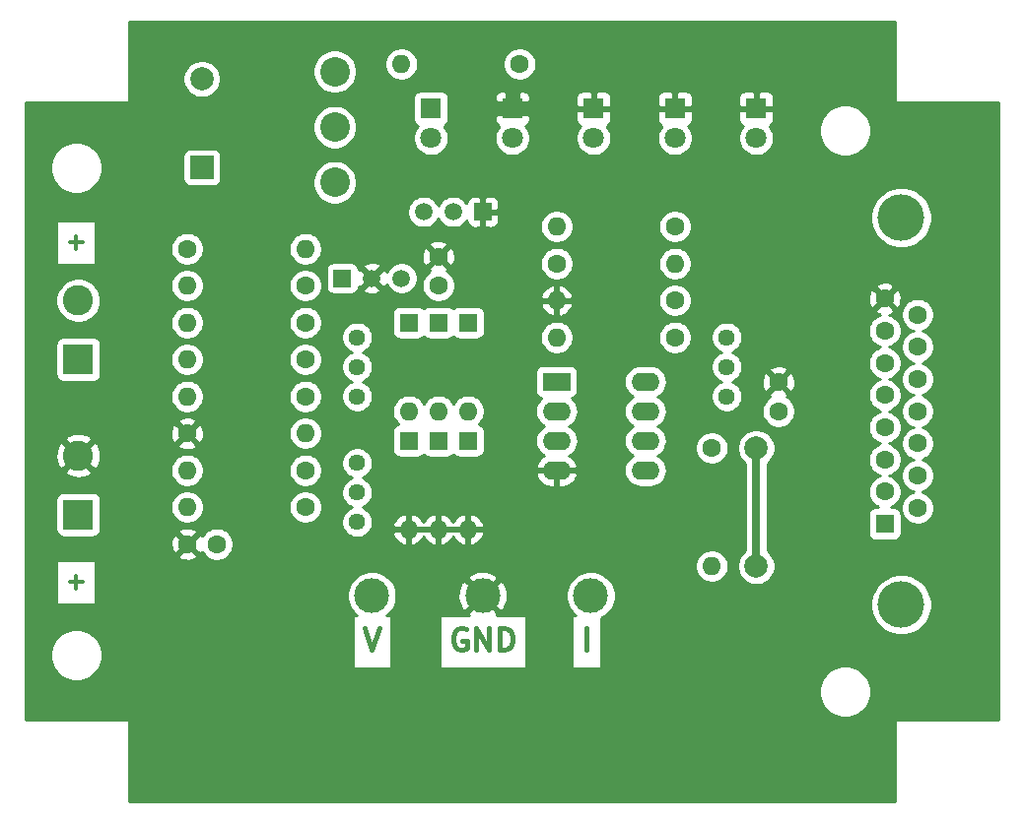
<source format=gbr>
G04 #@! TF.GenerationSoftware,KiCad,Pcbnew,5.1.5+dfsg1-2build2*
G04 #@! TF.CreationDate,2021-12-03T16:32:03-05:00*
G04 #@! TF.ProjectId,battery,62617474-6572-4792-9e6b-696361645f70,rev?*
G04 #@! TF.SameCoordinates,Original*
G04 #@! TF.FileFunction,Copper,L1,Top*
G04 #@! TF.FilePolarity,Positive*
%FSLAX46Y46*%
G04 Gerber Fmt 4.6, Leading zero omitted, Abs format (unit mm)*
G04 Created by KiCad (PCBNEW 5.1.5+dfsg1-2build2) date 2021-12-03 16:32:03*
%MOMM*%
%LPD*%
G04 APERTURE LIST*
%ADD10C,0.300000*%
%ADD11C,0.381000*%
%ADD12O,1.600000X1.600000*%
%ADD13C,1.600000*%
%ADD14C,1.998980*%
%ADD15R,1.800000X1.800000*%
%ADD16C,1.800000*%
%ADD17C,1.440000*%
%ADD18R,2.000000X2.000000*%
%ADD19C,2.000000*%
%ADD20R,1.600000X1.600000*%
%ADD21C,4.000000*%
%ADD22C,3.000000*%
%ADD23C,1.500000*%
%ADD24R,1.500000X1.500000*%
%ADD25R,2.400000X1.600000*%
%ADD26O,2.400000X1.600000*%
%ADD27C,2.600000*%
%ADD28R,2.600000X2.600000*%
%ADD29C,2.540000*%
%ADD30C,0.635000*%
%ADD31C,0.254000*%
G04 APERTURE END LIST*
D10*
X114968571Y-107207142D02*
X116111428Y-107207142D01*
X115540000Y-107778571D02*
X115540000Y-106635714D01*
X114968571Y-77997142D02*
X116111428Y-77997142D01*
X115540000Y-78568571D02*
X115540000Y-77425714D01*
D11*
X159355000Y-113041785D02*
X159355000Y-111136785D01*
X140305000Y-111136785D02*
X140940000Y-113041785D01*
X141575000Y-111136785D01*
X149013571Y-111227500D02*
X148832142Y-111136785D01*
X148560000Y-111136785D01*
X148287857Y-111227500D01*
X148106428Y-111408928D01*
X148015714Y-111590357D01*
X147925000Y-111953214D01*
X147925000Y-112225357D01*
X148015714Y-112588214D01*
X148106428Y-112769642D01*
X148287857Y-112951071D01*
X148560000Y-113041785D01*
X148741428Y-113041785D01*
X149013571Y-112951071D01*
X149104285Y-112860357D01*
X149104285Y-112225357D01*
X148741428Y-112225357D01*
X149920714Y-113041785D02*
X149920714Y-111136785D01*
X151009285Y-113041785D01*
X151009285Y-111136785D01*
X151916428Y-113041785D02*
X151916428Y-111136785D01*
X152370000Y-111136785D01*
X152642142Y-111227500D01*
X152823571Y-111408928D01*
X152914285Y-111590357D01*
X153005000Y-111953214D01*
X153005000Y-112225357D01*
X152914285Y-112588214D01*
X152823571Y-112769642D01*
X152642142Y-112951071D01*
X152370000Y-113041785D01*
X151916428Y-113041785D01*
D12*
X143480000Y-62650000D03*
D13*
X153640000Y-62650000D03*
D14*
X173960000Y-105830000D03*
X173960000Y-95670000D03*
D15*
X166975000Y-66460000D03*
D16*
X166975000Y-69000000D03*
D12*
X166975000Y-79795000D03*
D13*
X156815000Y-79795000D03*
D17*
X139670000Y-96940000D03*
X139670000Y-99480000D03*
X139670000Y-102020000D03*
D18*
X126335000Y-71520000D03*
D19*
X126335000Y-63920000D03*
D13*
X146655000Y-81700000D03*
X146655000Y-79200000D03*
X127605000Y-103925000D03*
X125105000Y-103925000D03*
X175865000Y-89995000D03*
X175865000Y-92495000D03*
D12*
X144115000Y-92495000D03*
D20*
X144115000Y-84875000D03*
X144115000Y-95035000D03*
D12*
X144115000Y-102655000D03*
D20*
X146655000Y-84875000D03*
D12*
X146655000Y-92495000D03*
X146655000Y-102655000D03*
D20*
X146655000Y-95035000D03*
D15*
X146020000Y-66460000D03*
D16*
X146020000Y-69000000D03*
X153005000Y-69000000D03*
D15*
X153005000Y-66460000D03*
X159990000Y-66460000D03*
D16*
X159990000Y-69000000D03*
X173960000Y-69000000D03*
D15*
X173960000Y-66460000D03*
D20*
X185000000Y-102195580D03*
D13*
X185000000Y-99425580D03*
X185000000Y-96655580D03*
X185000000Y-93885580D03*
X185000000Y-91115580D03*
X185000000Y-88345580D03*
X185000000Y-85575580D03*
X185000000Y-82805580D03*
X187840000Y-100810580D03*
X187840000Y-98040580D03*
X187840000Y-95270580D03*
X187840000Y-92500580D03*
X187840000Y-89730580D03*
X187840000Y-86960580D03*
X187840000Y-84190580D03*
D21*
X186420000Y-109150580D03*
X186420000Y-75850580D03*
D13*
X125065000Y-78525000D03*
D12*
X135225000Y-78525000D03*
X125065000Y-100750000D03*
D13*
X135225000Y-100750000D03*
X125065000Y-94400000D03*
D12*
X135225000Y-94400000D03*
D13*
X135225000Y-97575000D03*
D12*
X125065000Y-97575000D03*
D13*
X135225000Y-81700000D03*
D12*
X125065000Y-81700000D03*
D13*
X135225000Y-84875000D03*
D12*
X125065000Y-84875000D03*
X125065000Y-91225000D03*
D13*
X135225000Y-91225000D03*
X135225000Y-88050000D03*
D12*
X125065000Y-88050000D03*
X156815000Y-86145000D03*
D13*
X166975000Y-86145000D03*
D12*
X156815000Y-82970000D03*
D13*
X166975000Y-82970000D03*
X170150000Y-95670000D03*
D12*
X170150000Y-105830000D03*
D22*
X159745001Y-108370000D03*
X150465000Y-108370000D03*
X140940000Y-108370000D03*
D23*
X140940000Y-81065000D03*
X143480000Y-81065000D03*
D24*
X138400000Y-81065000D03*
D25*
X156815000Y-89955000D03*
D26*
X164435000Y-97575000D03*
X156815000Y-92495000D03*
X164435000Y-95035000D03*
X156815000Y-95035000D03*
X164435000Y-92495000D03*
X156815000Y-97575000D03*
X164435000Y-89955000D03*
D12*
X149195000Y-92495000D03*
D20*
X149195000Y-84875000D03*
X149195000Y-95035000D03*
D12*
X149195000Y-102655000D03*
D27*
X115715000Y-96305000D03*
D28*
X115715000Y-101385000D03*
X115715000Y-88050000D03*
D27*
X115715000Y-82970000D03*
D17*
X171420000Y-91225000D03*
X171420000Y-88685000D03*
X171420000Y-86145000D03*
X139670000Y-86145000D03*
X139670000Y-88685000D03*
X139670000Y-91225000D03*
D29*
X137765000Y-63285000D03*
X137765000Y-68060200D03*
X137765000Y-72810000D03*
D23*
X147925000Y-75350000D03*
X145385000Y-75350000D03*
D24*
X150465000Y-75350000D03*
D13*
X166975000Y-76620000D03*
D12*
X156815000Y-76620000D03*
D30*
X173960000Y-105830000D02*
X173960000Y-95670000D01*
D31*
G36*
X185898000Y-65825000D02*
G01*
X185900440Y-65849776D01*
X185907667Y-65873601D01*
X185919403Y-65895557D01*
X185935197Y-65914803D01*
X185954443Y-65930597D01*
X185976399Y-65942333D01*
X186000224Y-65949560D01*
X186025000Y-65952000D01*
X194788000Y-65952000D01*
X194788000Y-119038000D01*
X186025000Y-119038000D01*
X186000224Y-119040440D01*
X185976399Y-119047667D01*
X185954443Y-119059403D01*
X185935197Y-119075197D01*
X185919403Y-119094443D01*
X185907667Y-119116399D01*
X185900440Y-119140224D01*
X185898000Y-119165000D01*
X185898000Y-126023000D01*
X120112000Y-126023000D01*
X120112000Y-119165000D01*
X120109560Y-119140224D01*
X120102333Y-119116399D01*
X120090597Y-119094443D01*
X120074803Y-119075197D01*
X120055557Y-119059403D01*
X120033601Y-119047667D01*
X120009776Y-119040440D01*
X119985000Y-119038000D01*
X111222000Y-119038000D01*
X111222000Y-116409872D01*
X179345000Y-116409872D01*
X179345000Y-116850128D01*
X179430890Y-117281925D01*
X179599369Y-117688669D01*
X179843962Y-118054729D01*
X180155271Y-118366038D01*
X180521331Y-118610631D01*
X180928075Y-118779110D01*
X181359872Y-118865000D01*
X181800128Y-118865000D01*
X182231925Y-118779110D01*
X182638669Y-118610631D01*
X183004729Y-118366038D01*
X183316038Y-118054729D01*
X183560631Y-117688669D01*
X183729110Y-117281925D01*
X183815000Y-116850128D01*
X183815000Y-116409872D01*
X183729110Y-115978075D01*
X183560631Y-115571331D01*
X183316038Y-115205271D01*
X183004729Y-114893962D01*
X182638669Y-114649369D01*
X182231925Y-114480890D01*
X181800128Y-114395000D01*
X181359872Y-114395000D01*
X180928075Y-114480890D01*
X180521331Y-114649369D01*
X180155271Y-114893962D01*
X179843962Y-115205271D01*
X179599369Y-115571331D01*
X179430890Y-115978075D01*
X179345000Y-116409872D01*
X111222000Y-116409872D01*
X111222000Y-113229872D01*
X113305000Y-113229872D01*
X113305000Y-113670128D01*
X113390890Y-114101925D01*
X113559369Y-114508669D01*
X113803962Y-114874729D01*
X114115271Y-115186038D01*
X114481331Y-115430631D01*
X114888075Y-115599110D01*
X115319872Y-115685000D01*
X115760128Y-115685000D01*
X116191925Y-115599110D01*
X116598669Y-115430631D01*
X116964729Y-115186038D01*
X117276038Y-114874729D01*
X117520631Y-114508669D01*
X117689110Y-114101925D01*
X117775000Y-113670128D01*
X117775000Y-113229872D01*
X117689110Y-112798075D01*
X117520631Y-112391331D01*
X117276038Y-112025271D01*
X116964729Y-111713962D01*
X116598669Y-111469369D01*
X116191925Y-111300890D01*
X115760128Y-111215000D01*
X115319872Y-111215000D01*
X114888075Y-111300890D01*
X114481331Y-111469369D01*
X114115271Y-111713962D01*
X113803962Y-112025271D01*
X113559369Y-112391331D01*
X113390890Y-112798075D01*
X113305000Y-113229872D01*
X111222000Y-113229872D01*
X111222000Y-105310000D01*
X113826429Y-105310000D01*
X113826429Y-109130000D01*
X117253572Y-109130000D01*
X117253572Y-108159721D01*
X138805000Y-108159721D01*
X138805000Y-108580279D01*
X138887047Y-108992756D01*
X139047988Y-109381302D01*
X139281637Y-109730983D01*
X139579017Y-110028363D01*
X139653529Y-110078150D01*
X139298072Y-110078150D01*
X139298072Y-114586650D01*
X142581929Y-114586650D01*
X142581929Y-110078150D01*
X146736643Y-110078150D01*
X146736643Y-114586650D01*
X154193357Y-114586650D01*
X154193357Y-110078150D01*
X151670014Y-110078150D01*
X151777048Y-109861653D01*
X150465000Y-108549605D01*
X149152952Y-109861653D01*
X149259986Y-110078150D01*
X146736643Y-110078150D01*
X142581929Y-110078150D01*
X142226471Y-110078150D01*
X142300983Y-110028363D01*
X142598363Y-109730983D01*
X142832012Y-109381302D01*
X142992953Y-108992756D01*
X143075000Y-108580279D01*
X143075000Y-108412824D01*
X148320098Y-108412824D01*
X148369666Y-108830451D01*
X148499757Y-109230383D01*
X148657786Y-109526038D01*
X148973347Y-109682048D01*
X150285395Y-108370000D01*
X150644605Y-108370000D01*
X151956653Y-109682048D01*
X152272214Y-109526038D01*
X152463020Y-109151255D01*
X152577044Y-108746449D01*
X152609902Y-108327176D01*
X152590027Y-108159721D01*
X157610001Y-108159721D01*
X157610001Y-108580279D01*
X157692048Y-108992756D01*
X157852989Y-109381302D01*
X158086638Y-109730983D01*
X158384018Y-110028363D01*
X158458530Y-110078150D01*
X158075929Y-110078150D01*
X158075929Y-114586650D01*
X160634072Y-114586650D01*
X160634072Y-110312642D01*
X160756303Y-110262012D01*
X161105984Y-110028363D01*
X161403364Y-109730983D01*
X161637013Y-109381302D01*
X161797954Y-108992756D01*
X161818183Y-108891055D01*
X183785000Y-108891055D01*
X183785000Y-109410105D01*
X183886261Y-109919181D01*
X184084893Y-110398721D01*
X184373262Y-110830295D01*
X184740285Y-111197318D01*
X185171859Y-111485687D01*
X185651399Y-111684319D01*
X186160475Y-111785580D01*
X186679525Y-111785580D01*
X187188601Y-111684319D01*
X187668141Y-111485687D01*
X188099715Y-111197318D01*
X188466738Y-110830295D01*
X188755107Y-110398721D01*
X188953739Y-109919181D01*
X189055000Y-109410105D01*
X189055000Y-108891055D01*
X188953739Y-108381979D01*
X188755107Y-107902439D01*
X188466738Y-107470865D01*
X188099715Y-107103842D01*
X187668141Y-106815473D01*
X187188601Y-106616841D01*
X186679525Y-106515580D01*
X186160475Y-106515580D01*
X185651399Y-106616841D01*
X185171859Y-106815473D01*
X184740285Y-107103842D01*
X184373262Y-107470865D01*
X184084893Y-107902439D01*
X183886261Y-108381979D01*
X183785000Y-108891055D01*
X161818183Y-108891055D01*
X161880001Y-108580279D01*
X161880001Y-108159721D01*
X161797954Y-107747244D01*
X161637013Y-107358698D01*
X161403364Y-107009017D01*
X161105984Y-106711637D01*
X160756303Y-106477988D01*
X160367757Y-106317047D01*
X159955280Y-106235000D01*
X159534722Y-106235000D01*
X159122245Y-106317047D01*
X158733699Y-106477988D01*
X158384018Y-106711637D01*
X158086638Y-107009017D01*
X157852989Y-107358698D01*
X157692048Y-107747244D01*
X157610001Y-108159721D01*
X152590027Y-108159721D01*
X152560334Y-107909549D01*
X152430243Y-107509617D01*
X152272214Y-107213962D01*
X151956653Y-107057952D01*
X150644605Y-108370000D01*
X150285395Y-108370000D01*
X148973347Y-107057952D01*
X148657786Y-107213962D01*
X148466980Y-107588745D01*
X148352956Y-107993551D01*
X148320098Y-108412824D01*
X143075000Y-108412824D01*
X143075000Y-108159721D01*
X142992953Y-107747244D01*
X142832012Y-107358698D01*
X142598363Y-107009017D01*
X142467693Y-106878347D01*
X149152952Y-106878347D01*
X150465000Y-108190395D01*
X151777048Y-106878347D01*
X151621038Y-106562786D01*
X151246255Y-106371980D01*
X150841449Y-106257956D01*
X150422176Y-106225098D01*
X150004549Y-106274666D01*
X149604617Y-106404757D01*
X149308962Y-106562786D01*
X149152952Y-106878347D01*
X142467693Y-106878347D01*
X142300983Y-106711637D01*
X141951302Y-106477988D01*
X141562756Y-106317047D01*
X141150279Y-106235000D01*
X140729721Y-106235000D01*
X140317244Y-106317047D01*
X139928698Y-106477988D01*
X139579017Y-106711637D01*
X139281637Y-107009017D01*
X139047988Y-107358698D01*
X138887047Y-107747244D01*
X138805000Y-108159721D01*
X117253572Y-108159721D01*
X117253572Y-105688665D01*
X168715000Y-105688665D01*
X168715000Y-105971335D01*
X168770147Y-106248574D01*
X168878320Y-106509727D01*
X169035363Y-106744759D01*
X169235241Y-106944637D01*
X169470273Y-107101680D01*
X169731426Y-107209853D01*
X170008665Y-107265000D01*
X170291335Y-107265000D01*
X170568574Y-107209853D01*
X170829727Y-107101680D01*
X171064759Y-106944637D01*
X171264637Y-106744759D01*
X171421680Y-106509727D01*
X171529853Y-106248574D01*
X171585000Y-105971335D01*
X171585000Y-105688665D01*
X171529853Y-105411426D01*
X171421680Y-105150273D01*
X171264637Y-104915241D01*
X171064759Y-104715363D01*
X170829727Y-104558320D01*
X170568574Y-104450147D01*
X170291335Y-104395000D01*
X170008665Y-104395000D01*
X169731426Y-104450147D01*
X169470273Y-104558320D01*
X169235241Y-104715363D01*
X169035363Y-104915241D01*
X168878320Y-105150273D01*
X168770147Y-105411426D01*
X168715000Y-105688665D01*
X117253572Y-105688665D01*
X117253572Y-105310000D01*
X113826429Y-105310000D01*
X111222000Y-105310000D01*
X111222000Y-104917702D01*
X124291903Y-104917702D01*
X124363486Y-105161671D01*
X124618996Y-105282571D01*
X124893184Y-105351300D01*
X125175512Y-105365217D01*
X125455130Y-105323787D01*
X125721292Y-105228603D01*
X125846514Y-105161671D01*
X125918097Y-104917702D01*
X125105000Y-104104605D01*
X124291903Y-104917702D01*
X111222000Y-104917702D01*
X111222000Y-103995512D01*
X123664783Y-103995512D01*
X123706213Y-104275130D01*
X123801397Y-104541292D01*
X123868329Y-104666514D01*
X124112298Y-104738097D01*
X124925395Y-103925000D01*
X125284605Y-103925000D01*
X126097702Y-104738097D01*
X126341671Y-104666514D01*
X126355324Y-104637659D01*
X126490363Y-104839759D01*
X126690241Y-105039637D01*
X126925273Y-105196680D01*
X127186426Y-105304853D01*
X127463665Y-105360000D01*
X127746335Y-105360000D01*
X128023574Y-105304853D01*
X128284727Y-105196680D01*
X128519759Y-105039637D01*
X128719637Y-104839759D01*
X128876680Y-104604727D01*
X128984853Y-104343574D01*
X129040000Y-104066335D01*
X129040000Y-103783665D01*
X128984853Y-103506426D01*
X128876680Y-103245273D01*
X128719637Y-103010241D01*
X128519759Y-102810363D01*
X128284727Y-102653320D01*
X128023574Y-102545147D01*
X127746335Y-102490000D01*
X127463665Y-102490000D01*
X127186426Y-102545147D01*
X126925273Y-102653320D01*
X126690241Y-102810363D01*
X126490363Y-103010241D01*
X126356308Y-103210869D01*
X126341671Y-103183486D01*
X126097702Y-103111903D01*
X125284605Y-103925000D01*
X124925395Y-103925000D01*
X124112298Y-103111903D01*
X123868329Y-103183486D01*
X123747429Y-103438996D01*
X123678700Y-103713184D01*
X123664783Y-103995512D01*
X111222000Y-103995512D01*
X111222000Y-100085000D01*
X113776928Y-100085000D01*
X113776928Y-102685000D01*
X113789188Y-102809482D01*
X113825498Y-102929180D01*
X113884463Y-103039494D01*
X113963815Y-103136185D01*
X114060506Y-103215537D01*
X114170820Y-103274502D01*
X114290518Y-103310812D01*
X114415000Y-103323072D01*
X117015000Y-103323072D01*
X117139482Y-103310812D01*
X117259180Y-103274502D01*
X117369494Y-103215537D01*
X117466185Y-103136185D01*
X117545537Y-103039494D01*
X117602835Y-102932298D01*
X124291903Y-102932298D01*
X125105000Y-103745395D01*
X125918097Y-102932298D01*
X125846514Y-102688329D01*
X125591004Y-102567429D01*
X125316816Y-102498700D01*
X125034488Y-102484783D01*
X124754870Y-102526213D01*
X124488708Y-102621397D01*
X124363486Y-102688329D01*
X124291903Y-102932298D01*
X117602835Y-102932298D01*
X117604502Y-102929180D01*
X117640812Y-102809482D01*
X117653072Y-102685000D01*
X117653072Y-100608665D01*
X123630000Y-100608665D01*
X123630000Y-100891335D01*
X123685147Y-101168574D01*
X123793320Y-101429727D01*
X123950363Y-101664759D01*
X124150241Y-101864637D01*
X124385273Y-102021680D01*
X124646426Y-102129853D01*
X124923665Y-102185000D01*
X125206335Y-102185000D01*
X125483574Y-102129853D01*
X125744727Y-102021680D01*
X125979759Y-101864637D01*
X126179637Y-101664759D01*
X126336680Y-101429727D01*
X126444853Y-101168574D01*
X126500000Y-100891335D01*
X126500000Y-100608665D01*
X133790000Y-100608665D01*
X133790000Y-100891335D01*
X133845147Y-101168574D01*
X133953320Y-101429727D01*
X134110363Y-101664759D01*
X134310241Y-101864637D01*
X134545273Y-102021680D01*
X134806426Y-102129853D01*
X135083665Y-102185000D01*
X135366335Y-102185000D01*
X135643574Y-102129853D01*
X135904727Y-102021680D01*
X136139759Y-101864637D01*
X136339637Y-101664759D01*
X136496680Y-101429727D01*
X136604853Y-101168574D01*
X136660000Y-100891335D01*
X136660000Y-100608665D01*
X136604853Y-100331426D01*
X136496680Y-100070273D01*
X136339637Y-99835241D01*
X136139759Y-99635363D01*
X135904727Y-99478320D01*
X135643574Y-99370147D01*
X135366335Y-99315000D01*
X135083665Y-99315000D01*
X134806426Y-99370147D01*
X134545273Y-99478320D01*
X134310241Y-99635363D01*
X134110363Y-99835241D01*
X133953320Y-100070273D01*
X133845147Y-100331426D01*
X133790000Y-100608665D01*
X126500000Y-100608665D01*
X126444853Y-100331426D01*
X126336680Y-100070273D01*
X126179637Y-99835241D01*
X125979759Y-99635363D01*
X125744727Y-99478320D01*
X125483574Y-99370147D01*
X125206335Y-99315000D01*
X124923665Y-99315000D01*
X124646426Y-99370147D01*
X124385273Y-99478320D01*
X124150241Y-99635363D01*
X123950363Y-99835241D01*
X123793320Y-100070273D01*
X123685147Y-100331426D01*
X123630000Y-100608665D01*
X117653072Y-100608665D01*
X117653072Y-100085000D01*
X117640812Y-99960518D01*
X117604502Y-99840820D01*
X117545537Y-99730506D01*
X117466185Y-99633815D01*
X117369494Y-99554463D01*
X117259180Y-99495498D01*
X117139482Y-99459188D01*
X117015000Y-99446928D01*
X114415000Y-99446928D01*
X114290518Y-99459188D01*
X114170820Y-99495498D01*
X114060506Y-99554463D01*
X113963815Y-99633815D01*
X113884463Y-99730506D01*
X113825498Y-99840820D01*
X113789188Y-99960518D01*
X113776928Y-100085000D01*
X111222000Y-100085000D01*
X111222000Y-97654224D01*
X114545381Y-97654224D01*
X114677317Y-97949312D01*
X115018045Y-98120159D01*
X115385557Y-98221250D01*
X115765729Y-98248701D01*
X116143951Y-98201457D01*
X116505690Y-98081333D01*
X116752683Y-97949312D01*
X116884619Y-97654224D01*
X115715000Y-96484605D01*
X114545381Y-97654224D01*
X111222000Y-97654224D01*
X111222000Y-96355729D01*
X113771299Y-96355729D01*
X113818543Y-96733951D01*
X113938667Y-97095690D01*
X114070688Y-97342683D01*
X114365776Y-97474619D01*
X115535395Y-96305000D01*
X115894605Y-96305000D01*
X117064224Y-97474619D01*
X117155821Y-97433665D01*
X123630000Y-97433665D01*
X123630000Y-97716335D01*
X123685147Y-97993574D01*
X123793320Y-98254727D01*
X123950363Y-98489759D01*
X124150241Y-98689637D01*
X124385273Y-98846680D01*
X124646426Y-98954853D01*
X124923665Y-99010000D01*
X125206335Y-99010000D01*
X125483574Y-98954853D01*
X125744727Y-98846680D01*
X125979759Y-98689637D01*
X126179637Y-98489759D01*
X126336680Y-98254727D01*
X126444853Y-97993574D01*
X126500000Y-97716335D01*
X126500000Y-97433665D01*
X133790000Y-97433665D01*
X133790000Y-97716335D01*
X133845147Y-97993574D01*
X133953320Y-98254727D01*
X134110363Y-98489759D01*
X134310241Y-98689637D01*
X134545273Y-98846680D01*
X134806426Y-98954853D01*
X135083665Y-99010000D01*
X135366335Y-99010000D01*
X135643574Y-98954853D01*
X135904727Y-98846680D01*
X136139759Y-98689637D01*
X136339637Y-98489759D01*
X136496680Y-98254727D01*
X136604853Y-97993574D01*
X136660000Y-97716335D01*
X136660000Y-97433665D01*
X136604853Y-97156426D01*
X136496680Y-96895273D01*
X136437394Y-96806544D01*
X138315000Y-96806544D01*
X138315000Y-97073456D01*
X138367072Y-97335239D01*
X138469215Y-97581833D01*
X138617503Y-97803762D01*
X138806238Y-97992497D01*
X139028167Y-98140785D01*
X139195266Y-98210000D01*
X139028167Y-98279215D01*
X138806238Y-98427503D01*
X138617503Y-98616238D01*
X138469215Y-98838167D01*
X138367072Y-99084761D01*
X138315000Y-99346544D01*
X138315000Y-99613456D01*
X138367072Y-99875239D01*
X138469215Y-100121833D01*
X138617503Y-100343762D01*
X138806238Y-100532497D01*
X139028167Y-100680785D01*
X139195266Y-100750000D01*
X139028167Y-100819215D01*
X138806238Y-100967503D01*
X138617503Y-101156238D01*
X138469215Y-101378167D01*
X138367072Y-101624761D01*
X138315000Y-101886544D01*
X138315000Y-102153456D01*
X138367072Y-102415239D01*
X138469215Y-102661833D01*
X138617503Y-102883762D01*
X138806238Y-103072497D01*
X139028167Y-103220785D01*
X139274761Y-103322928D01*
X139536544Y-103375000D01*
X139803456Y-103375000D01*
X140065239Y-103322928D01*
X140311833Y-103220785D01*
X140533762Y-103072497D01*
X140602219Y-103004040D01*
X142723091Y-103004040D01*
X142817930Y-103268881D01*
X142962615Y-103510131D01*
X143151586Y-103718519D01*
X143377580Y-103886037D01*
X143631913Y-104006246D01*
X143765961Y-104046904D01*
X143988000Y-103924915D01*
X143988000Y-102782000D01*
X144242000Y-102782000D01*
X144242000Y-103924915D01*
X144464039Y-104046904D01*
X144598087Y-104006246D01*
X144852420Y-103886037D01*
X145078414Y-103718519D01*
X145267385Y-103510131D01*
X145385000Y-103314018D01*
X145502615Y-103510131D01*
X145691586Y-103718519D01*
X145917580Y-103886037D01*
X146171913Y-104006246D01*
X146305961Y-104046904D01*
X146528000Y-103924915D01*
X146528000Y-102782000D01*
X146782000Y-102782000D01*
X146782000Y-103924915D01*
X147004039Y-104046904D01*
X147138087Y-104006246D01*
X147392420Y-103886037D01*
X147618414Y-103718519D01*
X147807385Y-103510131D01*
X147925000Y-103314018D01*
X148042615Y-103510131D01*
X148231586Y-103718519D01*
X148457580Y-103886037D01*
X148711913Y-104006246D01*
X148845961Y-104046904D01*
X149068000Y-103924915D01*
X149068000Y-102782000D01*
X149322000Y-102782000D01*
X149322000Y-103924915D01*
X149544039Y-104046904D01*
X149678087Y-104006246D01*
X149932420Y-103886037D01*
X150158414Y-103718519D01*
X150347385Y-103510131D01*
X150492070Y-103268881D01*
X150586909Y-103004040D01*
X150465624Y-102782000D01*
X149322000Y-102782000D01*
X149068000Y-102782000D01*
X146782000Y-102782000D01*
X146528000Y-102782000D01*
X144242000Y-102782000D01*
X143988000Y-102782000D01*
X142844376Y-102782000D01*
X142723091Y-103004040D01*
X140602219Y-103004040D01*
X140722497Y-102883762D01*
X140870785Y-102661833D01*
X140972928Y-102415239D01*
X140994664Y-102305960D01*
X142723091Y-102305960D01*
X142844376Y-102528000D01*
X143988000Y-102528000D01*
X143988000Y-101385085D01*
X144242000Y-101385085D01*
X144242000Y-102528000D01*
X146528000Y-102528000D01*
X146528000Y-101385085D01*
X146782000Y-101385085D01*
X146782000Y-102528000D01*
X149068000Y-102528000D01*
X149068000Y-101385085D01*
X149322000Y-101385085D01*
X149322000Y-102528000D01*
X150465624Y-102528000D01*
X150586909Y-102305960D01*
X150492070Y-102041119D01*
X150347385Y-101799869D01*
X150158414Y-101591481D01*
X149932420Y-101423963D01*
X149678087Y-101303754D01*
X149544039Y-101263096D01*
X149322000Y-101385085D01*
X149068000Y-101385085D01*
X148845961Y-101263096D01*
X148711913Y-101303754D01*
X148457580Y-101423963D01*
X148231586Y-101591481D01*
X148042615Y-101799869D01*
X147925000Y-101995982D01*
X147807385Y-101799869D01*
X147618414Y-101591481D01*
X147392420Y-101423963D01*
X147138087Y-101303754D01*
X147004039Y-101263096D01*
X146782000Y-101385085D01*
X146528000Y-101385085D01*
X146305961Y-101263096D01*
X146171913Y-101303754D01*
X145917580Y-101423963D01*
X145691586Y-101591481D01*
X145502615Y-101799869D01*
X145385000Y-101995982D01*
X145267385Y-101799869D01*
X145078414Y-101591481D01*
X144852420Y-101423963D01*
X144598087Y-101303754D01*
X144464039Y-101263096D01*
X144242000Y-101385085D01*
X143988000Y-101385085D01*
X143765961Y-101263096D01*
X143631913Y-101303754D01*
X143377580Y-101423963D01*
X143151586Y-101591481D01*
X142962615Y-101799869D01*
X142817930Y-102041119D01*
X142723091Y-102305960D01*
X140994664Y-102305960D01*
X141025000Y-102153456D01*
X141025000Y-101886544D01*
X140972928Y-101624761D01*
X140870785Y-101378167D01*
X140722497Y-101156238D01*
X140533762Y-100967503D01*
X140311833Y-100819215D01*
X140144734Y-100750000D01*
X140311833Y-100680785D01*
X140533762Y-100532497D01*
X140722497Y-100343762D01*
X140870785Y-100121833D01*
X140972928Y-99875239D01*
X141025000Y-99613456D01*
X141025000Y-99346544D01*
X140972928Y-99084761D01*
X140870785Y-98838167D01*
X140722497Y-98616238D01*
X140533762Y-98427503D01*
X140311833Y-98279215D01*
X140144734Y-98210000D01*
X140311833Y-98140785D01*
X140533762Y-97992497D01*
X140602220Y-97924039D01*
X155023096Y-97924039D01*
X155040633Y-98006818D01*
X155151285Y-98266646D01*
X155310500Y-98499895D01*
X155512161Y-98697601D01*
X155748517Y-98852166D01*
X156010486Y-98957650D01*
X156288000Y-99010000D01*
X156688000Y-99010000D01*
X156688000Y-97702000D01*
X156942000Y-97702000D01*
X156942000Y-99010000D01*
X157342000Y-99010000D01*
X157619514Y-98957650D01*
X157881483Y-98852166D01*
X158117839Y-98697601D01*
X158319500Y-98499895D01*
X158478715Y-98266646D01*
X158589367Y-98006818D01*
X158606904Y-97924039D01*
X158484915Y-97702000D01*
X156942000Y-97702000D01*
X156688000Y-97702000D01*
X155145085Y-97702000D01*
X155023096Y-97924039D01*
X140602220Y-97924039D01*
X140722497Y-97803762D01*
X140870785Y-97581833D01*
X140972928Y-97335239D01*
X141025000Y-97073456D01*
X141025000Y-96806544D01*
X140972928Y-96544761D01*
X140870785Y-96298167D01*
X140722497Y-96076238D01*
X140533762Y-95887503D01*
X140311833Y-95739215D01*
X140065239Y-95637072D01*
X139803456Y-95585000D01*
X139536544Y-95585000D01*
X139274761Y-95637072D01*
X139028167Y-95739215D01*
X138806238Y-95887503D01*
X138617503Y-96076238D01*
X138469215Y-96298167D01*
X138367072Y-96544761D01*
X138315000Y-96806544D01*
X136437394Y-96806544D01*
X136339637Y-96660241D01*
X136139759Y-96460363D01*
X135904727Y-96303320D01*
X135643574Y-96195147D01*
X135366335Y-96140000D01*
X135083665Y-96140000D01*
X134806426Y-96195147D01*
X134545273Y-96303320D01*
X134310241Y-96460363D01*
X134110363Y-96660241D01*
X133953320Y-96895273D01*
X133845147Y-97156426D01*
X133790000Y-97433665D01*
X126500000Y-97433665D01*
X126444853Y-97156426D01*
X126336680Y-96895273D01*
X126179637Y-96660241D01*
X125979759Y-96460363D01*
X125744727Y-96303320D01*
X125483574Y-96195147D01*
X125206335Y-96140000D01*
X124923665Y-96140000D01*
X124646426Y-96195147D01*
X124385273Y-96303320D01*
X124150241Y-96460363D01*
X123950363Y-96660241D01*
X123793320Y-96895273D01*
X123685147Y-97156426D01*
X123630000Y-97433665D01*
X117155821Y-97433665D01*
X117359312Y-97342683D01*
X117530159Y-97001955D01*
X117631250Y-96634443D01*
X117658701Y-96254271D01*
X117611457Y-95876049D01*
X117491333Y-95514310D01*
X117426332Y-95392702D01*
X124251903Y-95392702D01*
X124323486Y-95636671D01*
X124578996Y-95757571D01*
X124853184Y-95826300D01*
X125135512Y-95840217D01*
X125415130Y-95798787D01*
X125681292Y-95703603D01*
X125806514Y-95636671D01*
X125878097Y-95392702D01*
X125065000Y-94579605D01*
X124251903Y-95392702D01*
X117426332Y-95392702D01*
X117359312Y-95267317D01*
X117064224Y-95135381D01*
X115894605Y-96305000D01*
X115535395Y-96305000D01*
X114365776Y-95135381D01*
X114070688Y-95267317D01*
X113899841Y-95608045D01*
X113798750Y-95975557D01*
X113771299Y-96355729D01*
X111222000Y-96355729D01*
X111222000Y-94955776D01*
X114545381Y-94955776D01*
X115715000Y-96125395D01*
X116884619Y-94955776D01*
X116752683Y-94660688D01*
X116411955Y-94489841D01*
X116341686Y-94470512D01*
X123624783Y-94470512D01*
X123666213Y-94750130D01*
X123761397Y-95016292D01*
X123828329Y-95141514D01*
X124072298Y-95213097D01*
X124885395Y-94400000D01*
X125244605Y-94400000D01*
X126057702Y-95213097D01*
X126301671Y-95141514D01*
X126422571Y-94886004D01*
X126491300Y-94611816D01*
X126505217Y-94329488D01*
X126494724Y-94258665D01*
X133790000Y-94258665D01*
X133790000Y-94541335D01*
X133845147Y-94818574D01*
X133953320Y-95079727D01*
X134110363Y-95314759D01*
X134310241Y-95514637D01*
X134545273Y-95671680D01*
X134806426Y-95779853D01*
X135083665Y-95835000D01*
X135366335Y-95835000D01*
X135643574Y-95779853D01*
X135904727Y-95671680D01*
X136139759Y-95514637D01*
X136339637Y-95314759D01*
X136496680Y-95079727D01*
X136604853Y-94818574D01*
X136660000Y-94541335D01*
X136660000Y-94258665D01*
X136655293Y-94235000D01*
X142676928Y-94235000D01*
X142676928Y-95835000D01*
X142689188Y-95959482D01*
X142725498Y-96079180D01*
X142784463Y-96189494D01*
X142863815Y-96286185D01*
X142960506Y-96365537D01*
X143070820Y-96424502D01*
X143190518Y-96460812D01*
X143315000Y-96473072D01*
X144915000Y-96473072D01*
X145039482Y-96460812D01*
X145159180Y-96424502D01*
X145269494Y-96365537D01*
X145366185Y-96286185D01*
X145385000Y-96263259D01*
X145403815Y-96286185D01*
X145500506Y-96365537D01*
X145610820Y-96424502D01*
X145730518Y-96460812D01*
X145855000Y-96473072D01*
X147455000Y-96473072D01*
X147579482Y-96460812D01*
X147699180Y-96424502D01*
X147809494Y-96365537D01*
X147906185Y-96286185D01*
X147925000Y-96263259D01*
X147943815Y-96286185D01*
X148040506Y-96365537D01*
X148150820Y-96424502D01*
X148270518Y-96460812D01*
X148395000Y-96473072D01*
X149995000Y-96473072D01*
X150119482Y-96460812D01*
X150239180Y-96424502D01*
X150349494Y-96365537D01*
X150446185Y-96286185D01*
X150525537Y-96189494D01*
X150584502Y-96079180D01*
X150620812Y-95959482D01*
X150633072Y-95835000D01*
X150633072Y-94235000D01*
X150620812Y-94110518D01*
X150584502Y-93990820D01*
X150525537Y-93880506D01*
X150446185Y-93783815D01*
X150349494Y-93704463D01*
X150239180Y-93645498D01*
X150119482Y-93609188D01*
X150111039Y-93608357D01*
X150309637Y-93409759D01*
X150466680Y-93174727D01*
X150574853Y-92913574D01*
X150630000Y-92636335D01*
X150630000Y-92495000D01*
X154973057Y-92495000D01*
X155000764Y-92776309D01*
X155082818Y-93046808D01*
X155216068Y-93296101D01*
X155395392Y-93514608D01*
X155613899Y-93693932D01*
X155746858Y-93765000D01*
X155613899Y-93836068D01*
X155395392Y-94015392D01*
X155216068Y-94233899D01*
X155082818Y-94483192D01*
X155000764Y-94753691D01*
X154973057Y-95035000D01*
X155000764Y-95316309D01*
X155082818Y-95586808D01*
X155216068Y-95836101D01*
X155395392Y-96054608D01*
X155613899Y-96233932D01*
X155741741Y-96302265D01*
X155512161Y-96452399D01*
X155310500Y-96650105D01*
X155151285Y-96883354D01*
X155040633Y-97143182D01*
X155023096Y-97225961D01*
X155145085Y-97448000D01*
X156688000Y-97448000D01*
X156688000Y-97428000D01*
X156942000Y-97428000D01*
X156942000Y-97448000D01*
X158484915Y-97448000D01*
X158606904Y-97225961D01*
X158589367Y-97143182D01*
X158478715Y-96883354D01*
X158319500Y-96650105D01*
X158117839Y-96452399D01*
X157888259Y-96302265D01*
X158016101Y-96233932D01*
X158234608Y-96054608D01*
X158413932Y-95836101D01*
X158547182Y-95586808D01*
X158629236Y-95316309D01*
X158656943Y-95035000D01*
X158629236Y-94753691D01*
X158547182Y-94483192D01*
X158413932Y-94233899D01*
X158234608Y-94015392D01*
X158016101Y-93836068D01*
X157883142Y-93765000D01*
X158016101Y-93693932D01*
X158234608Y-93514608D01*
X158413932Y-93296101D01*
X158547182Y-93046808D01*
X158629236Y-92776309D01*
X158656943Y-92495000D01*
X158629236Y-92213691D01*
X158547182Y-91943192D01*
X158413932Y-91693899D01*
X158234608Y-91475392D01*
X158121518Y-91382581D01*
X158139482Y-91380812D01*
X158259180Y-91344502D01*
X158369494Y-91285537D01*
X158466185Y-91206185D01*
X158545537Y-91109494D01*
X158604502Y-90999180D01*
X158640812Y-90879482D01*
X158653072Y-90755000D01*
X158653072Y-89955000D01*
X162593057Y-89955000D01*
X162620764Y-90236309D01*
X162702818Y-90506808D01*
X162836068Y-90756101D01*
X163015392Y-90974608D01*
X163233899Y-91153932D01*
X163366858Y-91225000D01*
X163233899Y-91296068D01*
X163015392Y-91475392D01*
X162836068Y-91693899D01*
X162702818Y-91943192D01*
X162620764Y-92213691D01*
X162593057Y-92495000D01*
X162620764Y-92776309D01*
X162702818Y-93046808D01*
X162836068Y-93296101D01*
X163015392Y-93514608D01*
X163233899Y-93693932D01*
X163366858Y-93765000D01*
X163233899Y-93836068D01*
X163015392Y-94015392D01*
X162836068Y-94233899D01*
X162702818Y-94483192D01*
X162620764Y-94753691D01*
X162593057Y-95035000D01*
X162620764Y-95316309D01*
X162702818Y-95586808D01*
X162836068Y-95836101D01*
X163015392Y-96054608D01*
X163233899Y-96233932D01*
X163366858Y-96305000D01*
X163233899Y-96376068D01*
X163015392Y-96555392D01*
X162836068Y-96773899D01*
X162702818Y-97023192D01*
X162620764Y-97293691D01*
X162593057Y-97575000D01*
X162620764Y-97856309D01*
X162702818Y-98126808D01*
X162836068Y-98376101D01*
X163015392Y-98594608D01*
X163233899Y-98773932D01*
X163483192Y-98907182D01*
X163753691Y-98989236D01*
X163964508Y-99010000D01*
X164905492Y-99010000D01*
X165116309Y-98989236D01*
X165386808Y-98907182D01*
X165636101Y-98773932D01*
X165854608Y-98594608D01*
X166033932Y-98376101D01*
X166167182Y-98126808D01*
X166249236Y-97856309D01*
X166276943Y-97575000D01*
X166249236Y-97293691D01*
X166167182Y-97023192D01*
X166033932Y-96773899D01*
X165854608Y-96555392D01*
X165636101Y-96376068D01*
X165503142Y-96305000D01*
X165636101Y-96233932D01*
X165854608Y-96054608D01*
X166033932Y-95836101D01*
X166167182Y-95586808D01*
X166184819Y-95528665D01*
X168715000Y-95528665D01*
X168715000Y-95811335D01*
X168770147Y-96088574D01*
X168878320Y-96349727D01*
X169035363Y-96584759D01*
X169235241Y-96784637D01*
X169470273Y-96941680D01*
X169731426Y-97049853D01*
X170008665Y-97105000D01*
X170291335Y-97105000D01*
X170568574Y-97049853D01*
X170829727Y-96941680D01*
X171064759Y-96784637D01*
X171264637Y-96584759D01*
X171421680Y-96349727D01*
X171529853Y-96088574D01*
X171585000Y-95811335D01*
X171585000Y-95528665D01*
X171581092Y-95509017D01*
X172325510Y-95509017D01*
X172325510Y-95830983D01*
X172388322Y-96146763D01*
X172511533Y-96444222D01*
X172690408Y-96711927D01*
X172918073Y-96939592D01*
X173007501Y-96999346D01*
X173007500Y-104500655D01*
X172918073Y-104560408D01*
X172690408Y-104788073D01*
X172511533Y-105055778D01*
X172388322Y-105353237D01*
X172325510Y-105669017D01*
X172325510Y-105990983D01*
X172388322Y-106306763D01*
X172511533Y-106604222D01*
X172690408Y-106871927D01*
X172918073Y-107099592D01*
X173185778Y-107278467D01*
X173483237Y-107401678D01*
X173799017Y-107464490D01*
X174120983Y-107464490D01*
X174436763Y-107401678D01*
X174734222Y-107278467D01*
X175001927Y-107099592D01*
X175229592Y-106871927D01*
X175408467Y-106604222D01*
X175531678Y-106306763D01*
X175594490Y-105990983D01*
X175594490Y-105669017D01*
X175531678Y-105353237D01*
X175408467Y-105055778D01*
X175229592Y-104788073D01*
X175001927Y-104560408D01*
X174912500Y-104500655D01*
X174912500Y-101395580D01*
X183561928Y-101395580D01*
X183561928Y-102995580D01*
X183574188Y-103120062D01*
X183610498Y-103239760D01*
X183669463Y-103350074D01*
X183748815Y-103446765D01*
X183845506Y-103526117D01*
X183955820Y-103585082D01*
X184075518Y-103621392D01*
X184200000Y-103633652D01*
X185800000Y-103633652D01*
X185924482Y-103621392D01*
X186044180Y-103585082D01*
X186154494Y-103526117D01*
X186251185Y-103446765D01*
X186330537Y-103350074D01*
X186389502Y-103239760D01*
X186425812Y-103120062D01*
X186438072Y-102995580D01*
X186438072Y-101395580D01*
X186425812Y-101271098D01*
X186389502Y-101151400D01*
X186330537Y-101041086D01*
X186251185Y-100944395D01*
X186154494Y-100865043D01*
X186044180Y-100806078D01*
X185924482Y-100769768D01*
X185800000Y-100757508D01*
X185534275Y-100757508D01*
X185679727Y-100697260D01*
X185914759Y-100540217D01*
X186114637Y-100340339D01*
X186271680Y-100105307D01*
X186379853Y-99844154D01*
X186435000Y-99566915D01*
X186435000Y-99284245D01*
X186379853Y-99007006D01*
X186271680Y-98745853D01*
X186114637Y-98510821D01*
X185914759Y-98310943D01*
X185679727Y-98153900D01*
X185418574Y-98045727D01*
X185392699Y-98040580D01*
X185418574Y-98035433D01*
X185679727Y-97927260D01*
X185914759Y-97770217D01*
X186114637Y-97570339D01*
X186271680Y-97335307D01*
X186379853Y-97074154D01*
X186435000Y-96796915D01*
X186435000Y-96514245D01*
X186379853Y-96237006D01*
X186271680Y-95975853D01*
X186114637Y-95740821D01*
X185914759Y-95540943D01*
X185679727Y-95383900D01*
X185418574Y-95275727D01*
X185392699Y-95270580D01*
X185418574Y-95265433D01*
X185679727Y-95157260D01*
X185914759Y-95000217D01*
X186114637Y-94800339D01*
X186271680Y-94565307D01*
X186379853Y-94304154D01*
X186435000Y-94026915D01*
X186435000Y-93744245D01*
X186379853Y-93467006D01*
X186271680Y-93205853D01*
X186114637Y-92970821D01*
X185914759Y-92770943D01*
X185679727Y-92613900D01*
X185418574Y-92505727D01*
X185392699Y-92500580D01*
X185418574Y-92495433D01*
X185679727Y-92387260D01*
X185914759Y-92230217D01*
X186114637Y-92030339D01*
X186271680Y-91795307D01*
X186379853Y-91534154D01*
X186435000Y-91256915D01*
X186435000Y-90974245D01*
X186379853Y-90697006D01*
X186271680Y-90435853D01*
X186114637Y-90200821D01*
X185914759Y-90000943D01*
X185679727Y-89843900D01*
X185418574Y-89735727D01*
X185392699Y-89730580D01*
X185418574Y-89725433D01*
X185679727Y-89617260D01*
X185914759Y-89460217D01*
X186114637Y-89260339D01*
X186271680Y-89025307D01*
X186379853Y-88764154D01*
X186435000Y-88486915D01*
X186435000Y-88204245D01*
X186379853Y-87927006D01*
X186271680Y-87665853D01*
X186114637Y-87430821D01*
X185914759Y-87230943D01*
X185679727Y-87073900D01*
X185418574Y-86965727D01*
X185392699Y-86960580D01*
X185418574Y-86955433D01*
X185679727Y-86847260D01*
X185914759Y-86690217D01*
X186114637Y-86490339D01*
X186271680Y-86255307D01*
X186379853Y-85994154D01*
X186435000Y-85716915D01*
X186435000Y-85434245D01*
X186379853Y-85157006D01*
X186271680Y-84895853D01*
X186114637Y-84660821D01*
X185914759Y-84460943D01*
X185679727Y-84303900D01*
X185418574Y-84195727D01*
X185390118Y-84190067D01*
X185616292Y-84109183D01*
X185728429Y-84049245D01*
X186405000Y-84049245D01*
X186405000Y-84331915D01*
X186460147Y-84609154D01*
X186568320Y-84870307D01*
X186725363Y-85105339D01*
X186925241Y-85305217D01*
X187160273Y-85462260D01*
X187421426Y-85570433D01*
X187447301Y-85575580D01*
X187421426Y-85580727D01*
X187160273Y-85688900D01*
X186925241Y-85845943D01*
X186725363Y-86045821D01*
X186568320Y-86280853D01*
X186460147Y-86542006D01*
X186405000Y-86819245D01*
X186405000Y-87101915D01*
X186460147Y-87379154D01*
X186568320Y-87640307D01*
X186725363Y-87875339D01*
X186925241Y-88075217D01*
X187160273Y-88232260D01*
X187421426Y-88340433D01*
X187447301Y-88345580D01*
X187421426Y-88350727D01*
X187160273Y-88458900D01*
X186925241Y-88615943D01*
X186725363Y-88815821D01*
X186568320Y-89050853D01*
X186460147Y-89312006D01*
X186405000Y-89589245D01*
X186405000Y-89871915D01*
X186460147Y-90149154D01*
X186568320Y-90410307D01*
X186725363Y-90645339D01*
X186925241Y-90845217D01*
X187160273Y-91002260D01*
X187421426Y-91110433D01*
X187447301Y-91115580D01*
X187421426Y-91120727D01*
X187160273Y-91228900D01*
X186925241Y-91385943D01*
X186725363Y-91585821D01*
X186568320Y-91820853D01*
X186460147Y-92082006D01*
X186405000Y-92359245D01*
X186405000Y-92641915D01*
X186460147Y-92919154D01*
X186568320Y-93180307D01*
X186725363Y-93415339D01*
X186925241Y-93615217D01*
X187160273Y-93772260D01*
X187421426Y-93880433D01*
X187447301Y-93885580D01*
X187421426Y-93890727D01*
X187160273Y-93998900D01*
X186925241Y-94155943D01*
X186725363Y-94355821D01*
X186568320Y-94590853D01*
X186460147Y-94852006D01*
X186405000Y-95129245D01*
X186405000Y-95411915D01*
X186460147Y-95689154D01*
X186568320Y-95950307D01*
X186725363Y-96185339D01*
X186925241Y-96385217D01*
X187160273Y-96542260D01*
X187421426Y-96650433D01*
X187447301Y-96655580D01*
X187421426Y-96660727D01*
X187160273Y-96768900D01*
X186925241Y-96925943D01*
X186725363Y-97125821D01*
X186568320Y-97360853D01*
X186460147Y-97622006D01*
X186405000Y-97899245D01*
X186405000Y-98181915D01*
X186460147Y-98459154D01*
X186568320Y-98720307D01*
X186725363Y-98955339D01*
X186925241Y-99155217D01*
X187160273Y-99312260D01*
X187421426Y-99420433D01*
X187447301Y-99425580D01*
X187421426Y-99430727D01*
X187160273Y-99538900D01*
X186925241Y-99695943D01*
X186725363Y-99895821D01*
X186568320Y-100130853D01*
X186460147Y-100392006D01*
X186405000Y-100669245D01*
X186405000Y-100951915D01*
X186460147Y-101229154D01*
X186568320Y-101490307D01*
X186725363Y-101725339D01*
X186925241Y-101925217D01*
X187160273Y-102082260D01*
X187421426Y-102190433D01*
X187698665Y-102245580D01*
X187981335Y-102245580D01*
X188258574Y-102190433D01*
X188519727Y-102082260D01*
X188754759Y-101925217D01*
X188954637Y-101725339D01*
X189111680Y-101490307D01*
X189219853Y-101229154D01*
X189275000Y-100951915D01*
X189275000Y-100669245D01*
X189219853Y-100392006D01*
X189111680Y-100130853D01*
X188954637Y-99895821D01*
X188754759Y-99695943D01*
X188519727Y-99538900D01*
X188258574Y-99430727D01*
X188232699Y-99425580D01*
X188258574Y-99420433D01*
X188519727Y-99312260D01*
X188754759Y-99155217D01*
X188954637Y-98955339D01*
X189111680Y-98720307D01*
X189219853Y-98459154D01*
X189275000Y-98181915D01*
X189275000Y-97899245D01*
X189219853Y-97622006D01*
X189111680Y-97360853D01*
X188954637Y-97125821D01*
X188754759Y-96925943D01*
X188519727Y-96768900D01*
X188258574Y-96660727D01*
X188232699Y-96655580D01*
X188258574Y-96650433D01*
X188519727Y-96542260D01*
X188754759Y-96385217D01*
X188954637Y-96185339D01*
X189111680Y-95950307D01*
X189219853Y-95689154D01*
X189275000Y-95411915D01*
X189275000Y-95129245D01*
X189219853Y-94852006D01*
X189111680Y-94590853D01*
X188954637Y-94355821D01*
X188754759Y-94155943D01*
X188519727Y-93998900D01*
X188258574Y-93890727D01*
X188232699Y-93885580D01*
X188258574Y-93880433D01*
X188519727Y-93772260D01*
X188754759Y-93615217D01*
X188954637Y-93415339D01*
X189111680Y-93180307D01*
X189219853Y-92919154D01*
X189275000Y-92641915D01*
X189275000Y-92359245D01*
X189219853Y-92082006D01*
X189111680Y-91820853D01*
X188954637Y-91585821D01*
X188754759Y-91385943D01*
X188519727Y-91228900D01*
X188258574Y-91120727D01*
X188232699Y-91115580D01*
X188258574Y-91110433D01*
X188519727Y-91002260D01*
X188754759Y-90845217D01*
X188954637Y-90645339D01*
X189111680Y-90410307D01*
X189219853Y-90149154D01*
X189275000Y-89871915D01*
X189275000Y-89589245D01*
X189219853Y-89312006D01*
X189111680Y-89050853D01*
X188954637Y-88815821D01*
X188754759Y-88615943D01*
X188519727Y-88458900D01*
X188258574Y-88350727D01*
X188232699Y-88345580D01*
X188258574Y-88340433D01*
X188519727Y-88232260D01*
X188754759Y-88075217D01*
X188954637Y-87875339D01*
X189111680Y-87640307D01*
X189219853Y-87379154D01*
X189275000Y-87101915D01*
X189275000Y-86819245D01*
X189219853Y-86542006D01*
X189111680Y-86280853D01*
X188954637Y-86045821D01*
X188754759Y-85845943D01*
X188519727Y-85688900D01*
X188258574Y-85580727D01*
X188232699Y-85575580D01*
X188258574Y-85570433D01*
X188519727Y-85462260D01*
X188754759Y-85305217D01*
X188954637Y-85105339D01*
X189111680Y-84870307D01*
X189219853Y-84609154D01*
X189275000Y-84331915D01*
X189275000Y-84049245D01*
X189219853Y-83772006D01*
X189111680Y-83510853D01*
X188954637Y-83275821D01*
X188754759Y-83075943D01*
X188519727Y-82918900D01*
X188258574Y-82810727D01*
X187981335Y-82755580D01*
X187698665Y-82755580D01*
X187421426Y-82810727D01*
X187160273Y-82918900D01*
X186925241Y-83075943D01*
X186725363Y-83275821D01*
X186568320Y-83510853D01*
X186460147Y-83772006D01*
X186405000Y-84049245D01*
X185728429Y-84049245D01*
X185741514Y-84042251D01*
X185813097Y-83798282D01*
X185000000Y-82985185D01*
X184186903Y-83798282D01*
X184258486Y-84042251D01*
X184513996Y-84163151D01*
X184616289Y-84188792D01*
X184581426Y-84195727D01*
X184320273Y-84303900D01*
X184085241Y-84460943D01*
X183885363Y-84660821D01*
X183728320Y-84895853D01*
X183620147Y-85157006D01*
X183565000Y-85434245D01*
X183565000Y-85716915D01*
X183620147Y-85994154D01*
X183728320Y-86255307D01*
X183885363Y-86490339D01*
X184085241Y-86690217D01*
X184320273Y-86847260D01*
X184581426Y-86955433D01*
X184607301Y-86960580D01*
X184581426Y-86965727D01*
X184320273Y-87073900D01*
X184085241Y-87230943D01*
X183885363Y-87430821D01*
X183728320Y-87665853D01*
X183620147Y-87927006D01*
X183565000Y-88204245D01*
X183565000Y-88486915D01*
X183620147Y-88764154D01*
X183728320Y-89025307D01*
X183885363Y-89260339D01*
X184085241Y-89460217D01*
X184320273Y-89617260D01*
X184581426Y-89725433D01*
X184607301Y-89730580D01*
X184581426Y-89735727D01*
X184320273Y-89843900D01*
X184085241Y-90000943D01*
X183885363Y-90200821D01*
X183728320Y-90435853D01*
X183620147Y-90697006D01*
X183565000Y-90974245D01*
X183565000Y-91256915D01*
X183620147Y-91534154D01*
X183728320Y-91795307D01*
X183885363Y-92030339D01*
X184085241Y-92230217D01*
X184320273Y-92387260D01*
X184581426Y-92495433D01*
X184607301Y-92500580D01*
X184581426Y-92505727D01*
X184320273Y-92613900D01*
X184085241Y-92770943D01*
X183885363Y-92970821D01*
X183728320Y-93205853D01*
X183620147Y-93467006D01*
X183565000Y-93744245D01*
X183565000Y-94026915D01*
X183620147Y-94304154D01*
X183728320Y-94565307D01*
X183885363Y-94800339D01*
X184085241Y-95000217D01*
X184320273Y-95157260D01*
X184581426Y-95265433D01*
X184607301Y-95270580D01*
X184581426Y-95275727D01*
X184320273Y-95383900D01*
X184085241Y-95540943D01*
X183885363Y-95740821D01*
X183728320Y-95975853D01*
X183620147Y-96237006D01*
X183565000Y-96514245D01*
X183565000Y-96796915D01*
X183620147Y-97074154D01*
X183728320Y-97335307D01*
X183885363Y-97570339D01*
X184085241Y-97770217D01*
X184320273Y-97927260D01*
X184581426Y-98035433D01*
X184607301Y-98040580D01*
X184581426Y-98045727D01*
X184320273Y-98153900D01*
X184085241Y-98310943D01*
X183885363Y-98510821D01*
X183728320Y-98745853D01*
X183620147Y-99007006D01*
X183565000Y-99284245D01*
X183565000Y-99566915D01*
X183620147Y-99844154D01*
X183728320Y-100105307D01*
X183885363Y-100340339D01*
X184085241Y-100540217D01*
X184320273Y-100697260D01*
X184465725Y-100757508D01*
X184200000Y-100757508D01*
X184075518Y-100769768D01*
X183955820Y-100806078D01*
X183845506Y-100865043D01*
X183748815Y-100944395D01*
X183669463Y-101041086D01*
X183610498Y-101151400D01*
X183574188Y-101271098D01*
X183561928Y-101395580D01*
X174912500Y-101395580D01*
X174912500Y-96999345D01*
X175001927Y-96939592D01*
X175229592Y-96711927D01*
X175408467Y-96444222D01*
X175531678Y-96146763D01*
X175594490Y-95830983D01*
X175594490Y-95509017D01*
X175531678Y-95193237D01*
X175408467Y-94895778D01*
X175229592Y-94628073D01*
X175001927Y-94400408D01*
X174734222Y-94221533D01*
X174436763Y-94098322D01*
X174120983Y-94035510D01*
X173799017Y-94035510D01*
X173483237Y-94098322D01*
X173185778Y-94221533D01*
X172918073Y-94400408D01*
X172690408Y-94628073D01*
X172511533Y-94895778D01*
X172388322Y-95193237D01*
X172325510Y-95509017D01*
X171581092Y-95509017D01*
X171529853Y-95251426D01*
X171421680Y-94990273D01*
X171264637Y-94755241D01*
X171064759Y-94555363D01*
X170829727Y-94398320D01*
X170568574Y-94290147D01*
X170291335Y-94235000D01*
X170008665Y-94235000D01*
X169731426Y-94290147D01*
X169470273Y-94398320D01*
X169235241Y-94555363D01*
X169035363Y-94755241D01*
X168878320Y-94990273D01*
X168770147Y-95251426D01*
X168715000Y-95528665D01*
X166184819Y-95528665D01*
X166249236Y-95316309D01*
X166276943Y-95035000D01*
X166249236Y-94753691D01*
X166167182Y-94483192D01*
X166033932Y-94233899D01*
X165854608Y-94015392D01*
X165636101Y-93836068D01*
X165503142Y-93765000D01*
X165636101Y-93693932D01*
X165854608Y-93514608D01*
X166033932Y-93296101D01*
X166167182Y-93046808D01*
X166249236Y-92776309D01*
X166276943Y-92495000D01*
X166249236Y-92213691D01*
X166167182Y-91943192D01*
X166033932Y-91693899D01*
X165854608Y-91475392D01*
X165636101Y-91296068D01*
X165503142Y-91225000D01*
X165636101Y-91153932D01*
X165854608Y-90974608D01*
X166033932Y-90756101D01*
X166167182Y-90506808D01*
X166249236Y-90236309D01*
X166276943Y-89955000D01*
X166249236Y-89673691D01*
X166167182Y-89403192D01*
X166033932Y-89153899D01*
X165854608Y-88935392D01*
X165636101Y-88756068D01*
X165386808Y-88622818D01*
X165116309Y-88540764D01*
X164905492Y-88520000D01*
X163964508Y-88520000D01*
X163753691Y-88540764D01*
X163483192Y-88622818D01*
X163233899Y-88756068D01*
X163015392Y-88935392D01*
X162836068Y-89153899D01*
X162702818Y-89403192D01*
X162620764Y-89673691D01*
X162593057Y-89955000D01*
X158653072Y-89955000D01*
X158653072Y-89155000D01*
X158640812Y-89030518D01*
X158604502Y-88910820D01*
X158545537Y-88800506D01*
X158466185Y-88703815D01*
X158369494Y-88624463D01*
X158259180Y-88565498D01*
X158139482Y-88529188D01*
X158015000Y-88516928D01*
X155615000Y-88516928D01*
X155490518Y-88529188D01*
X155370820Y-88565498D01*
X155260506Y-88624463D01*
X155163815Y-88703815D01*
X155084463Y-88800506D01*
X155025498Y-88910820D01*
X154989188Y-89030518D01*
X154976928Y-89155000D01*
X154976928Y-90755000D01*
X154989188Y-90879482D01*
X155025498Y-90999180D01*
X155084463Y-91109494D01*
X155163815Y-91206185D01*
X155260506Y-91285537D01*
X155370820Y-91344502D01*
X155490518Y-91380812D01*
X155508482Y-91382581D01*
X155395392Y-91475392D01*
X155216068Y-91693899D01*
X155082818Y-91943192D01*
X155000764Y-92213691D01*
X154973057Y-92495000D01*
X150630000Y-92495000D01*
X150630000Y-92353665D01*
X150574853Y-92076426D01*
X150466680Y-91815273D01*
X150309637Y-91580241D01*
X150109759Y-91380363D01*
X149874727Y-91223320D01*
X149613574Y-91115147D01*
X149336335Y-91060000D01*
X149053665Y-91060000D01*
X148776426Y-91115147D01*
X148515273Y-91223320D01*
X148280241Y-91380363D01*
X148080363Y-91580241D01*
X147925000Y-91812759D01*
X147769637Y-91580241D01*
X147569759Y-91380363D01*
X147334727Y-91223320D01*
X147073574Y-91115147D01*
X146796335Y-91060000D01*
X146513665Y-91060000D01*
X146236426Y-91115147D01*
X145975273Y-91223320D01*
X145740241Y-91380363D01*
X145540363Y-91580241D01*
X145385000Y-91812759D01*
X145229637Y-91580241D01*
X145029759Y-91380363D01*
X144794727Y-91223320D01*
X144533574Y-91115147D01*
X144256335Y-91060000D01*
X143973665Y-91060000D01*
X143696426Y-91115147D01*
X143435273Y-91223320D01*
X143200241Y-91380363D01*
X143000363Y-91580241D01*
X142843320Y-91815273D01*
X142735147Y-92076426D01*
X142680000Y-92353665D01*
X142680000Y-92636335D01*
X142735147Y-92913574D01*
X142843320Y-93174727D01*
X143000363Y-93409759D01*
X143198961Y-93608357D01*
X143190518Y-93609188D01*
X143070820Y-93645498D01*
X142960506Y-93704463D01*
X142863815Y-93783815D01*
X142784463Y-93880506D01*
X142725498Y-93990820D01*
X142689188Y-94110518D01*
X142676928Y-94235000D01*
X136655293Y-94235000D01*
X136604853Y-93981426D01*
X136496680Y-93720273D01*
X136339637Y-93485241D01*
X136139759Y-93285363D01*
X135904727Y-93128320D01*
X135643574Y-93020147D01*
X135366335Y-92965000D01*
X135083665Y-92965000D01*
X134806426Y-93020147D01*
X134545273Y-93128320D01*
X134310241Y-93285363D01*
X134110363Y-93485241D01*
X133953320Y-93720273D01*
X133845147Y-93981426D01*
X133790000Y-94258665D01*
X126494724Y-94258665D01*
X126463787Y-94049870D01*
X126368603Y-93783708D01*
X126301671Y-93658486D01*
X126057702Y-93586903D01*
X125244605Y-94400000D01*
X124885395Y-94400000D01*
X124072298Y-93586903D01*
X123828329Y-93658486D01*
X123707429Y-93913996D01*
X123638700Y-94188184D01*
X123624783Y-94470512D01*
X116341686Y-94470512D01*
X116044443Y-94388750D01*
X115664271Y-94361299D01*
X115286049Y-94408543D01*
X114924310Y-94528667D01*
X114677317Y-94660688D01*
X114545381Y-94955776D01*
X111222000Y-94955776D01*
X111222000Y-93407298D01*
X124251903Y-93407298D01*
X125065000Y-94220395D01*
X125878097Y-93407298D01*
X125806514Y-93163329D01*
X125551004Y-93042429D01*
X125276816Y-92973700D01*
X124994488Y-92959783D01*
X124714870Y-93001213D01*
X124448708Y-93096397D01*
X124323486Y-93163329D01*
X124251903Y-93407298D01*
X111222000Y-93407298D01*
X111222000Y-91083665D01*
X123630000Y-91083665D01*
X123630000Y-91366335D01*
X123685147Y-91643574D01*
X123793320Y-91904727D01*
X123950363Y-92139759D01*
X124150241Y-92339637D01*
X124385273Y-92496680D01*
X124646426Y-92604853D01*
X124923665Y-92660000D01*
X125206335Y-92660000D01*
X125483574Y-92604853D01*
X125744727Y-92496680D01*
X125979759Y-92339637D01*
X126179637Y-92139759D01*
X126336680Y-91904727D01*
X126444853Y-91643574D01*
X126500000Y-91366335D01*
X126500000Y-91083665D01*
X133790000Y-91083665D01*
X133790000Y-91366335D01*
X133845147Y-91643574D01*
X133953320Y-91904727D01*
X134110363Y-92139759D01*
X134310241Y-92339637D01*
X134545273Y-92496680D01*
X134806426Y-92604853D01*
X135083665Y-92660000D01*
X135366335Y-92660000D01*
X135643574Y-92604853D01*
X135904727Y-92496680D01*
X136139759Y-92339637D01*
X136339637Y-92139759D01*
X136496680Y-91904727D01*
X136604853Y-91643574D01*
X136660000Y-91366335D01*
X136660000Y-91083665D01*
X136604853Y-90806426D01*
X136496680Y-90545273D01*
X136339637Y-90310241D01*
X136139759Y-90110363D01*
X135904727Y-89953320D01*
X135643574Y-89845147D01*
X135366335Y-89790000D01*
X135083665Y-89790000D01*
X134806426Y-89845147D01*
X134545273Y-89953320D01*
X134310241Y-90110363D01*
X134110363Y-90310241D01*
X133953320Y-90545273D01*
X133845147Y-90806426D01*
X133790000Y-91083665D01*
X126500000Y-91083665D01*
X126444853Y-90806426D01*
X126336680Y-90545273D01*
X126179637Y-90310241D01*
X125979759Y-90110363D01*
X125744727Y-89953320D01*
X125483574Y-89845147D01*
X125206335Y-89790000D01*
X124923665Y-89790000D01*
X124646426Y-89845147D01*
X124385273Y-89953320D01*
X124150241Y-90110363D01*
X123950363Y-90310241D01*
X123793320Y-90545273D01*
X123685147Y-90806426D01*
X123630000Y-91083665D01*
X111222000Y-91083665D01*
X111222000Y-86750000D01*
X113776928Y-86750000D01*
X113776928Y-89350000D01*
X113789188Y-89474482D01*
X113825498Y-89594180D01*
X113884463Y-89704494D01*
X113963815Y-89801185D01*
X114060506Y-89880537D01*
X114170820Y-89939502D01*
X114290518Y-89975812D01*
X114415000Y-89988072D01*
X117015000Y-89988072D01*
X117139482Y-89975812D01*
X117259180Y-89939502D01*
X117369494Y-89880537D01*
X117466185Y-89801185D01*
X117545537Y-89704494D01*
X117604502Y-89594180D01*
X117640812Y-89474482D01*
X117653072Y-89350000D01*
X117653072Y-87908665D01*
X123630000Y-87908665D01*
X123630000Y-88191335D01*
X123685147Y-88468574D01*
X123793320Y-88729727D01*
X123950363Y-88964759D01*
X124150241Y-89164637D01*
X124385273Y-89321680D01*
X124646426Y-89429853D01*
X124923665Y-89485000D01*
X125206335Y-89485000D01*
X125483574Y-89429853D01*
X125744727Y-89321680D01*
X125979759Y-89164637D01*
X126179637Y-88964759D01*
X126336680Y-88729727D01*
X126444853Y-88468574D01*
X126500000Y-88191335D01*
X126500000Y-87908665D01*
X133790000Y-87908665D01*
X133790000Y-88191335D01*
X133845147Y-88468574D01*
X133953320Y-88729727D01*
X134110363Y-88964759D01*
X134310241Y-89164637D01*
X134545273Y-89321680D01*
X134806426Y-89429853D01*
X135083665Y-89485000D01*
X135366335Y-89485000D01*
X135643574Y-89429853D01*
X135904727Y-89321680D01*
X136139759Y-89164637D01*
X136339637Y-88964759D01*
X136496680Y-88729727D01*
X136604853Y-88468574D01*
X136660000Y-88191335D01*
X136660000Y-87908665D01*
X136604853Y-87631426D01*
X136496680Y-87370273D01*
X136339637Y-87135241D01*
X136139759Y-86935363D01*
X135904727Y-86778320D01*
X135643574Y-86670147D01*
X135366335Y-86615000D01*
X135083665Y-86615000D01*
X134806426Y-86670147D01*
X134545273Y-86778320D01*
X134310241Y-86935363D01*
X134110363Y-87135241D01*
X133953320Y-87370273D01*
X133845147Y-87631426D01*
X133790000Y-87908665D01*
X126500000Y-87908665D01*
X126444853Y-87631426D01*
X126336680Y-87370273D01*
X126179637Y-87135241D01*
X125979759Y-86935363D01*
X125744727Y-86778320D01*
X125483574Y-86670147D01*
X125206335Y-86615000D01*
X124923665Y-86615000D01*
X124646426Y-86670147D01*
X124385273Y-86778320D01*
X124150241Y-86935363D01*
X123950363Y-87135241D01*
X123793320Y-87370273D01*
X123685147Y-87631426D01*
X123630000Y-87908665D01*
X117653072Y-87908665D01*
X117653072Y-86750000D01*
X117640812Y-86625518D01*
X117604502Y-86505820D01*
X117545537Y-86395506D01*
X117466185Y-86298815D01*
X117369494Y-86219463D01*
X117259180Y-86160498D01*
X117139482Y-86124188D01*
X117015000Y-86111928D01*
X114415000Y-86111928D01*
X114290518Y-86124188D01*
X114170820Y-86160498D01*
X114060506Y-86219463D01*
X113963815Y-86298815D01*
X113884463Y-86395506D01*
X113825498Y-86505820D01*
X113789188Y-86625518D01*
X113776928Y-86750000D01*
X111222000Y-86750000D01*
X111222000Y-82779419D01*
X113780000Y-82779419D01*
X113780000Y-83160581D01*
X113854361Y-83534419D01*
X114000225Y-83886566D01*
X114211987Y-84203491D01*
X114481509Y-84473013D01*
X114798434Y-84684775D01*
X115150581Y-84830639D01*
X115524419Y-84905000D01*
X115905581Y-84905000D01*
X116279419Y-84830639D01*
X116513535Y-84733665D01*
X123630000Y-84733665D01*
X123630000Y-85016335D01*
X123685147Y-85293574D01*
X123793320Y-85554727D01*
X123950363Y-85789759D01*
X124150241Y-85989637D01*
X124385273Y-86146680D01*
X124646426Y-86254853D01*
X124923665Y-86310000D01*
X125206335Y-86310000D01*
X125483574Y-86254853D01*
X125744727Y-86146680D01*
X125979759Y-85989637D01*
X126179637Y-85789759D01*
X126336680Y-85554727D01*
X126444853Y-85293574D01*
X126500000Y-85016335D01*
X126500000Y-84733665D01*
X133790000Y-84733665D01*
X133790000Y-85016335D01*
X133845147Y-85293574D01*
X133953320Y-85554727D01*
X134110363Y-85789759D01*
X134310241Y-85989637D01*
X134545273Y-86146680D01*
X134806426Y-86254853D01*
X135083665Y-86310000D01*
X135366335Y-86310000D01*
X135643574Y-86254853D01*
X135904727Y-86146680D01*
X136106972Y-86011544D01*
X138315000Y-86011544D01*
X138315000Y-86278456D01*
X138367072Y-86540239D01*
X138469215Y-86786833D01*
X138617503Y-87008762D01*
X138806238Y-87197497D01*
X139028167Y-87345785D01*
X139195266Y-87415000D01*
X139028167Y-87484215D01*
X138806238Y-87632503D01*
X138617503Y-87821238D01*
X138469215Y-88043167D01*
X138367072Y-88289761D01*
X138315000Y-88551544D01*
X138315000Y-88818456D01*
X138367072Y-89080239D01*
X138469215Y-89326833D01*
X138617503Y-89548762D01*
X138806238Y-89737497D01*
X139028167Y-89885785D01*
X139195266Y-89955000D01*
X139028167Y-90024215D01*
X138806238Y-90172503D01*
X138617503Y-90361238D01*
X138469215Y-90583167D01*
X138367072Y-90829761D01*
X138315000Y-91091544D01*
X138315000Y-91358456D01*
X138367072Y-91620239D01*
X138469215Y-91866833D01*
X138617503Y-92088762D01*
X138806238Y-92277497D01*
X139028167Y-92425785D01*
X139274761Y-92527928D01*
X139536544Y-92580000D01*
X139803456Y-92580000D01*
X140065239Y-92527928D01*
X140311833Y-92425785D01*
X140533762Y-92277497D01*
X140722497Y-92088762D01*
X140870785Y-91866833D01*
X140972928Y-91620239D01*
X141025000Y-91358456D01*
X141025000Y-91091544D01*
X140972928Y-90829761D01*
X140870785Y-90583167D01*
X140722497Y-90361238D01*
X140533762Y-90172503D01*
X140311833Y-90024215D01*
X140144734Y-89955000D01*
X140311833Y-89885785D01*
X140533762Y-89737497D01*
X140722497Y-89548762D01*
X140870785Y-89326833D01*
X140972928Y-89080239D01*
X141025000Y-88818456D01*
X141025000Y-88551544D01*
X140972928Y-88289761D01*
X140870785Y-88043167D01*
X140722497Y-87821238D01*
X140533762Y-87632503D01*
X140311833Y-87484215D01*
X140144734Y-87415000D01*
X140311833Y-87345785D01*
X140533762Y-87197497D01*
X140722497Y-87008762D01*
X140870785Y-86786833D01*
X140972928Y-86540239D01*
X141025000Y-86278456D01*
X141025000Y-86011544D01*
X140972928Y-85749761D01*
X140870785Y-85503167D01*
X140722497Y-85281238D01*
X140533762Y-85092503D01*
X140311833Y-84944215D01*
X140065239Y-84842072D01*
X139803456Y-84790000D01*
X139536544Y-84790000D01*
X139274761Y-84842072D01*
X139028167Y-84944215D01*
X138806238Y-85092503D01*
X138617503Y-85281238D01*
X138469215Y-85503167D01*
X138367072Y-85749761D01*
X138315000Y-86011544D01*
X136106972Y-86011544D01*
X136139759Y-85989637D01*
X136339637Y-85789759D01*
X136496680Y-85554727D01*
X136604853Y-85293574D01*
X136660000Y-85016335D01*
X136660000Y-84733665D01*
X136604853Y-84456426D01*
X136496680Y-84195273D01*
X136416317Y-84075000D01*
X142676928Y-84075000D01*
X142676928Y-85675000D01*
X142689188Y-85799482D01*
X142725498Y-85919180D01*
X142784463Y-86029494D01*
X142863815Y-86126185D01*
X142960506Y-86205537D01*
X143070820Y-86264502D01*
X143190518Y-86300812D01*
X143315000Y-86313072D01*
X144915000Y-86313072D01*
X145039482Y-86300812D01*
X145159180Y-86264502D01*
X145269494Y-86205537D01*
X145366185Y-86126185D01*
X145385000Y-86103259D01*
X145403815Y-86126185D01*
X145500506Y-86205537D01*
X145610820Y-86264502D01*
X145730518Y-86300812D01*
X145855000Y-86313072D01*
X147455000Y-86313072D01*
X147579482Y-86300812D01*
X147699180Y-86264502D01*
X147809494Y-86205537D01*
X147906185Y-86126185D01*
X147925000Y-86103259D01*
X147943815Y-86126185D01*
X148040506Y-86205537D01*
X148150820Y-86264502D01*
X148270518Y-86300812D01*
X148395000Y-86313072D01*
X149995000Y-86313072D01*
X150119482Y-86300812D01*
X150239180Y-86264502D01*
X150349494Y-86205537D01*
X150446185Y-86126185D01*
X150525537Y-86029494D01*
X150539343Y-86003665D01*
X155380000Y-86003665D01*
X155380000Y-86286335D01*
X155435147Y-86563574D01*
X155543320Y-86824727D01*
X155700363Y-87059759D01*
X155900241Y-87259637D01*
X156135273Y-87416680D01*
X156396426Y-87524853D01*
X156673665Y-87580000D01*
X156956335Y-87580000D01*
X157233574Y-87524853D01*
X157494727Y-87416680D01*
X157729759Y-87259637D01*
X157929637Y-87059759D01*
X158086680Y-86824727D01*
X158194853Y-86563574D01*
X158250000Y-86286335D01*
X158250000Y-86003665D01*
X165540000Y-86003665D01*
X165540000Y-86286335D01*
X165595147Y-86563574D01*
X165703320Y-86824727D01*
X165860363Y-87059759D01*
X166060241Y-87259637D01*
X166295273Y-87416680D01*
X166556426Y-87524853D01*
X166833665Y-87580000D01*
X167116335Y-87580000D01*
X167393574Y-87524853D01*
X167654727Y-87416680D01*
X167889759Y-87259637D01*
X168089637Y-87059759D01*
X168246680Y-86824727D01*
X168354853Y-86563574D01*
X168410000Y-86286335D01*
X168410000Y-86011544D01*
X170065000Y-86011544D01*
X170065000Y-86278456D01*
X170117072Y-86540239D01*
X170219215Y-86786833D01*
X170367503Y-87008762D01*
X170556238Y-87197497D01*
X170778167Y-87345785D01*
X170945266Y-87415000D01*
X170778167Y-87484215D01*
X170556238Y-87632503D01*
X170367503Y-87821238D01*
X170219215Y-88043167D01*
X170117072Y-88289761D01*
X170065000Y-88551544D01*
X170065000Y-88818456D01*
X170117072Y-89080239D01*
X170219215Y-89326833D01*
X170367503Y-89548762D01*
X170556238Y-89737497D01*
X170778167Y-89885785D01*
X170945266Y-89955000D01*
X170778167Y-90024215D01*
X170556238Y-90172503D01*
X170367503Y-90361238D01*
X170219215Y-90583167D01*
X170117072Y-90829761D01*
X170065000Y-91091544D01*
X170065000Y-91358456D01*
X170117072Y-91620239D01*
X170219215Y-91866833D01*
X170367503Y-92088762D01*
X170556238Y-92277497D01*
X170778167Y-92425785D01*
X171024761Y-92527928D01*
X171286544Y-92580000D01*
X171553456Y-92580000D01*
X171815239Y-92527928D01*
X172061833Y-92425785D01*
X172169768Y-92353665D01*
X174430000Y-92353665D01*
X174430000Y-92636335D01*
X174485147Y-92913574D01*
X174593320Y-93174727D01*
X174750363Y-93409759D01*
X174950241Y-93609637D01*
X175185273Y-93766680D01*
X175446426Y-93874853D01*
X175723665Y-93930000D01*
X176006335Y-93930000D01*
X176283574Y-93874853D01*
X176544727Y-93766680D01*
X176779759Y-93609637D01*
X176979637Y-93409759D01*
X177136680Y-93174727D01*
X177244853Y-92913574D01*
X177300000Y-92636335D01*
X177300000Y-92353665D01*
X177244853Y-92076426D01*
X177136680Y-91815273D01*
X176979637Y-91580241D01*
X176779759Y-91380363D01*
X176579131Y-91246308D01*
X176606514Y-91231671D01*
X176678097Y-90987702D01*
X175865000Y-90174605D01*
X175051903Y-90987702D01*
X175123486Y-91231671D01*
X175152341Y-91245324D01*
X174950241Y-91380363D01*
X174750363Y-91580241D01*
X174593320Y-91815273D01*
X174485147Y-92076426D01*
X174430000Y-92353665D01*
X172169768Y-92353665D01*
X172283762Y-92277497D01*
X172472497Y-92088762D01*
X172620785Y-91866833D01*
X172722928Y-91620239D01*
X172775000Y-91358456D01*
X172775000Y-91091544D01*
X172722928Y-90829761D01*
X172620785Y-90583167D01*
X172472497Y-90361238D01*
X172283762Y-90172503D01*
X172123639Y-90065512D01*
X174424783Y-90065512D01*
X174466213Y-90345130D01*
X174561397Y-90611292D01*
X174628329Y-90736514D01*
X174872298Y-90808097D01*
X175685395Y-89995000D01*
X176044605Y-89995000D01*
X176857702Y-90808097D01*
X177101671Y-90736514D01*
X177222571Y-90481004D01*
X177291300Y-90206816D01*
X177305217Y-89924488D01*
X177263787Y-89644870D01*
X177168603Y-89378708D01*
X177101671Y-89253486D01*
X176857702Y-89181903D01*
X176044605Y-89995000D01*
X175685395Y-89995000D01*
X174872298Y-89181903D01*
X174628329Y-89253486D01*
X174507429Y-89508996D01*
X174438700Y-89783184D01*
X174424783Y-90065512D01*
X172123639Y-90065512D01*
X172061833Y-90024215D01*
X171894734Y-89955000D01*
X172061833Y-89885785D01*
X172283762Y-89737497D01*
X172472497Y-89548762D01*
X172620785Y-89326833D01*
X172722928Y-89080239D01*
X172738431Y-89002298D01*
X175051903Y-89002298D01*
X175865000Y-89815395D01*
X176678097Y-89002298D01*
X176606514Y-88758329D01*
X176351004Y-88637429D01*
X176076816Y-88568700D01*
X175794488Y-88554783D01*
X175514870Y-88596213D01*
X175248708Y-88691397D01*
X175123486Y-88758329D01*
X175051903Y-89002298D01*
X172738431Y-89002298D01*
X172775000Y-88818456D01*
X172775000Y-88551544D01*
X172722928Y-88289761D01*
X172620785Y-88043167D01*
X172472497Y-87821238D01*
X172283762Y-87632503D01*
X172061833Y-87484215D01*
X171894734Y-87415000D01*
X172061833Y-87345785D01*
X172283762Y-87197497D01*
X172472497Y-87008762D01*
X172620785Y-86786833D01*
X172722928Y-86540239D01*
X172775000Y-86278456D01*
X172775000Y-86011544D01*
X172722928Y-85749761D01*
X172620785Y-85503167D01*
X172472497Y-85281238D01*
X172283762Y-85092503D01*
X172061833Y-84944215D01*
X171815239Y-84842072D01*
X171553456Y-84790000D01*
X171286544Y-84790000D01*
X171024761Y-84842072D01*
X170778167Y-84944215D01*
X170556238Y-85092503D01*
X170367503Y-85281238D01*
X170219215Y-85503167D01*
X170117072Y-85749761D01*
X170065000Y-86011544D01*
X168410000Y-86011544D01*
X168410000Y-86003665D01*
X168354853Y-85726426D01*
X168246680Y-85465273D01*
X168089637Y-85230241D01*
X167889759Y-85030363D01*
X167654727Y-84873320D01*
X167393574Y-84765147D01*
X167116335Y-84710000D01*
X166833665Y-84710000D01*
X166556426Y-84765147D01*
X166295273Y-84873320D01*
X166060241Y-85030363D01*
X165860363Y-85230241D01*
X165703320Y-85465273D01*
X165595147Y-85726426D01*
X165540000Y-86003665D01*
X158250000Y-86003665D01*
X158194853Y-85726426D01*
X158086680Y-85465273D01*
X157929637Y-85230241D01*
X157729759Y-85030363D01*
X157494727Y-84873320D01*
X157233574Y-84765147D01*
X156956335Y-84710000D01*
X156673665Y-84710000D01*
X156396426Y-84765147D01*
X156135273Y-84873320D01*
X155900241Y-85030363D01*
X155700363Y-85230241D01*
X155543320Y-85465273D01*
X155435147Y-85726426D01*
X155380000Y-86003665D01*
X150539343Y-86003665D01*
X150584502Y-85919180D01*
X150620812Y-85799482D01*
X150633072Y-85675000D01*
X150633072Y-84075000D01*
X150620812Y-83950518D01*
X150584502Y-83830820D01*
X150525537Y-83720506D01*
X150446185Y-83623815D01*
X150349494Y-83544463D01*
X150239180Y-83485498D01*
X150119482Y-83449188D01*
X149995000Y-83436928D01*
X148395000Y-83436928D01*
X148270518Y-83449188D01*
X148150820Y-83485498D01*
X148040506Y-83544463D01*
X147943815Y-83623815D01*
X147925000Y-83646741D01*
X147906185Y-83623815D01*
X147809494Y-83544463D01*
X147699180Y-83485498D01*
X147579482Y-83449188D01*
X147455000Y-83436928D01*
X145855000Y-83436928D01*
X145730518Y-83449188D01*
X145610820Y-83485498D01*
X145500506Y-83544463D01*
X145403815Y-83623815D01*
X145385000Y-83646741D01*
X145366185Y-83623815D01*
X145269494Y-83544463D01*
X145159180Y-83485498D01*
X145039482Y-83449188D01*
X144915000Y-83436928D01*
X143315000Y-83436928D01*
X143190518Y-83449188D01*
X143070820Y-83485498D01*
X142960506Y-83544463D01*
X142863815Y-83623815D01*
X142784463Y-83720506D01*
X142725498Y-83830820D01*
X142689188Y-83950518D01*
X142676928Y-84075000D01*
X136416317Y-84075000D01*
X136339637Y-83960241D01*
X136139759Y-83760363D01*
X135904727Y-83603320D01*
X135643574Y-83495147D01*
X135366335Y-83440000D01*
X135083665Y-83440000D01*
X134806426Y-83495147D01*
X134545273Y-83603320D01*
X134310241Y-83760363D01*
X134110363Y-83960241D01*
X133953320Y-84195273D01*
X133845147Y-84456426D01*
X133790000Y-84733665D01*
X126500000Y-84733665D01*
X126444853Y-84456426D01*
X126336680Y-84195273D01*
X126179637Y-83960241D01*
X125979759Y-83760363D01*
X125744727Y-83603320D01*
X125483574Y-83495147D01*
X125206335Y-83440000D01*
X124923665Y-83440000D01*
X124646426Y-83495147D01*
X124385273Y-83603320D01*
X124150241Y-83760363D01*
X123950363Y-83960241D01*
X123793320Y-84195273D01*
X123685147Y-84456426D01*
X123630000Y-84733665D01*
X116513535Y-84733665D01*
X116631566Y-84684775D01*
X116948491Y-84473013D01*
X117218013Y-84203491D01*
X117429775Y-83886566D01*
X117575639Y-83534419D01*
X117618480Y-83319039D01*
X155423096Y-83319039D01*
X155463754Y-83453087D01*
X155583963Y-83707420D01*
X155751481Y-83933414D01*
X155959869Y-84122385D01*
X156201119Y-84267070D01*
X156465960Y-84361909D01*
X156688000Y-84240624D01*
X156688000Y-83097000D01*
X156942000Y-83097000D01*
X156942000Y-84240624D01*
X157164040Y-84361909D01*
X157428881Y-84267070D01*
X157670131Y-84122385D01*
X157878519Y-83933414D01*
X158046037Y-83707420D01*
X158166246Y-83453087D01*
X158206904Y-83319039D01*
X158084915Y-83097000D01*
X156942000Y-83097000D01*
X156688000Y-83097000D01*
X155545085Y-83097000D01*
X155423096Y-83319039D01*
X117618480Y-83319039D01*
X117650000Y-83160581D01*
X117650000Y-82779419D01*
X117575639Y-82405581D01*
X117429775Y-82053434D01*
X117218013Y-81736509D01*
X117040169Y-81558665D01*
X123630000Y-81558665D01*
X123630000Y-81841335D01*
X123685147Y-82118574D01*
X123793320Y-82379727D01*
X123950363Y-82614759D01*
X124150241Y-82814637D01*
X124385273Y-82971680D01*
X124646426Y-83079853D01*
X124923665Y-83135000D01*
X125206335Y-83135000D01*
X125483574Y-83079853D01*
X125744727Y-82971680D01*
X125979759Y-82814637D01*
X126179637Y-82614759D01*
X126336680Y-82379727D01*
X126444853Y-82118574D01*
X126500000Y-81841335D01*
X126500000Y-81558665D01*
X133790000Y-81558665D01*
X133790000Y-81841335D01*
X133845147Y-82118574D01*
X133953320Y-82379727D01*
X134110363Y-82614759D01*
X134310241Y-82814637D01*
X134545273Y-82971680D01*
X134806426Y-83079853D01*
X135083665Y-83135000D01*
X135366335Y-83135000D01*
X135643574Y-83079853D01*
X135904727Y-82971680D01*
X136139759Y-82814637D01*
X136339637Y-82614759D01*
X136496680Y-82379727D01*
X136604853Y-82118574D01*
X136660000Y-81841335D01*
X136660000Y-81558665D01*
X136604853Y-81281426D01*
X136496680Y-81020273D01*
X136339637Y-80785241D01*
X136139759Y-80585363D01*
X135904727Y-80428320D01*
X135643574Y-80320147D01*
X135617699Y-80315000D01*
X137011928Y-80315000D01*
X137011928Y-81815000D01*
X137024188Y-81939482D01*
X137060498Y-82059180D01*
X137119463Y-82169494D01*
X137198815Y-82266185D01*
X137295506Y-82345537D01*
X137405820Y-82404502D01*
X137525518Y-82440812D01*
X137650000Y-82453072D01*
X139150000Y-82453072D01*
X139274482Y-82440812D01*
X139394180Y-82404502D01*
X139504494Y-82345537D01*
X139601185Y-82266185D01*
X139680537Y-82169494D01*
X139739502Y-82059180D01*
X139750782Y-82021993D01*
X140162612Y-82021993D01*
X140228137Y-82260860D01*
X140475116Y-82376760D01*
X140739960Y-82442250D01*
X141012492Y-82454812D01*
X141282238Y-82413965D01*
X141538832Y-82321277D01*
X141651863Y-82260860D01*
X141717388Y-82021993D01*
X140940000Y-81244605D01*
X140162612Y-82021993D01*
X139750782Y-82021993D01*
X139775812Y-81939482D01*
X139788072Y-81815000D01*
X139788072Y-81788914D01*
X139983007Y-81842388D01*
X140760395Y-81065000D01*
X141119605Y-81065000D01*
X141896993Y-81842388D01*
X142135860Y-81776863D01*
X142210164Y-81618523D01*
X142252629Y-81721043D01*
X142404201Y-81947886D01*
X142597114Y-82140799D01*
X142823957Y-82292371D01*
X143076011Y-82396775D01*
X143343589Y-82450000D01*
X143616411Y-82450000D01*
X143883989Y-82396775D01*
X144136043Y-82292371D01*
X144362886Y-82140799D01*
X144555799Y-81947886D01*
X144707371Y-81721043D01*
X144774630Y-81558665D01*
X145220000Y-81558665D01*
X145220000Y-81841335D01*
X145275147Y-82118574D01*
X145383320Y-82379727D01*
X145540363Y-82614759D01*
X145740241Y-82814637D01*
X145975273Y-82971680D01*
X146236426Y-83079853D01*
X146513665Y-83135000D01*
X146796335Y-83135000D01*
X147073574Y-83079853D01*
X147334727Y-82971680D01*
X147569759Y-82814637D01*
X147763435Y-82620961D01*
X155423096Y-82620961D01*
X155545085Y-82843000D01*
X156688000Y-82843000D01*
X156688000Y-81699376D01*
X156942000Y-81699376D01*
X156942000Y-82843000D01*
X158084915Y-82843000D01*
X158092790Y-82828665D01*
X165540000Y-82828665D01*
X165540000Y-83111335D01*
X165595147Y-83388574D01*
X165703320Y-83649727D01*
X165860363Y-83884759D01*
X166060241Y-84084637D01*
X166295273Y-84241680D01*
X166556426Y-84349853D01*
X166833665Y-84405000D01*
X167116335Y-84405000D01*
X167393574Y-84349853D01*
X167654727Y-84241680D01*
X167889759Y-84084637D01*
X168089637Y-83884759D01*
X168246680Y-83649727D01*
X168354853Y-83388574D01*
X168410000Y-83111335D01*
X168410000Y-82876092D01*
X183559783Y-82876092D01*
X183601213Y-83155710D01*
X183696397Y-83421872D01*
X183763329Y-83547094D01*
X184007298Y-83618677D01*
X184820395Y-82805580D01*
X185179605Y-82805580D01*
X185992702Y-83618677D01*
X186236671Y-83547094D01*
X186357571Y-83291584D01*
X186426300Y-83017396D01*
X186440217Y-82735068D01*
X186398787Y-82455450D01*
X186303603Y-82189288D01*
X186236671Y-82064066D01*
X185992702Y-81992483D01*
X185179605Y-82805580D01*
X184820395Y-82805580D01*
X184007298Y-81992483D01*
X183763329Y-82064066D01*
X183642429Y-82319576D01*
X183573700Y-82593764D01*
X183559783Y-82876092D01*
X168410000Y-82876092D01*
X168410000Y-82828665D01*
X168354853Y-82551426D01*
X168246680Y-82290273D01*
X168089637Y-82055241D01*
X167889759Y-81855363D01*
X167826176Y-81812878D01*
X184186903Y-81812878D01*
X185000000Y-82625975D01*
X185813097Y-81812878D01*
X185741514Y-81568909D01*
X185486004Y-81448009D01*
X185211816Y-81379280D01*
X184929488Y-81365363D01*
X184649870Y-81406793D01*
X184383708Y-81501977D01*
X184258486Y-81568909D01*
X184186903Y-81812878D01*
X167826176Y-81812878D01*
X167654727Y-81698320D01*
X167393574Y-81590147D01*
X167116335Y-81535000D01*
X166833665Y-81535000D01*
X166556426Y-81590147D01*
X166295273Y-81698320D01*
X166060241Y-81855363D01*
X165860363Y-82055241D01*
X165703320Y-82290273D01*
X165595147Y-82551426D01*
X165540000Y-82828665D01*
X158092790Y-82828665D01*
X158206904Y-82620961D01*
X158166246Y-82486913D01*
X158046037Y-82232580D01*
X157878519Y-82006586D01*
X157670131Y-81817615D01*
X157428881Y-81672930D01*
X157164040Y-81578091D01*
X156942000Y-81699376D01*
X156688000Y-81699376D01*
X156465960Y-81578091D01*
X156201119Y-81672930D01*
X155959869Y-81817615D01*
X155751481Y-82006586D01*
X155583963Y-82232580D01*
X155463754Y-82486913D01*
X155423096Y-82620961D01*
X147763435Y-82620961D01*
X147769637Y-82614759D01*
X147926680Y-82379727D01*
X148034853Y-82118574D01*
X148090000Y-81841335D01*
X148090000Y-81558665D01*
X148034853Y-81281426D01*
X147926680Y-81020273D01*
X147769637Y-80785241D01*
X147569759Y-80585363D01*
X147369131Y-80451308D01*
X147396514Y-80436671D01*
X147468097Y-80192702D01*
X146655000Y-79379605D01*
X145841903Y-80192702D01*
X145913486Y-80436671D01*
X145942341Y-80450324D01*
X145740241Y-80585363D01*
X145540363Y-80785241D01*
X145383320Y-81020273D01*
X145275147Y-81281426D01*
X145220000Y-81558665D01*
X144774630Y-81558665D01*
X144811775Y-81468989D01*
X144865000Y-81201411D01*
X144865000Y-80928589D01*
X144811775Y-80661011D01*
X144707371Y-80408957D01*
X144555799Y-80182114D01*
X144362886Y-79989201D01*
X144136043Y-79837629D01*
X143883989Y-79733225D01*
X143616411Y-79680000D01*
X143343589Y-79680000D01*
X143076011Y-79733225D01*
X142823957Y-79837629D01*
X142597114Y-79989201D01*
X142404201Y-80182114D01*
X142252629Y-80408957D01*
X142211489Y-80508279D01*
X142196277Y-80466168D01*
X142135860Y-80353137D01*
X141896993Y-80287612D01*
X141119605Y-81065000D01*
X140760395Y-81065000D01*
X139983007Y-80287612D01*
X139788072Y-80341086D01*
X139788072Y-80315000D01*
X139775812Y-80190518D01*
X139750783Y-80108007D01*
X140162612Y-80108007D01*
X140940000Y-80885395D01*
X141717388Y-80108007D01*
X141651863Y-79869140D01*
X141404884Y-79753240D01*
X141140040Y-79687750D01*
X140867508Y-79675188D01*
X140597762Y-79716035D01*
X140341168Y-79808723D01*
X140228137Y-79869140D01*
X140162612Y-80108007D01*
X139750783Y-80108007D01*
X139739502Y-80070820D01*
X139680537Y-79960506D01*
X139601185Y-79863815D01*
X139504494Y-79784463D01*
X139394180Y-79725498D01*
X139274482Y-79689188D01*
X139150000Y-79676928D01*
X137650000Y-79676928D01*
X137525518Y-79689188D01*
X137405820Y-79725498D01*
X137295506Y-79784463D01*
X137198815Y-79863815D01*
X137119463Y-79960506D01*
X137060498Y-80070820D01*
X137024188Y-80190518D01*
X137011928Y-80315000D01*
X135617699Y-80315000D01*
X135366335Y-80265000D01*
X135083665Y-80265000D01*
X134806426Y-80320147D01*
X134545273Y-80428320D01*
X134310241Y-80585363D01*
X134110363Y-80785241D01*
X133953320Y-81020273D01*
X133845147Y-81281426D01*
X133790000Y-81558665D01*
X126500000Y-81558665D01*
X126444853Y-81281426D01*
X126336680Y-81020273D01*
X126179637Y-80785241D01*
X125979759Y-80585363D01*
X125744727Y-80428320D01*
X125483574Y-80320147D01*
X125206335Y-80265000D01*
X124923665Y-80265000D01*
X124646426Y-80320147D01*
X124385273Y-80428320D01*
X124150241Y-80585363D01*
X123950363Y-80785241D01*
X123793320Y-81020273D01*
X123685147Y-81281426D01*
X123630000Y-81558665D01*
X117040169Y-81558665D01*
X116948491Y-81466987D01*
X116631566Y-81255225D01*
X116279419Y-81109361D01*
X115905581Y-81035000D01*
X115524419Y-81035000D01*
X115150581Y-81109361D01*
X114798434Y-81255225D01*
X114481509Y-81466987D01*
X114211987Y-81736509D01*
X114000225Y-82053434D01*
X113854361Y-82405581D01*
X113780000Y-82779419D01*
X111222000Y-82779419D01*
X111222000Y-76100000D01*
X113826429Y-76100000D01*
X113826429Y-79920000D01*
X117253572Y-79920000D01*
X117253572Y-78383665D01*
X123630000Y-78383665D01*
X123630000Y-78666335D01*
X123685147Y-78943574D01*
X123793320Y-79204727D01*
X123950363Y-79439759D01*
X124150241Y-79639637D01*
X124385273Y-79796680D01*
X124646426Y-79904853D01*
X124923665Y-79960000D01*
X125206335Y-79960000D01*
X125483574Y-79904853D01*
X125744727Y-79796680D01*
X125979759Y-79639637D01*
X126179637Y-79439759D01*
X126336680Y-79204727D01*
X126444853Y-78943574D01*
X126500000Y-78666335D01*
X126500000Y-78383665D01*
X133790000Y-78383665D01*
X133790000Y-78666335D01*
X133845147Y-78943574D01*
X133953320Y-79204727D01*
X134110363Y-79439759D01*
X134310241Y-79639637D01*
X134545273Y-79796680D01*
X134806426Y-79904853D01*
X135083665Y-79960000D01*
X135366335Y-79960000D01*
X135643574Y-79904853D01*
X135904727Y-79796680D01*
X136139759Y-79639637D01*
X136339637Y-79439759D01*
X136452723Y-79270512D01*
X145214783Y-79270512D01*
X145256213Y-79550130D01*
X145351397Y-79816292D01*
X145418329Y-79941514D01*
X145662298Y-80013097D01*
X146475395Y-79200000D01*
X146834605Y-79200000D01*
X147647702Y-80013097D01*
X147891671Y-79941514D01*
X148012571Y-79686004D01*
X148020677Y-79653665D01*
X155380000Y-79653665D01*
X155380000Y-79936335D01*
X155435147Y-80213574D01*
X155543320Y-80474727D01*
X155700363Y-80709759D01*
X155900241Y-80909637D01*
X156135273Y-81066680D01*
X156396426Y-81174853D01*
X156673665Y-81230000D01*
X156956335Y-81230000D01*
X157233574Y-81174853D01*
X157494727Y-81066680D01*
X157729759Y-80909637D01*
X157929637Y-80709759D01*
X158086680Y-80474727D01*
X158194853Y-80213574D01*
X158250000Y-79936335D01*
X158250000Y-79653665D01*
X165540000Y-79653665D01*
X165540000Y-79936335D01*
X165595147Y-80213574D01*
X165703320Y-80474727D01*
X165860363Y-80709759D01*
X166060241Y-80909637D01*
X166295273Y-81066680D01*
X166556426Y-81174853D01*
X166833665Y-81230000D01*
X167116335Y-81230000D01*
X167393574Y-81174853D01*
X167654727Y-81066680D01*
X167889759Y-80909637D01*
X168089637Y-80709759D01*
X168246680Y-80474727D01*
X168354853Y-80213574D01*
X168410000Y-79936335D01*
X168410000Y-79653665D01*
X168354853Y-79376426D01*
X168246680Y-79115273D01*
X168089637Y-78880241D01*
X167889759Y-78680363D01*
X167654727Y-78523320D01*
X167393574Y-78415147D01*
X167116335Y-78360000D01*
X166833665Y-78360000D01*
X166556426Y-78415147D01*
X166295273Y-78523320D01*
X166060241Y-78680363D01*
X165860363Y-78880241D01*
X165703320Y-79115273D01*
X165595147Y-79376426D01*
X165540000Y-79653665D01*
X158250000Y-79653665D01*
X158194853Y-79376426D01*
X158086680Y-79115273D01*
X157929637Y-78880241D01*
X157729759Y-78680363D01*
X157494727Y-78523320D01*
X157233574Y-78415147D01*
X156956335Y-78360000D01*
X156673665Y-78360000D01*
X156396426Y-78415147D01*
X156135273Y-78523320D01*
X155900241Y-78680363D01*
X155700363Y-78880241D01*
X155543320Y-79115273D01*
X155435147Y-79376426D01*
X155380000Y-79653665D01*
X148020677Y-79653665D01*
X148081300Y-79411816D01*
X148095217Y-79129488D01*
X148053787Y-78849870D01*
X147958603Y-78583708D01*
X147891671Y-78458486D01*
X147647702Y-78386903D01*
X146834605Y-79200000D01*
X146475395Y-79200000D01*
X145662298Y-78386903D01*
X145418329Y-78458486D01*
X145297429Y-78713996D01*
X145228700Y-78988184D01*
X145214783Y-79270512D01*
X136452723Y-79270512D01*
X136496680Y-79204727D01*
X136604853Y-78943574D01*
X136660000Y-78666335D01*
X136660000Y-78383665D01*
X136624918Y-78207298D01*
X145841903Y-78207298D01*
X146655000Y-79020395D01*
X147468097Y-78207298D01*
X147396514Y-77963329D01*
X147141004Y-77842429D01*
X146866816Y-77773700D01*
X146584488Y-77759783D01*
X146304870Y-77801213D01*
X146038708Y-77896397D01*
X145913486Y-77963329D01*
X145841903Y-78207298D01*
X136624918Y-78207298D01*
X136604853Y-78106426D01*
X136496680Y-77845273D01*
X136339637Y-77610241D01*
X136139759Y-77410363D01*
X135904727Y-77253320D01*
X135643574Y-77145147D01*
X135366335Y-77090000D01*
X135083665Y-77090000D01*
X134806426Y-77145147D01*
X134545273Y-77253320D01*
X134310241Y-77410363D01*
X134110363Y-77610241D01*
X133953320Y-77845273D01*
X133845147Y-78106426D01*
X133790000Y-78383665D01*
X126500000Y-78383665D01*
X126444853Y-78106426D01*
X126336680Y-77845273D01*
X126179637Y-77610241D01*
X125979759Y-77410363D01*
X125744727Y-77253320D01*
X125483574Y-77145147D01*
X125206335Y-77090000D01*
X124923665Y-77090000D01*
X124646426Y-77145147D01*
X124385273Y-77253320D01*
X124150241Y-77410363D01*
X123950363Y-77610241D01*
X123793320Y-77845273D01*
X123685147Y-78106426D01*
X123630000Y-78383665D01*
X117253572Y-78383665D01*
X117253572Y-76100000D01*
X113826429Y-76100000D01*
X111222000Y-76100000D01*
X111222000Y-75213589D01*
X144000000Y-75213589D01*
X144000000Y-75486411D01*
X144053225Y-75753989D01*
X144157629Y-76006043D01*
X144309201Y-76232886D01*
X144502114Y-76425799D01*
X144728957Y-76577371D01*
X144981011Y-76681775D01*
X145248589Y-76735000D01*
X145521411Y-76735000D01*
X145788989Y-76681775D01*
X146041043Y-76577371D01*
X146267886Y-76425799D01*
X146460799Y-76232886D01*
X146612371Y-76006043D01*
X146655000Y-75903127D01*
X146697629Y-76006043D01*
X146849201Y-76232886D01*
X147042114Y-76425799D01*
X147268957Y-76577371D01*
X147521011Y-76681775D01*
X147788589Y-76735000D01*
X148061411Y-76735000D01*
X148328989Y-76681775D01*
X148581043Y-76577371D01*
X148807886Y-76425799D01*
X149000799Y-76232886D01*
X149078555Y-76116517D01*
X149089188Y-76224482D01*
X149125498Y-76344180D01*
X149184463Y-76454494D01*
X149263815Y-76551185D01*
X149360506Y-76630537D01*
X149470820Y-76689502D01*
X149590518Y-76725812D01*
X149715000Y-76738072D01*
X150179250Y-76735000D01*
X150338000Y-76576250D01*
X150338000Y-75477000D01*
X150592000Y-75477000D01*
X150592000Y-76576250D01*
X150750750Y-76735000D01*
X151215000Y-76738072D01*
X151339482Y-76725812D01*
X151459180Y-76689502D01*
X151569494Y-76630537D01*
X151666185Y-76551185D01*
X151725700Y-76478665D01*
X155380000Y-76478665D01*
X155380000Y-76761335D01*
X155435147Y-77038574D01*
X155543320Y-77299727D01*
X155700363Y-77534759D01*
X155900241Y-77734637D01*
X156135273Y-77891680D01*
X156396426Y-77999853D01*
X156673665Y-78055000D01*
X156956335Y-78055000D01*
X157233574Y-77999853D01*
X157494727Y-77891680D01*
X157729759Y-77734637D01*
X157929637Y-77534759D01*
X158086680Y-77299727D01*
X158194853Y-77038574D01*
X158250000Y-76761335D01*
X158250000Y-76478665D01*
X165540000Y-76478665D01*
X165540000Y-76761335D01*
X165595147Y-77038574D01*
X165703320Y-77299727D01*
X165860363Y-77534759D01*
X166060241Y-77734637D01*
X166295273Y-77891680D01*
X166556426Y-77999853D01*
X166833665Y-78055000D01*
X167116335Y-78055000D01*
X167393574Y-77999853D01*
X167654727Y-77891680D01*
X167889759Y-77734637D01*
X168089637Y-77534759D01*
X168246680Y-77299727D01*
X168354853Y-77038574D01*
X168410000Y-76761335D01*
X168410000Y-76478665D01*
X168354853Y-76201426D01*
X168246680Y-75940273D01*
X168089637Y-75705241D01*
X167975451Y-75591055D01*
X183785000Y-75591055D01*
X183785000Y-76110105D01*
X183886261Y-76619181D01*
X184084893Y-77098721D01*
X184373262Y-77530295D01*
X184740285Y-77897318D01*
X185171859Y-78185687D01*
X185651399Y-78384319D01*
X186160475Y-78485580D01*
X186679525Y-78485580D01*
X187188601Y-78384319D01*
X187668141Y-78185687D01*
X188099715Y-77897318D01*
X188466738Y-77530295D01*
X188755107Y-77098721D01*
X188953739Y-76619181D01*
X189055000Y-76110105D01*
X189055000Y-75591055D01*
X188953739Y-75081979D01*
X188755107Y-74602439D01*
X188466738Y-74170865D01*
X188099715Y-73803842D01*
X187668141Y-73515473D01*
X187188601Y-73316841D01*
X186679525Y-73215580D01*
X186160475Y-73215580D01*
X185651399Y-73316841D01*
X185171859Y-73515473D01*
X184740285Y-73803842D01*
X184373262Y-74170865D01*
X184084893Y-74602439D01*
X183886261Y-75081979D01*
X183785000Y-75591055D01*
X167975451Y-75591055D01*
X167889759Y-75505363D01*
X167654727Y-75348320D01*
X167393574Y-75240147D01*
X167116335Y-75185000D01*
X166833665Y-75185000D01*
X166556426Y-75240147D01*
X166295273Y-75348320D01*
X166060241Y-75505363D01*
X165860363Y-75705241D01*
X165703320Y-75940273D01*
X165595147Y-76201426D01*
X165540000Y-76478665D01*
X158250000Y-76478665D01*
X158194853Y-76201426D01*
X158086680Y-75940273D01*
X157929637Y-75705241D01*
X157729759Y-75505363D01*
X157494727Y-75348320D01*
X157233574Y-75240147D01*
X156956335Y-75185000D01*
X156673665Y-75185000D01*
X156396426Y-75240147D01*
X156135273Y-75348320D01*
X155900241Y-75505363D01*
X155700363Y-75705241D01*
X155543320Y-75940273D01*
X155435147Y-76201426D01*
X155380000Y-76478665D01*
X151725700Y-76478665D01*
X151745537Y-76454494D01*
X151804502Y-76344180D01*
X151840812Y-76224482D01*
X151853072Y-76100000D01*
X151850000Y-75635750D01*
X151691250Y-75477000D01*
X150592000Y-75477000D01*
X150338000Y-75477000D01*
X150318000Y-75477000D01*
X150318000Y-75223000D01*
X150338000Y-75223000D01*
X150338000Y-74123750D01*
X150592000Y-74123750D01*
X150592000Y-75223000D01*
X151691250Y-75223000D01*
X151850000Y-75064250D01*
X151853072Y-74600000D01*
X151840812Y-74475518D01*
X151804502Y-74355820D01*
X151745537Y-74245506D01*
X151666185Y-74148815D01*
X151569494Y-74069463D01*
X151459180Y-74010498D01*
X151339482Y-73974188D01*
X151215000Y-73961928D01*
X150750750Y-73965000D01*
X150592000Y-74123750D01*
X150338000Y-74123750D01*
X150179250Y-73965000D01*
X149715000Y-73961928D01*
X149590518Y-73974188D01*
X149470820Y-74010498D01*
X149360506Y-74069463D01*
X149263815Y-74148815D01*
X149184463Y-74245506D01*
X149125498Y-74355820D01*
X149089188Y-74475518D01*
X149078555Y-74583483D01*
X149000799Y-74467114D01*
X148807886Y-74274201D01*
X148581043Y-74122629D01*
X148328989Y-74018225D01*
X148061411Y-73965000D01*
X147788589Y-73965000D01*
X147521011Y-74018225D01*
X147268957Y-74122629D01*
X147042114Y-74274201D01*
X146849201Y-74467114D01*
X146697629Y-74693957D01*
X146655000Y-74796873D01*
X146612371Y-74693957D01*
X146460799Y-74467114D01*
X146267886Y-74274201D01*
X146041043Y-74122629D01*
X145788989Y-74018225D01*
X145521411Y-73965000D01*
X145248589Y-73965000D01*
X144981011Y-74018225D01*
X144728957Y-74122629D01*
X144502114Y-74274201D01*
X144309201Y-74467114D01*
X144157629Y-74693957D01*
X144053225Y-74946011D01*
X144000000Y-75213589D01*
X111222000Y-75213589D01*
X111222000Y-71319872D01*
X113305000Y-71319872D01*
X113305000Y-71760128D01*
X113390890Y-72191925D01*
X113559369Y-72598669D01*
X113803962Y-72964729D01*
X114115271Y-73276038D01*
X114481331Y-73520631D01*
X114888075Y-73689110D01*
X115319872Y-73775000D01*
X115760128Y-73775000D01*
X116191925Y-73689110D01*
X116598669Y-73520631D01*
X116964729Y-73276038D01*
X117276038Y-72964729D01*
X117520631Y-72598669D01*
X117689110Y-72191925D01*
X117775000Y-71760128D01*
X117775000Y-71319872D01*
X117689110Y-70888075D01*
X117536649Y-70520000D01*
X124696928Y-70520000D01*
X124696928Y-72520000D01*
X124709188Y-72644482D01*
X124745498Y-72764180D01*
X124804463Y-72874494D01*
X124883815Y-72971185D01*
X124980506Y-73050537D01*
X125090820Y-73109502D01*
X125210518Y-73145812D01*
X125335000Y-73158072D01*
X127335000Y-73158072D01*
X127459482Y-73145812D01*
X127579180Y-73109502D01*
X127689494Y-73050537D01*
X127786185Y-72971185D01*
X127865537Y-72874494D01*
X127924502Y-72764180D01*
X127960812Y-72644482D01*
X127962989Y-72622374D01*
X135860000Y-72622374D01*
X135860000Y-72997626D01*
X135933209Y-73365668D01*
X136076811Y-73712356D01*
X136285290Y-74024366D01*
X136550634Y-74289710D01*
X136862644Y-74498189D01*
X137209332Y-74641791D01*
X137577374Y-74715000D01*
X137952626Y-74715000D01*
X138320668Y-74641791D01*
X138667356Y-74498189D01*
X138979366Y-74289710D01*
X139244710Y-74024366D01*
X139453189Y-73712356D01*
X139596791Y-73365668D01*
X139670000Y-72997626D01*
X139670000Y-72622374D01*
X139596791Y-72254332D01*
X139453189Y-71907644D01*
X139244710Y-71595634D01*
X138979366Y-71330290D01*
X138667356Y-71121811D01*
X138320668Y-70978209D01*
X137952626Y-70905000D01*
X137577374Y-70905000D01*
X137209332Y-70978209D01*
X136862644Y-71121811D01*
X136550634Y-71330290D01*
X136285290Y-71595634D01*
X136076811Y-71907644D01*
X135933209Y-72254332D01*
X135860000Y-72622374D01*
X127962989Y-72622374D01*
X127973072Y-72520000D01*
X127973072Y-70520000D01*
X127960812Y-70395518D01*
X127924502Y-70275820D01*
X127865537Y-70165506D01*
X127786185Y-70068815D01*
X127689494Y-69989463D01*
X127579180Y-69930498D01*
X127459482Y-69894188D01*
X127335000Y-69881928D01*
X125335000Y-69881928D01*
X125210518Y-69894188D01*
X125090820Y-69930498D01*
X124980506Y-69989463D01*
X124883815Y-70068815D01*
X124804463Y-70165506D01*
X124745498Y-70275820D01*
X124709188Y-70395518D01*
X124696928Y-70520000D01*
X117536649Y-70520000D01*
X117520631Y-70481331D01*
X117276038Y-70115271D01*
X116964729Y-69803962D01*
X116598669Y-69559369D01*
X116191925Y-69390890D01*
X115760128Y-69305000D01*
X115319872Y-69305000D01*
X114888075Y-69390890D01*
X114481331Y-69559369D01*
X114115271Y-69803962D01*
X113803962Y-70115271D01*
X113559369Y-70481331D01*
X113390890Y-70888075D01*
X113305000Y-71319872D01*
X111222000Y-71319872D01*
X111222000Y-67872574D01*
X135860000Y-67872574D01*
X135860000Y-68247826D01*
X135933209Y-68615868D01*
X136076811Y-68962556D01*
X136285290Y-69274566D01*
X136550634Y-69539910D01*
X136862644Y-69748389D01*
X137209332Y-69891991D01*
X137577374Y-69965200D01*
X137952626Y-69965200D01*
X138320668Y-69891991D01*
X138667356Y-69748389D01*
X138979366Y-69539910D01*
X139244710Y-69274566D01*
X139453189Y-68962556D01*
X139596791Y-68615868D01*
X139670000Y-68247826D01*
X139670000Y-67872574D01*
X139596791Y-67504532D01*
X139453189Y-67157844D01*
X139244710Y-66845834D01*
X138979366Y-66580490D01*
X138667356Y-66372011D01*
X138320668Y-66228409D01*
X137952626Y-66155200D01*
X137577374Y-66155200D01*
X137209332Y-66228409D01*
X136862644Y-66372011D01*
X136550634Y-66580490D01*
X136285290Y-66845834D01*
X136076811Y-67157844D01*
X135933209Y-67504532D01*
X135860000Y-67872574D01*
X111222000Y-67872574D01*
X111222000Y-65952000D01*
X119985000Y-65952000D01*
X120009776Y-65949560D01*
X120033601Y-65942333D01*
X120055557Y-65930597D01*
X120074803Y-65914803D01*
X120090597Y-65895557D01*
X120102333Y-65873601D01*
X120109560Y-65849776D01*
X120112000Y-65825000D01*
X120112000Y-65560000D01*
X144481928Y-65560000D01*
X144481928Y-67360000D01*
X144494188Y-67484482D01*
X144530498Y-67604180D01*
X144589463Y-67714494D01*
X144668815Y-67811185D01*
X144765506Y-67890537D01*
X144875820Y-67949502D01*
X144894127Y-67955056D01*
X144827688Y-68021495D01*
X144659701Y-68272905D01*
X144543989Y-68552257D01*
X144485000Y-68848816D01*
X144485000Y-69151184D01*
X144543989Y-69447743D01*
X144659701Y-69727095D01*
X144827688Y-69978505D01*
X145041495Y-70192312D01*
X145292905Y-70360299D01*
X145572257Y-70476011D01*
X145868816Y-70535000D01*
X146171184Y-70535000D01*
X146467743Y-70476011D01*
X146747095Y-70360299D01*
X146998505Y-70192312D01*
X147212312Y-69978505D01*
X147380299Y-69727095D01*
X147496011Y-69447743D01*
X147555000Y-69151184D01*
X147555000Y-68848816D01*
X147496011Y-68552257D01*
X147380299Y-68272905D01*
X147212312Y-68021495D01*
X147145873Y-67955056D01*
X147164180Y-67949502D01*
X147274494Y-67890537D01*
X147371185Y-67811185D01*
X147450537Y-67714494D01*
X147509502Y-67604180D01*
X147545812Y-67484482D01*
X147558072Y-67360000D01*
X151466928Y-67360000D01*
X151479188Y-67484482D01*
X151515498Y-67604180D01*
X151574463Y-67714494D01*
X151653815Y-67811185D01*
X151750506Y-67890537D01*
X151860820Y-67949502D01*
X151879127Y-67955056D01*
X151812688Y-68021495D01*
X151644701Y-68272905D01*
X151528989Y-68552257D01*
X151470000Y-68848816D01*
X151470000Y-69151184D01*
X151528989Y-69447743D01*
X151644701Y-69727095D01*
X151812688Y-69978505D01*
X152026495Y-70192312D01*
X152277905Y-70360299D01*
X152557257Y-70476011D01*
X152853816Y-70535000D01*
X153156184Y-70535000D01*
X153452743Y-70476011D01*
X153732095Y-70360299D01*
X153983505Y-70192312D01*
X154197312Y-69978505D01*
X154365299Y-69727095D01*
X154481011Y-69447743D01*
X154540000Y-69151184D01*
X154540000Y-68848816D01*
X154481011Y-68552257D01*
X154365299Y-68272905D01*
X154197312Y-68021495D01*
X154130873Y-67955056D01*
X154149180Y-67949502D01*
X154259494Y-67890537D01*
X154356185Y-67811185D01*
X154435537Y-67714494D01*
X154494502Y-67604180D01*
X154530812Y-67484482D01*
X154543072Y-67360000D01*
X158451928Y-67360000D01*
X158464188Y-67484482D01*
X158500498Y-67604180D01*
X158559463Y-67714494D01*
X158638815Y-67811185D01*
X158735506Y-67890537D01*
X158845820Y-67949502D01*
X158864127Y-67955056D01*
X158797688Y-68021495D01*
X158629701Y-68272905D01*
X158513989Y-68552257D01*
X158455000Y-68848816D01*
X158455000Y-69151184D01*
X158513989Y-69447743D01*
X158629701Y-69727095D01*
X158797688Y-69978505D01*
X159011495Y-70192312D01*
X159262905Y-70360299D01*
X159542257Y-70476011D01*
X159838816Y-70535000D01*
X160141184Y-70535000D01*
X160437743Y-70476011D01*
X160717095Y-70360299D01*
X160968505Y-70192312D01*
X161182312Y-69978505D01*
X161350299Y-69727095D01*
X161466011Y-69447743D01*
X161525000Y-69151184D01*
X161525000Y-68848816D01*
X161466011Y-68552257D01*
X161350299Y-68272905D01*
X161182312Y-68021495D01*
X161115873Y-67955056D01*
X161134180Y-67949502D01*
X161244494Y-67890537D01*
X161341185Y-67811185D01*
X161420537Y-67714494D01*
X161479502Y-67604180D01*
X161515812Y-67484482D01*
X161528072Y-67360000D01*
X165436928Y-67360000D01*
X165449188Y-67484482D01*
X165485498Y-67604180D01*
X165544463Y-67714494D01*
X165623815Y-67811185D01*
X165720506Y-67890537D01*
X165830820Y-67949502D01*
X165849127Y-67955056D01*
X165782688Y-68021495D01*
X165614701Y-68272905D01*
X165498989Y-68552257D01*
X165440000Y-68848816D01*
X165440000Y-69151184D01*
X165498989Y-69447743D01*
X165614701Y-69727095D01*
X165782688Y-69978505D01*
X165996495Y-70192312D01*
X166247905Y-70360299D01*
X166527257Y-70476011D01*
X166823816Y-70535000D01*
X167126184Y-70535000D01*
X167422743Y-70476011D01*
X167702095Y-70360299D01*
X167953505Y-70192312D01*
X168167312Y-69978505D01*
X168335299Y-69727095D01*
X168451011Y-69447743D01*
X168510000Y-69151184D01*
X168510000Y-68848816D01*
X168451011Y-68552257D01*
X168335299Y-68272905D01*
X168167312Y-68021495D01*
X168100873Y-67955056D01*
X168119180Y-67949502D01*
X168229494Y-67890537D01*
X168326185Y-67811185D01*
X168405537Y-67714494D01*
X168464502Y-67604180D01*
X168500812Y-67484482D01*
X168513072Y-67360000D01*
X172421928Y-67360000D01*
X172434188Y-67484482D01*
X172470498Y-67604180D01*
X172529463Y-67714494D01*
X172608815Y-67811185D01*
X172705506Y-67890537D01*
X172815820Y-67949502D01*
X172834127Y-67955056D01*
X172767688Y-68021495D01*
X172599701Y-68272905D01*
X172483989Y-68552257D01*
X172425000Y-68848816D01*
X172425000Y-69151184D01*
X172483989Y-69447743D01*
X172599701Y-69727095D01*
X172767688Y-69978505D01*
X172981495Y-70192312D01*
X173232905Y-70360299D01*
X173512257Y-70476011D01*
X173808816Y-70535000D01*
X174111184Y-70535000D01*
X174407743Y-70476011D01*
X174687095Y-70360299D01*
X174938505Y-70192312D01*
X175152312Y-69978505D01*
X175320299Y-69727095D01*
X175436011Y-69447743D01*
X175495000Y-69151184D01*
X175495000Y-68848816D01*
X175436011Y-68552257D01*
X175320299Y-68272905D01*
X175238091Y-68149872D01*
X179345000Y-68149872D01*
X179345000Y-68590128D01*
X179430890Y-69021925D01*
X179599369Y-69428669D01*
X179843962Y-69794729D01*
X180155271Y-70106038D01*
X180521331Y-70350631D01*
X180928075Y-70519110D01*
X181359872Y-70605000D01*
X181800128Y-70605000D01*
X182231925Y-70519110D01*
X182638669Y-70350631D01*
X183004729Y-70106038D01*
X183316038Y-69794729D01*
X183560631Y-69428669D01*
X183729110Y-69021925D01*
X183815000Y-68590128D01*
X183815000Y-68149872D01*
X183729110Y-67718075D01*
X183560631Y-67311331D01*
X183316038Y-66945271D01*
X183004729Y-66633962D01*
X182638669Y-66389369D01*
X182231925Y-66220890D01*
X181800128Y-66135000D01*
X181359872Y-66135000D01*
X180928075Y-66220890D01*
X180521331Y-66389369D01*
X180155271Y-66633962D01*
X179843962Y-66945271D01*
X179599369Y-67311331D01*
X179430890Y-67718075D01*
X179345000Y-68149872D01*
X175238091Y-68149872D01*
X175152312Y-68021495D01*
X175085873Y-67955056D01*
X175104180Y-67949502D01*
X175214494Y-67890537D01*
X175311185Y-67811185D01*
X175390537Y-67714494D01*
X175449502Y-67604180D01*
X175485812Y-67484482D01*
X175498072Y-67360000D01*
X175495000Y-66745750D01*
X175336250Y-66587000D01*
X174087000Y-66587000D01*
X174087000Y-66607000D01*
X173833000Y-66607000D01*
X173833000Y-66587000D01*
X172583750Y-66587000D01*
X172425000Y-66745750D01*
X172421928Y-67360000D01*
X168513072Y-67360000D01*
X168510000Y-66745750D01*
X168351250Y-66587000D01*
X167102000Y-66587000D01*
X167102000Y-66607000D01*
X166848000Y-66607000D01*
X166848000Y-66587000D01*
X165598750Y-66587000D01*
X165440000Y-66745750D01*
X165436928Y-67360000D01*
X161528072Y-67360000D01*
X161525000Y-66745750D01*
X161366250Y-66587000D01*
X160117000Y-66587000D01*
X160117000Y-66607000D01*
X159863000Y-66607000D01*
X159863000Y-66587000D01*
X158613750Y-66587000D01*
X158455000Y-66745750D01*
X158451928Y-67360000D01*
X154543072Y-67360000D01*
X154540000Y-67126750D01*
X154381250Y-66968000D01*
X153513000Y-66968000D01*
X153513000Y-66988000D01*
X152497000Y-66988000D01*
X152497000Y-66968000D01*
X151628750Y-66968000D01*
X151470000Y-67126750D01*
X151466928Y-67360000D01*
X147558072Y-67360000D01*
X147558072Y-65560000D01*
X151466928Y-65560000D01*
X151470000Y-65793250D01*
X151628750Y-65952000D01*
X152497000Y-65952000D01*
X152497000Y-65083750D01*
X153513000Y-65083750D01*
X153513000Y-65952000D01*
X154381250Y-65952000D01*
X154540000Y-65793250D01*
X154543072Y-65560000D01*
X158451928Y-65560000D01*
X158455000Y-66174250D01*
X158613750Y-66333000D01*
X159863000Y-66333000D01*
X159863000Y-65083750D01*
X160117000Y-65083750D01*
X160117000Y-66333000D01*
X161366250Y-66333000D01*
X161525000Y-66174250D01*
X161528072Y-65560000D01*
X165436928Y-65560000D01*
X165440000Y-66174250D01*
X165598750Y-66333000D01*
X166848000Y-66333000D01*
X166848000Y-65083750D01*
X167102000Y-65083750D01*
X167102000Y-66333000D01*
X168351250Y-66333000D01*
X168510000Y-66174250D01*
X168513072Y-65560000D01*
X172421928Y-65560000D01*
X172425000Y-66174250D01*
X172583750Y-66333000D01*
X173833000Y-66333000D01*
X173833000Y-65083750D01*
X174087000Y-65083750D01*
X174087000Y-66333000D01*
X175336250Y-66333000D01*
X175495000Y-66174250D01*
X175498072Y-65560000D01*
X175485812Y-65435518D01*
X175449502Y-65315820D01*
X175390537Y-65205506D01*
X175311185Y-65108815D01*
X175214494Y-65029463D01*
X175104180Y-64970498D01*
X174984482Y-64934188D01*
X174860000Y-64921928D01*
X174245750Y-64925000D01*
X174087000Y-65083750D01*
X173833000Y-65083750D01*
X173674250Y-64925000D01*
X173060000Y-64921928D01*
X172935518Y-64934188D01*
X172815820Y-64970498D01*
X172705506Y-65029463D01*
X172608815Y-65108815D01*
X172529463Y-65205506D01*
X172470498Y-65315820D01*
X172434188Y-65435518D01*
X172421928Y-65560000D01*
X168513072Y-65560000D01*
X168500812Y-65435518D01*
X168464502Y-65315820D01*
X168405537Y-65205506D01*
X168326185Y-65108815D01*
X168229494Y-65029463D01*
X168119180Y-64970498D01*
X167999482Y-64934188D01*
X167875000Y-64921928D01*
X167260750Y-64925000D01*
X167102000Y-65083750D01*
X166848000Y-65083750D01*
X166689250Y-64925000D01*
X166075000Y-64921928D01*
X165950518Y-64934188D01*
X165830820Y-64970498D01*
X165720506Y-65029463D01*
X165623815Y-65108815D01*
X165544463Y-65205506D01*
X165485498Y-65315820D01*
X165449188Y-65435518D01*
X165436928Y-65560000D01*
X161528072Y-65560000D01*
X161515812Y-65435518D01*
X161479502Y-65315820D01*
X161420537Y-65205506D01*
X161341185Y-65108815D01*
X161244494Y-65029463D01*
X161134180Y-64970498D01*
X161014482Y-64934188D01*
X160890000Y-64921928D01*
X160275750Y-64925000D01*
X160117000Y-65083750D01*
X159863000Y-65083750D01*
X159704250Y-64925000D01*
X159090000Y-64921928D01*
X158965518Y-64934188D01*
X158845820Y-64970498D01*
X158735506Y-65029463D01*
X158638815Y-65108815D01*
X158559463Y-65205506D01*
X158500498Y-65315820D01*
X158464188Y-65435518D01*
X158451928Y-65560000D01*
X154543072Y-65560000D01*
X154530812Y-65435518D01*
X154494502Y-65315820D01*
X154435537Y-65205506D01*
X154356185Y-65108815D01*
X154259494Y-65029463D01*
X154149180Y-64970498D01*
X154029482Y-64934188D01*
X153905000Y-64921928D01*
X153671750Y-64925000D01*
X153513000Y-65083750D01*
X152497000Y-65083750D01*
X152338250Y-64925000D01*
X152105000Y-64921928D01*
X151980518Y-64934188D01*
X151860820Y-64970498D01*
X151750506Y-65029463D01*
X151653815Y-65108815D01*
X151574463Y-65205506D01*
X151515498Y-65315820D01*
X151479188Y-65435518D01*
X151466928Y-65560000D01*
X147558072Y-65560000D01*
X147545812Y-65435518D01*
X147509502Y-65315820D01*
X147450537Y-65205506D01*
X147371185Y-65108815D01*
X147274494Y-65029463D01*
X147164180Y-64970498D01*
X147044482Y-64934188D01*
X146920000Y-64921928D01*
X145120000Y-64921928D01*
X144995518Y-64934188D01*
X144875820Y-64970498D01*
X144765506Y-65029463D01*
X144668815Y-65108815D01*
X144589463Y-65205506D01*
X144530498Y-65315820D01*
X144494188Y-65435518D01*
X144481928Y-65560000D01*
X120112000Y-65560000D01*
X120112000Y-63758967D01*
X124700000Y-63758967D01*
X124700000Y-64081033D01*
X124762832Y-64396912D01*
X124886082Y-64694463D01*
X125065013Y-64962252D01*
X125292748Y-65189987D01*
X125560537Y-65368918D01*
X125858088Y-65492168D01*
X126173967Y-65555000D01*
X126496033Y-65555000D01*
X126811912Y-65492168D01*
X127109463Y-65368918D01*
X127377252Y-65189987D01*
X127604987Y-64962252D01*
X127783918Y-64694463D01*
X127907168Y-64396912D01*
X127970000Y-64081033D01*
X127970000Y-63758967D01*
X127907168Y-63443088D01*
X127783918Y-63145537D01*
X127751737Y-63097374D01*
X135860000Y-63097374D01*
X135860000Y-63472626D01*
X135933209Y-63840668D01*
X136076811Y-64187356D01*
X136285290Y-64499366D01*
X136550634Y-64764710D01*
X136862644Y-64973189D01*
X137209332Y-65116791D01*
X137577374Y-65190000D01*
X137952626Y-65190000D01*
X138320668Y-65116791D01*
X138667356Y-64973189D01*
X138979366Y-64764710D01*
X139244710Y-64499366D01*
X139453189Y-64187356D01*
X139596791Y-63840668D01*
X139670000Y-63472626D01*
X139670000Y-63097374D01*
X139596791Y-62729332D01*
X139505389Y-62508665D01*
X142045000Y-62508665D01*
X142045000Y-62791335D01*
X142100147Y-63068574D01*
X142208320Y-63329727D01*
X142365363Y-63564759D01*
X142565241Y-63764637D01*
X142800273Y-63921680D01*
X143061426Y-64029853D01*
X143338665Y-64085000D01*
X143621335Y-64085000D01*
X143898574Y-64029853D01*
X144159727Y-63921680D01*
X144394759Y-63764637D01*
X144594637Y-63564759D01*
X144751680Y-63329727D01*
X144859853Y-63068574D01*
X144915000Y-62791335D01*
X144915000Y-62508665D01*
X152205000Y-62508665D01*
X152205000Y-62791335D01*
X152260147Y-63068574D01*
X152368320Y-63329727D01*
X152525363Y-63564759D01*
X152725241Y-63764637D01*
X152960273Y-63921680D01*
X153221426Y-64029853D01*
X153498665Y-64085000D01*
X153781335Y-64085000D01*
X154058574Y-64029853D01*
X154319727Y-63921680D01*
X154554759Y-63764637D01*
X154754637Y-63564759D01*
X154911680Y-63329727D01*
X155019853Y-63068574D01*
X155075000Y-62791335D01*
X155075000Y-62508665D01*
X155019853Y-62231426D01*
X154911680Y-61970273D01*
X154754637Y-61735241D01*
X154554759Y-61535363D01*
X154319727Y-61378320D01*
X154058574Y-61270147D01*
X153781335Y-61215000D01*
X153498665Y-61215000D01*
X153221426Y-61270147D01*
X152960273Y-61378320D01*
X152725241Y-61535363D01*
X152525363Y-61735241D01*
X152368320Y-61970273D01*
X152260147Y-62231426D01*
X152205000Y-62508665D01*
X144915000Y-62508665D01*
X144859853Y-62231426D01*
X144751680Y-61970273D01*
X144594637Y-61735241D01*
X144394759Y-61535363D01*
X144159727Y-61378320D01*
X143898574Y-61270147D01*
X143621335Y-61215000D01*
X143338665Y-61215000D01*
X143061426Y-61270147D01*
X142800273Y-61378320D01*
X142565241Y-61535363D01*
X142365363Y-61735241D01*
X142208320Y-61970273D01*
X142100147Y-62231426D01*
X142045000Y-62508665D01*
X139505389Y-62508665D01*
X139453189Y-62382644D01*
X139244710Y-62070634D01*
X138979366Y-61805290D01*
X138667356Y-61596811D01*
X138320668Y-61453209D01*
X137952626Y-61380000D01*
X137577374Y-61380000D01*
X137209332Y-61453209D01*
X136862644Y-61596811D01*
X136550634Y-61805290D01*
X136285290Y-62070634D01*
X136076811Y-62382644D01*
X135933209Y-62729332D01*
X135860000Y-63097374D01*
X127751737Y-63097374D01*
X127604987Y-62877748D01*
X127377252Y-62650013D01*
X127109463Y-62471082D01*
X126811912Y-62347832D01*
X126496033Y-62285000D01*
X126173967Y-62285000D01*
X125858088Y-62347832D01*
X125560537Y-62471082D01*
X125292748Y-62650013D01*
X125065013Y-62877748D01*
X124886082Y-63145537D01*
X124762832Y-63443088D01*
X124700000Y-63758967D01*
X120112000Y-63758967D01*
X120112000Y-58967000D01*
X185898000Y-58967000D01*
X185898000Y-65825000D01*
G37*
X185898000Y-65825000D02*
X185900440Y-65849776D01*
X185907667Y-65873601D01*
X185919403Y-65895557D01*
X185935197Y-65914803D01*
X185954443Y-65930597D01*
X185976399Y-65942333D01*
X186000224Y-65949560D01*
X186025000Y-65952000D01*
X194788000Y-65952000D01*
X194788000Y-119038000D01*
X186025000Y-119038000D01*
X186000224Y-119040440D01*
X185976399Y-119047667D01*
X185954443Y-119059403D01*
X185935197Y-119075197D01*
X185919403Y-119094443D01*
X185907667Y-119116399D01*
X185900440Y-119140224D01*
X185898000Y-119165000D01*
X185898000Y-126023000D01*
X120112000Y-126023000D01*
X120112000Y-119165000D01*
X120109560Y-119140224D01*
X120102333Y-119116399D01*
X120090597Y-119094443D01*
X120074803Y-119075197D01*
X120055557Y-119059403D01*
X120033601Y-119047667D01*
X120009776Y-119040440D01*
X119985000Y-119038000D01*
X111222000Y-119038000D01*
X111222000Y-116409872D01*
X179345000Y-116409872D01*
X179345000Y-116850128D01*
X179430890Y-117281925D01*
X179599369Y-117688669D01*
X179843962Y-118054729D01*
X180155271Y-118366038D01*
X180521331Y-118610631D01*
X180928075Y-118779110D01*
X181359872Y-118865000D01*
X181800128Y-118865000D01*
X182231925Y-118779110D01*
X182638669Y-118610631D01*
X183004729Y-118366038D01*
X183316038Y-118054729D01*
X183560631Y-117688669D01*
X183729110Y-117281925D01*
X183815000Y-116850128D01*
X183815000Y-116409872D01*
X183729110Y-115978075D01*
X183560631Y-115571331D01*
X183316038Y-115205271D01*
X183004729Y-114893962D01*
X182638669Y-114649369D01*
X182231925Y-114480890D01*
X181800128Y-114395000D01*
X181359872Y-114395000D01*
X180928075Y-114480890D01*
X180521331Y-114649369D01*
X180155271Y-114893962D01*
X179843962Y-115205271D01*
X179599369Y-115571331D01*
X179430890Y-115978075D01*
X179345000Y-116409872D01*
X111222000Y-116409872D01*
X111222000Y-113229872D01*
X113305000Y-113229872D01*
X113305000Y-113670128D01*
X113390890Y-114101925D01*
X113559369Y-114508669D01*
X113803962Y-114874729D01*
X114115271Y-115186038D01*
X114481331Y-115430631D01*
X114888075Y-115599110D01*
X115319872Y-115685000D01*
X115760128Y-115685000D01*
X116191925Y-115599110D01*
X116598669Y-115430631D01*
X116964729Y-115186038D01*
X117276038Y-114874729D01*
X117520631Y-114508669D01*
X117689110Y-114101925D01*
X117775000Y-113670128D01*
X117775000Y-113229872D01*
X117689110Y-112798075D01*
X117520631Y-112391331D01*
X117276038Y-112025271D01*
X116964729Y-111713962D01*
X116598669Y-111469369D01*
X116191925Y-111300890D01*
X115760128Y-111215000D01*
X115319872Y-111215000D01*
X114888075Y-111300890D01*
X114481331Y-111469369D01*
X114115271Y-111713962D01*
X113803962Y-112025271D01*
X113559369Y-112391331D01*
X113390890Y-112798075D01*
X113305000Y-113229872D01*
X111222000Y-113229872D01*
X111222000Y-105310000D01*
X113826429Y-105310000D01*
X113826429Y-109130000D01*
X117253572Y-109130000D01*
X117253572Y-108159721D01*
X138805000Y-108159721D01*
X138805000Y-108580279D01*
X138887047Y-108992756D01*
X139047988Y-109381302D01*
X139281637Y-109730983D01*
X139579017Y-110028363D01*
X139653529Y-110078150D01*
X139298072Y-110078150D01*
X139298072Y-114586650D01*
X142581929Y-114586650D01*
X142581929Y-110078150D01*
X146736643Y-110078150D01*
X146736643Y-114586650D01*
X154193357Y-114586650D01*
X154193357Y-110078150D01*
X151670014Y-110078150D01*
X151777048Y-109861653D01*
X150465000Y-108549605D01*
X149152952Y-109861653D01*
X149259986Y-110078150D01*
X146736643Y-110078150D01*
X142581929Y-110078150D01*
X142226471Y-110078150D01*
X142300983Y-110028363D01*
X142598363Y-109730983D01*
X142832012Y-109381302D01*
X142992953Y-108992756D01*
X143075000Y-108580279D01*
X143075000Y-108412824D01*
X148320098Y-108412824D01*
X148369666Y-108830451D01*
X148499757Y-109230383D01*
X148657786Y-109526038D01*
X148973347Y-109682048D01*
X150285395Y-108370000D01*
X150644605Y-108370000D01*
X151956653Y-109682048D01*
X152272214Y-109526038D01*
X152463020Y-109151255D01*
X152577044Y-108746449D01*
X152609902Y-108327176D01*
X152590027Y-108159721D01*
X157610001Y-108159721D01*
X157610001Y-108580279D01*
X157692048Y-108992756D01*
X157852989Y-109381302D01*
X158086638Y-109730983D01*
X158384018Y-110028363D01*
X158458530Y-110078150D01*
X158075929Y-110078150D01*
X158075929Y-114586650D01*
X160634072Y-114586650D01*
X160634072Y-110312642D01*
X160756303Y-110262012D01*
X161105984Y-110028363D01*
X161403364Y-109730983D01*
X161637013Y-109381302D01*
X161797954Y-108992756D01*
X161818183Y-108891055D01*
X183785000Y-108891055D01*
X183785000Y-109410105D01*
X183886261Y-109919181D01*
X184084893Y-110398721D01*
X184373262Y-110830295D01*
X184740285Y-111197318D01*
X185171859Y-111485687D01*
X185651399Y-111684319D01*
X186160475Y-111785580D01*
X186679525Y-111785580D01*
X187188601Y-111684319D01*
X187668141Y-111485687D01*
X188099715Y-111197318D01*
X188466738Y-110830295D01*
X188755107Y-110398721D01*
X188953739Y-109919181D01*
X189055000Y-109410105D01*
X189055000Y-108891055D01*
X188953739Y-108381979D01*
X188755107Y-107902439D01*
X188466738Y-107470865D01*
X188099715Y-107103842D01*
X187668141Y-106815473D01*
X187188601Y-106616841D01*
X186679525Y-106515580D01*
X186160475Y-106515580D01*
X185651399Y-106616841D01*
X185171859Y-106815473D01*
X184740285Y-107103842D01*
X184373262Y-107470865D01*
X184084893Y-107902439D01*
X183886261Y-108381979D01*
X183785000Y-108891055D01*
X161818183Y-108891055D01*
X161880001Y-108580279D01*
X161880001Y-108159721D01*
X161797954Y-107747244D01*
X161637013Y-107358698D01*
X161403364Y-107009017D01*
X161105984Y-106711637D01*
X160756303Y-106477988D01*
X160367757Y-106317047D01*
X159955280Y-106235000D01*
X159534722Y-106235000D01*
X159122245Y-106317047D01*
X158733699Y-106477988D01*
X158384018Y-106711637D01*
X158086638Y-107009017D01*
X157852989Y-107358698D01*
X157692048Y-107747244D01*
X157610001Y-108159721D01*
X152590027Y-108159721D01*
X152560334Y-107909549D01*
X152430243Y-107509617D01*
X152272214Y-107213962D01*
X151956653Y-107057952D01*
X150644605Y-108370000D01*
X150285395Y-108370000D01*
X148973347Y-107057952D01*
X148657786Y-107213962D01*
X148466980Y-107588745D01*
X148352956Y-107993551D01*
X148320098Y-108412824D01*
X143075000Y-108412824D01*
X143075000Y-108159721D01*
X142992953Y-107747244D01*
X142832012Y-107358698D01*
X142598363Y-107009017D01*
X142467693Y-106878347D01*
X149152952Y-106878347D01*
X150465000Y-108190395D01*
X151777048Y-106878347D01*
X151621038Y-106562786D01*
X151246255Y-106371980D01*
X150841449Y-106257956D01*
X150422176Y-106225098D01*
X150004549Y-106274666D01*
X149604617Y-106404757D01*
X149308962Y-106562786D01*
X149152952Y-106878347D01*
X142467693Y-106878347D01*
X142300983Y-106711637D01*
X141951302Y-106477988D01*
X141562756Y-106317047D01*
X141150279Y-106235000D01*
X140729721Y-106235000D01*
X140317244Y-106317047D01*
X139928698Y-106477988D01*
X139579017Y-106711637D01*
X139281637Y-107009017D01*
X139047988Y-107358698D01*
X138887047Y-107747244D01*
X138805000Y-108159721D01*
X117253572Y-108159721D01*
X117253572Y-105688665D01*
X168715000Y-105688665D01*
X168715000Y-105971335D01*
X168770147Y-106248574D01*
X168878320Y-106509727D01*
X169035363Y-106744759D01*
X169235241Y-106944637D01*
X169470273Y-107101680D01*
X169731426Y-107209853D01*
X170008665Y-107265000D01*
X170291335Y-107265000D01*
X170568574Y-107209853D01*
X170829727Y-107101680D01*
X171064759Y-106944637D01*
X171264637Y-106744759D01*
X171421680Y-106509727D01*
X171529853Y-106248574D01*
X171585000Y-105971335D01*
X171585000Y-105688665D01*
X171529853Y-105411426D01*
X171421680Y-105150273D01*
X171264637Y-104915241D01*
X171064759Y-104715363D01*
X170829727Y-104558320D01*
X170568574Y-104450147D01*
X170291335Y-104395000D01*
X170008665Y-104395000D01*
X169731426Y-104450147D01*
X169470273Y-104558320D01*
X169235241Y-104715363D01*
X169035363Y-104915241D01*
X168878320Y-105150273D01*
X168770147Y-105411426D01*
X168715000Y-105688665D01*
X117253572Y-105688665D01*
X117253572Y-105310000D01*
X113826429Y-105310000D01*
X111222000Y-105310000D01*
X111222000Y-104917702D01*
X124291903Y-104917702D01*
X124363486Y-105161671D01*
X124618996Y-105282571D01*
X124893184Y-105351300D01*
X125175512Y-105365217D01*
X125455130Y-105323787D01*
X125721292Y-105228603D01*
X125846514Y-105161671D01*
X125918097Y-104917702D01*
X125105000Y-104104605D01*
X124291903Y-104917702D01*
X111222000Y-104917702D01*
X111222000Y-103995512D01*
X123664783Y-103995512D01*
X123706213Y-104275130D01*
X123801397Y-104541292D01*
X123868329Y-104666514D01*
X124112298Y-104738097D01*
X124925395Y-103925000D01*
X125284605Y-103925000D01*
X126097702Y-104738097D01*
X126341671Y-104666514D01*
X126355324Y-104637659D01*
X126490363Y-104839759D01*
X126690241Y-105039637D01*
X126925273Y-105196680D01*
X127186426Y-105304853D01*
X127463665Y-105360000D01*
X127746335Y-105360000D01*
X128023574Y-105304853D01*
X128284727Y-105196680D01*
X128519759Y-105039637D01*
X128719637Y-104839759D01*
X128876680Y-104604727D01*
X128984853Y-104343574D01*
X129040000Y-104066335D01*
X129040000Y-103783665D01*
X128984853Y-103506426D01*
X128876680Y-103245273D01*
X128719637Y-103010241D01*
X128519759Y-102810363D01*
X128284727Y-102653320D01*
X128023574Y-102545147D01*
X127746335Y-102490000D01*
X127463665Y-102490000D01*
X127186426Y-102545147D01*
X126925273Y-102653320D01*
X126690241Y-102810363D01*
X126490363Y-103010241D01*
X126356308Y-103210869D01*
X126341671Y-103183486D01*
X126097702Y-103111903D01*
X125284605Y-103925000D01*
X124925395Y-103925000D01*
X124112298Y-103111903D01*
X123868329Y-103183486D01*
X123747429Y-103438996D01*
X123678700Y-103713184D01*
X123664783Y-103995512D01*
X111222000Y-103995512D01*
X111222000Y-100085000D01*
X113776928Y-100085000D01*
X113776928Y-102685000D01*
X113789188Y-102809482D01*
X113825498Y-102929180D01*
X113884463Y-103039494D01*
X113963815Y-103136185D01*
X114060506Y-103215537D01*
X114170820Y-103274502D01*
X114290518Y-103310812D01*
X114415000Y-103323072D01*
X117015000Y-103323072D01*
X117139482Y-103310812D01*
X117259180Y-103274502D01*
X117369494Y-103215537D01*
X117466185Y-103136185D01*
X117545537Y-103039494D01*
X117602835Y-102932298D01*
X124291903Y-102932298D01*
X125105000Y-103745395D01*
X125918097Y-102932298D01*
X125846514Y-102688329D01*
X125591004Y-102567429D01*
X125316816Y-102498700D01*
X125034488Y-102484783D01*
X124754870Y-102526213D01*
X124488708Y-102621397D01*
X124363486Y-102688329D01*
X124291903Y-102932298D01*
X117602835Y-102932298D01*
X117604502Y-102929180D01*
X117640812Y-102809482D01*
X117653072Y-102685000D01*
X117653072Y-100608665D01*
X123630000Y-100608665D01*
X123630000Y-100891335D01*
X123685147Y-101168574D01*
X123793320Y-101429727D01*
X123950363Y-101664759D01*
X124150241Y-101864637D01*
X124385273Y-102021680D01*
X124646426Y-102129853D01*
X124923665Y-102185000D01*
X125206335Y-102185000D01*
X125483574Y-102129853D01*
X125744727Y-102021680D01*
X125979759Y-101864637D01*
X126179637Y-101664759D01*
X126336680Y-101429727D01*
X126444853Y-101168574D01*
X126500000Y-100891335D01*
X126500000Y-100608665D01*
X133790000Y-100608665D01*
X133790000Y-100891335D01*
X133845147Y-101168574D01*
X133953320Y-101429727D01*
X134110363Y-101664759D01*
X134310241Y-101864637D01*
X134545273Y-102021680D01*
X134806426Y-102129853D01*
X135083665Y-102185000D01*
X135366335Y-102185000D01*
X135643574Y-102129853D01*
X135904727Y-102021680D01*
X136139759Y-101864637D01*
X136339637Y-101664759D01*
X136496680Y-101429727D01*
X136604853Y-101168574D01*
X136660000Y-100891335D01*
X136660000Y-100608665D01*
X136604853Y-100331426D01*
X136496680Y-100070273D01*
X136339637Y-99835241D01*
X136139759Y-99635363D01*
X135904727Y-99478320D01*
X135643574Y-99370147D01*
X135366335Y-99315000D01*
X135083665Y-99315000D01*
X134806426Y-99370147D01*
X134545273Y-99478320D01*
X134310241Y-99635363D01*
X134110363Y-99835241D01*
X133953320Y-100070273D01*
X133845147Y-100331426D01*
X133790000Y-100608665D01*
X126500000Y-100608665D01*
X126444853Y-100331426D01*
X126336680Y-100070273D01*
X126179637Y-99835241D01*
X125979759Y-99635363D01*
X125744727Y-99478320D01*
X125483574Y-99370147D01*
X125206335Y-99315000D01*
X124923665Y-99315000D01*
X124646426Y-99370147D01*
X124385273Y-99478320D01*
X124150241Y-99635363D01*
X123950363Y-99835241D01*
X123793320Y-100070273D01*
X123685147Y-100331426D01*
X123630000Y-100608665D01*
X117653072Y-100608665D01*
X117653072Y-100085000D01*
X117640812Y-99960518D01*
X117604502Y-99840820D01*
X117545537Y-99730506D01*
X117466185Y-99633815D01*
X117369494Y-99554463D01*
X117259180Y-99495498D01*
X117139482Y-99459188D01*
X117015000Y-99446928D01*
X114415000Y-99446928D01*
X114290518Y-99459188D01*
X114170820Y-99495498D01*
X114060506Y-99554463D01*
X113963815Y-99633815D01*
X113884463Y-99730506D01*
X113825498Y-99840820D01*
X113789188Y-99960518D01*
X113776928Y-100085000D01*
X111222000Y-100085000D01*
X111222000Y-97654224D01*
X114545381Y-97654224D01*
X114677317Y-97949312D01*
X115018045Y-98120159D01*
X115385557Y-98221250D01*
X115765729Y-98248701D01*
X116143951Y-98201457D01*
X116505690Y-98081333D01*
X116752683Y-97949312D01*
X116884619Y-97654224D01*
X115715000Y-96484605D01*
X114545381Y-97654224D01*
X111222000Y-97654224D01*
X111222000Y-96355729D01*
X113771299Y-96355729D01*
X113818543Y-96733951D01*
X113938667Y-97095690D01*
X114070688Y-97342683D01*
X114365776Y-97474619D01*
X115535395Y-96305000D01*
X115894605Y-96305000D01*
X117064224Y-97474619D01*
X117155821Y-97433665D01*
X123630000Y-97433665D01*
X123630000Y-97716335D01*
X123685147Y-97993574D01*
X123793320Y-98254727D01*
X123950363Y-98489759D01*
X124150241Y-98689637D01*
X124385273Y-98846680D01*
X124646426Y-98954853D01*
X124923665Y-99010000D01*
X125206335Y-99010000D01*
X125483574Y-98954853D01*
X125744727Y-98846680D01*
X125979759Y-98689637D01*
X126179637Y-98489759D01*
X126336680Y-98254727D01*
X126444853Y-97993574D01*
X126500000Y-97716335D01*
X126500000Y-97433665D01*
X133790000Y-97433665D01*
X133790000Y-97716335D01*
X133845147Y-97993574D01*
X133953320Y-98254727D01*
X134110363Y-98489759D01*
X134310241Y-98689637D01*
X134545273Y-98846680D01*
X134806426Y-98954853D01*
X135083665Y-99010000D01*
X135366335Y-99010000D01*
X135643574Y-98954853D01*
X135904727Y-98846680D01*
X136139759Y-98689637D01*
X136339637Y-98489759D01*
X136496680Y-98254727D01*
X136604853Y-97993574D01*
X136660000Y-97716335D01*
X136660000Y-97433665D01*
X136604853Y-97156426D01*
X136496680Y-96895273D01*
X136437394Y-96806544D01*
X138315000Y-96806544D01*
X138315000Y-97073456D01*
X138367072Y-97335239D01*
X138469215Y-97581833D01*
X138617503Y-97803762D01*
X138806238Y-97992497D01*
X139028167Y-98140785D01*
X139195266Y-98210000D01*
X139028167Y-98279215D01*
X138806238Y-98427503D01*
X138617503Y-98616238D01*
X138469215Y-98838167D01*
X138367072Y-99084761D01*
X138315000Y-99346544D01*
X138315000Y-99613456D01*
X138367072Y-99875239D01*
X138469215Y-100121833D01*
X138617503Y-100343762D01*
X138806238Y-100532497D01*
X139028167Y-100680785D01*
X139195266Y-100750000D01*
X139028167Y-100819215D01*
X138806238Y-100967503D01*
X138617503Y-101156238D01*
X138469215Y-101378167D01*
X138367072Y-101624761D01*
X138315000Y-101886544D01*
X138315000Y-102153456D01*
X138367072Y-102415239D01*
X138469215Y-102661833D01*
X138617503Y-102883762D01*
X138806238Y-103072497D01*
X139028167Y-103220785D01*
X139274761Y-103322928D01*
X139536544Y-103375000D01*
X139803456Y-103375000D01*
X140065239Y-103322928D01*
X140311833Y-103220785D01*
X140533762Y-103072497D01*
X140602219Y-103004040D01*
X142723091Y-103004040D01*
X142817930Y-103268881D01*
X142962615Y-103510131D01*
X143151586Y-103718519D01*
X143377580Y-103886037D01*
X143631913Y-104006246D01*
X143765961Y-104046904D01*
X143988000Y-103924915D01*
X143988000Y-102782000D01*
X144242000Y-102782000D01*
X144242000Y-103924915D01*
X144464039Y-104046904D01*
X144598087Y-104006246D01*
X144852420Y-103886037D01*
X145078414Y-103718519D01*
X145267385Y-103510131D01*
X145385000Y-103314018D01*
X145502615Y-103510131D01*
X145691586Y-103718519D01*
X145917580Y-103886037D01*
X146171913Y-104006246D01*
X146305961Y-104046904D01*
X146528000Y-103924915D01*
X146528000Y-102782000D01*
X146782000Y-102782000D01*
X146782000Y-103924915D01*
X147004039Y-104046904D01*
X147138087Y-104006246D01*
X147392420Y-103886037D01*
X147618414Y-103718519D01*
X147807385Y-103510131D01*
X147925000Y-103314018D01*
X148042615Y-103510131D01*
X148231586Y-103718519D01*
X148457580Y-103886037D01*
X148711913Y-104006246D01*
X148845961Y-104046904D01*
X149068000Y-103924915D01*
X149068000Y-102782000D01*
X149322000Y-102782000D01*
X149322000Y-103924915D01*
X149544039Y-104046904D01*
X149678087Y-104006246D01*
X149932420Y-103886037D01*
X150158414Y-103718519D01*
X150347385Y-103510131D01*
X150492070Y-103268881D01*
X150586909Y-103004040D01*
X150465624Y-102782000D01*
X149322000Y-102782000D01*
X149068000Y-102782000D01*
X146782000Y-102782000D01*
X146528000Y-102782000D01*
X144242000Y-102782000D01*
X143988000Y-102782000D01*
X142844376Y-102782000D01*
X142723091Y-103004040D01*
X140602219Y-103004040D01*
X140722497Y-102883762D01*
X140870785Y-102661833D01*
X140972928Y-102415239D01*
X140994664Y-102305960D01*
X142723091Y-102305960D01*
X142844376Y-102528000D01*
X143988000Y-102528000D01*
X143988000Y-101385085D01*
X144242000Y-101385085D01*
X144242000Y-102528000D01*
X146528000Y-102528000D01*
X146528000Y-101385085D01*
X146782000Y-101385085D01*
X146782000Y-102528000D01*
X149068000Y-102528000D01*
X149068000Y-101385085D01*
X149322000Y-101385085D01*
X149322000Y-102528000D01*
X150465624Y-102528000D01*
X150586909Y-102305960D01*
X150492070Y-102041119D01*
X150347385Y-101799869D01*
X150158414Y-101591481D01*
X149932420Y-101423963D01*
X149678087Y-101303754D01*
X149544039Y-101263096D01*
X149322000Y-101385085D01*
X149068000Y-101385085D01*
X148845961Y-101263096D01*
X148711913Y-101303754D01*
X148457580Y-101423963D01*
X148231586Y-101591481D01*
X148042615Y-101799869D01*
X147925000Y-101995982D01*
X147807385Y-101799869D01*
X147618414Y-101591481D01*
X147392420Y-101423963D01*
X147138087Y-101303754D01*
X147004039Y-101263096D01*
X146782000Y-101385085D01*
X146528000Y-101385085D01*
X146305961Y-101263096D01*
X146171913Y-101303754D01*
X145917580Y-101423963D01*
X145691586Y-101591481D01*
X145502615Y-101799869D01*
X145385000Y-101995982D01*
X145267385Y-101799869D01*
X145078414Y-101591481D01*
X144852420Y-101423963D01*
X144598087Y-101303754D01*
X144464039Y-101263096D01*
X144242000Y-101385085D01*
X143988000Y-101385085D01*
X143765961Y-101263096D01*
X143631913Y-101303754D01*
X143377580Y-101423963D01*
X143151586Y-101591481D01*
X142962615Y-101799869D01*
X142817930Y-102041119D01*
X142723091Y-102305960D01*
X140994664Y-102305960D01*
X141025000Y-102153456D01*
X141025000Y-101886544D01*
X140972928Y-101624761D01*
X140870785Y-101378167D01*
X140722497Y-101156238D01*
X140533762Y-100967503D01*
X140311833Y-100819215D01*
X140144734Y-100750000D01*
X140311833Y-100680785D01*
X140533762Y-100532497D01*
X140722497Y-100343762D01*
X140870785Y-100121833D01*
X140972928Y-99875239D01*
X141025000Y-99613456D01*
X141025000Y-99346544D01*
X140972928Y-99084761D01*
X140870785Y-98838167D01*
X140722497Y-98616238D01*
X140533762Y-98427503D01*
X140311833Y-98279215D01*
X140144734Y-98210000D01*
X140311833Y-98140785D01*
X140533762Y-97992497D01*
X140602220Y-97924039D01*
X155023096Y-97924039D01*
X155040633Y-98006818D01*
X155151285Y-98266646D01*
X155310500Y-98499895D01*
X155512161Y-98697601D01*
X155748517Y-98852166D01*
X156010486Y-98957650D01*
X156288000Y-99010000D01*
X156688000Y-99010000D01*
X156688000Y-97702000D01*
X156942000Y-97702000D01*
X156942000Y-99010000D01*
X157342000Y-99010000D01*
X157619514Y-98957650D01*
X157881483Y-98852166D01*
X158117839Y-98697601D01*
X158319500Y-98499895D01*
X158478715Y-98266646D01*
X158589367Y-98006818D01*
X158606904Y-97924039D01*
X158484915Y-97702000D01*
X156942000Y-97702000D01*
X156688000Y-97702000D01*
X155145085Y-97702000D01*
X155023096Y-97924039D01*
X140602220Y-97924039D01*
X140722497Y-97803762D01*
X140870785Y-97581833D01*
X140972928Y-97335239D01*
X141025000Y-97073456D01*
X141025000Y-96806544D01*
X140972928Y-96544761D01*
X140870785Y-96298167D01*
X140722497Y-96076238D01*
X140533762Y-95887503D01*
X140311833Y-95739215D01*
X140065239Y-95637072D01*
X139803456Y-95585000D01*
X139536544Y-95585000D01*
X139274761Y-95637072D01*
X139028167Y-95739215D01*
X138806238Y-95887503D01*
X138617503Y-96076238D01*
X138469215Y-96298167D01*
X138367072Y-96544761D01*
X138315000Y-96806544D01*
X136437394Y-96806544D01*
X136339637Y-96660241D01*
X136139759Y-96460363D01*
X135904727Y-96303320D01*
X135643574Y-96195147D01*
X135366335Y-96140000D01*
X135083665Y-96140000D01*
X134806426Y-96195147D01*
X134545273Y-96303320D01*
X134310241Y-96460363D01*
X134110363Y-96660241D01*
X133953320Y-96895273D01*
X133845147Y-97156426D01*
X133790000Y-97433665D01*
X126500000Y-97433665D01*
X126444853Y-97156426D01*
X126336680Y-96895273D01*
X126179637Y-96660241D01*
X125979759Y-96460363D01*
X125744727Y-96303320D01*
X125483574Y-96195147D01*
X125206335Y-96140000D01*
X124923665Y-96140000D01*
X124646426Y-96195147D01*
X124385273Y-96303320D01*
X124150241Y-96460363D01*
X123950363Y-96660241D01*
X123793320Y-96895273D01*
X123685147Y-97156426D01*
X123630000Y-97433665D01*
X117155821Y-97433665D01*
X117359312Y-97342683D01*
X117530159Y-97001955D01*
X117631250Y-96634443D01*
X117658701Y-96254271D01*
X117611457Y-95876049D01*
X117491333Y-95514310D01*
X117426332Y-95392702D01*
X124251903Y-95392702D01*
X124323486Y-95636671D01*
X124578996Y-95757571D01*
X124853184Y-95826300D01*
X125135512Y-95840217D01*
X125415130Y-95798787D01*
X125681292Y-95703603D01*
X125806514Y-95636671D01*
X125878097Y-95392702D01*
X125065000Y-94579605D01*
X124251903Y-95392702D01*
X117426332Y-95392702D01*
X117359312Y-95267317D01*
X117064224Y-95135381D01*
X115894605Y-96305000D01*
X115535395Y-96305000D01*
X114365776Y-95135381D01*
X114070688Y-95267317D01*
X113899841Y-95608045D01*
X113798750Y-95975557D01*
X113771299Y-96355729D01*
X111222000Y-96355729D01*
X111222000Y-94955776D01*
X114545381Y-94955776D01*
X115715000Y-96125395D01*
X116884619Y-94955776D01*
X116752683Y-94660688D01*
X116411955Y-94489841D01*
X116341686Y-94470512D01*
X123624783Y-94470512D01*
X123666213Y-94750130D01*
X123761397Y-95016292D01*
X123828329Y-95141514D01*
X124072298Y-95213097D01*
X124885395Y-94400000D01*
X125244605Y-94400000D01*
X126057702Y-95213097D01*
X126301671Y-95141514D01*
X126422571Y-94886004D01*
X126491300Y-94611816D01*
X126505217Y-94329488D01*
X126494724Y-94258665D01*
X133790000Y-94258665D01*
X133790000Y-94541335D01*
X133845147Y-94818574D01*
X133953320Y-95079727D01*
X134110363Y-95314759D01*
X134310241Y-95514637D01*
X134545273Y-95671680D01*
X134806426Y-95779853D01*
X135083665Y-95835000D01*
X135366335Y-95835000D01*
X135643574Y-95779853D01*
X135904727Y-95671680D01*
X136139759Y-95514637D01*
X136339637Y-95314759D01*
X136496680Y-95079727D01*
X136604853Y-94818574D01*
X136660000Y-94541335D01*
X136660000Y-94258665D01*
X136655293Y-94235000D01*
X142676928Y-94235000D01*
X142676928Y-95835000D01*
X142689188Y-95959482D01*
X142725498Y-96079180D01*
X142784463Y-96189494D01*
X142863815Y-96286185D01*
X142960506Y-96365537D01*
X143070820Y-96424502D01*
X143190518Y-96460812D01*
X143315000Y-96473072D01*
X144915000Y-96473072D01*
X145039482Y-96460812D01*
X145159180Y-96424502D01*
X145269494Y-96365537D01*
X145366185Y-96286185D01*
X145385000Y-96263259D01*
X145403815Y-96286185D01*
X145500506Y-96365537D01*
X145610820Y-96424502D01*
X145730518Y-96460812D01*
X145855000Y-96473072D01*
X147455000Y-96473072D01*
X147579482Y-96460812D01*
X147699180Y-96424502D01*
X147809494Y-96365537D01*
X147906185Y-96286185D01*
X147925000Y-96263259D01*
X147943815Y-96286185D01*
X148040506Y-96365537D01*
X148150820Y-96424502D01*
X148270518Y-96460812D01*
X148395000Y-96473072D01*
X149995000Y-96473072D01*
X150119482Y-96460812D01*
X150239180Y-96424502D01*
X150349494Y-96365537D01*
X150446185Y-96286185D01*
X150525537Y-96189494D01*
X150584502Y-96079180D01*
X150620812Y-95959482D01*
X150633072Y-95835000D01*
X150633072Y-94235000D01*
X150620812Y-94110518D01*
X150584502Y-93990820D01*
X150525537Y-93880506D01*
X150446185Y-93783815D01*
X150349494Y-93704463D01*
X150239180Y-93645498D01*
X150119482Y-93609188D01*
X150111039Y-93608357D01*
X150309637Y-93409759D01*
X150466680Y-93174727D01*
X150574853Y-92913574D01*
X150630000Y-92636335D01*
X150630000Y-92495000D01*
X154973057Y-92495000D01*
X155000764Y-92776309D01*
X155082818Y-93046808D01*
X155216068Y-93296101D01*
X155395392Y-93514608D01*
X155613899Y-93693932D01*
X155746858Y-93765000D01*
X155613899Y-93836068D01*
X155395392Y-94015392D01*
X155216068Y-94233899D01*
X155082818Y-94483192D01*
X155000764Y-94753691D01*
X154973057Y-95035000D01*
X155000764Y-95316309D01*
X155082818Y-95586808D01*
X155216068Y-95836101D01*
X155395392Y-96054608D01*
X155613899Y-96233932D01*
X155741741Y-96302265D01*
X155512161Y-96452399D01*
X155310500Y-96650105D01*
X155151285Y-96883354D01*
X155040633Y-97143182D01*
X155023096Y-97225961D01*
X155145085Y-97448000D01*
X156688000Y-97448000D01*
X156688000Y-97428000D01*
X156942000Y-97428000D01*
X156942000Y-97448000D01*
X158484915Y-97448000D01*
X158606904Y-97225961D01*
X158589367Y-97143182D01*
X158478715Y-96883354D01*
X158319500Y-96650105D01*
X158117839Y-96452399D01*
X157888259Y-96302265D01*
X158016101Y-96233932D01*
X158234608Y-96054608D01*
X158413932Y-95836101D01*
X158547182Y-95586808D01*
X158629236Y-95316309D01*
X158656943Y-95035000D01*
X158629236Y-94753691D01*
X158547182Y-94483192D01*
X158413932Y-94233899D01*
X158234608Y-94015392D01*
X158016101Y-93836068D01*
X157883142Y-93765000D01*
X158016101Y-93693932D01*
X158234608Y-93514608D01*
X158413932Y-93296101D01*
X158547182Y-93046808D01*
X158629236Y-92776309D01*
X158656943Y-92495000D01*
X158629236Y-92213691D01*
X158547182Y-91943192D01*
X158413932Y-91693899D01*
X158234608Y-91475392D01*
X158121518Y-91382581D01*
X158139482Y-91380812D01*
X158259180Y-91344502D01*
X158369494Y-91285537D01*
X158466185Y-91206185D01*
X158545537Y-91109494D01*
X158604502Y-90999180D01*
X158640812Y-90879482D01*
X158653072Y-90755000D01*
X158653072Y-89955000D01*
X162593057Y-89955000D01*
X162620764Y-90236309D01*
X162702818Y-90506808D01*
X162836068Y-90756101D01*
X163015392Y-90974608D01*
X163233899Y-91153932D01*
X163366858Y-91225000D01*
X163233899Y-91296068D01*
X163015392Y-91475392D01*
X162836068Y-91693899D01*
X162702818Y-91943192D01*
X162620764Y-92213691D01*
X162593057Y-92495000D01*
X162620764Y-92776309D01*
X162702818Y-93046808D01*
X162836068Y-93296101D01*
X163015392Y-93514608D01*
X163233899Y-93693932D01*
X163366858Y-93765000D01*
X163233899Y-93836068D01*
X163015392Y-94015392D01*
X162836068Y-94233899D01*
X162702818Y-94483192D01*
X162620764Y-94753691D01*
X162593057Y-95035000D01*
X162620764Y-95316309D01*
X162702818Y-95586808D01*
X162836068Y-95836101D01*
X163015392Y-96054608D01*
X163233899Y-96233932D01*
X163366858Y-96305000D01*
X163233899Y-96376068D01*
X163015392Y-96555392D01*
X162836068Y-96773899D01*
X162702818Y-97023192D01*
X162620764Y-97293691D01*
X162593057Y-97575000D01*
X162620764Y-97856309D01*
X162702818Y-98126808D01*
X162836068Y-98376101D01*
X163015392Y-98594608D01*
X163233899Y-98773932D01*
X163483192Y-98907182D01*
X163753691Y-98989236D01*
X163964508Y-99010000D01*
X164905492Y-99010000D01*
X165116309Y-98989236D01*
X165386808Y-98907182D01*
X165636101Y-98773932D01*
X165854608Y-98594608D01*
X166033932Y-98376101D01*
X166167182Y-98126808D01*
X166249236Y-97856309D01*
X166276943Y-97575000D01*
X166249236Y-97293691D01*
X166167182Y-97023192D01*
X166033932Y-96773899D01*
X165854608Y-96555392D01*
X165636101Y-96376068D01*
X165503142Y-96305000D01*
X165636101Y-96233932D01*
X165854608Y-96054608D01*
X166033932Y-95836101D01*
X166167182Y-95586808D01*
X166184819Y-95528665D01*
X168715000Y-95528665D01*
X168715000Y-95811335D01*
X168770147Y-96088574D01*
X168878320Y-96349727D01*
X169035363Y-96584759D01*
X169235241Y-96784637D01*
X169470273Y-96941680D01*
X169731426Y-97049853D01*
X170008665Y-97105000D01*
X170291335Y-97105000D01*
X170568574Y-97049853D01*
X170829727Y-96941680D01*
X171064759Y-96784637D01*
X171264637Y-96584759D01*
X171421680Y-96349727D01*
X171529853Y-96088574D01*
X171585000Y-95811335D01*
X171585000Y-95528665D01*
X171581092Y-95509017D01*
X172325510Y-95509017D01*
X172325510Y-95830983D01*
X172388322Y-96146763D01*
X172511533Y-96444222D01*
X172690408Y-96711927D01*
X172918073Y-96939592D01*
X173007501Y-96999346D01*
X173007500Y-104500655D01*
X172918073Y-104560408D01*
X172690408Y-104788073D01*
X172511533Y-105055778D01*
X172388322Y-105353237D01*
X172325510Y-105669017D01*
X172325510Y-105990983D01*
X172388322Y-106306763D01*
X172511533Y-106604222D01*
X172690408Y-106871927D01*
X172918073Y-107099592D01*
X173185778Y-107278467D01*
X173483237Y-107401678D01*
X173799017Y-107464490D01*
X174120983Y-107464490D01*
X174436763Y-107401678D01*
X174734222Y-107278467D01*
X175001927Y-107099592D01*
X175229592Y-106871927D01*
X175408467Y-106604222D01*
X175531678Y-106306763D01*
X175594490Y-105990983D01*
X175594490Y-105669017D01*
X175531678Y-105353237D01*
X175408467Y-105055778D01*
X175229592Y-104788073D01*
X175001927Y-104560408D01*
X174912500Y-104500655D01*
X174912500Y-101395580D01*
X183561928Y-101395580D01*
X183561928Y-102995580D01*
X183574188Y-103120062D01*
X183610498Y-103239760D01*
X183669463Y-103350074D01*
X183748815Y-103446765D01*
X183845506Y-103526117D01*
X183955820Y-103585082D01*
X184075518Y-103621392D01*
X184200000Y-103633652D01*
X185800000Y-103633652D01*
X185924482Y-103621392D01*
X186044180Y-103585082D01*
X186154494Y-103526117D01*
X186251185Y-103446765D01*
X186330537Y-103350074D01*
X186389502Y-103239760D01*
X186425812Y-103120062D01*
X186438072Y-102995580D01*
X186438072Y-101395580D01*
X186425812Y-101271098D01*
X186389502Y-101151400D01*
X186330537Y-101041086D01*
X186251185Y-100944395D01*
X186154494Y-100865043D01*
X186044180Y-100806078D01*
X185924482Y-100769768D01*
X185800000Y-100757508D01*
X185534275Y-100757508D01*
X185679727Y-100697260D01*
X185914759Y-100540217D01*
X186114637Y-100340339D01*
X186271680Y-100105307D01*
X186379853Y-99844154D01*
X186435000Y-99566915D01*
X186435000Y-99284245D01*
X186379853Y-99007006D01*
X186271680Y-98745853D01*
X186114637Y-98510821D01*
X185914759Y-98310943D01*
X185679727Y-98153900D01*
X185418574Y-98045727D01*
X185392699Y-98040580D01*
X185418574Y-98035433D01*
X185679727Y-97927260D01*
X185914759Y-97770217D01*
X186114637Y-97570339D01*
X186271680Y-97335307D01*
X186379853Y-97074154D01*
X186435000Y-96796915D01*
X186435000Y-96514245D01*
X186379853Y-96237006D01*
X186271680Y-95975853D01*
X186114637Y-95740821D01*
X185914759Y-95540943D01*
X185679727Y-95383900D01*
X185418574Y-95275727D01*
X185392699Y-95270580D01*
X185418574Y-95265433D01*
X185679727Y-95157260D01*
X185914759Y-95000217D01*
X186114637Y-94800339D01*
X186271680Y-94565307D01*
X186379853Y-94304154D01*
X186435000Y-94026915D01*
X186435000Y-93744245D01*
X186379853Y-93467006D01*
X186271680Y-93205853D01*
X186114637Y-92970821D01*
X185914759Y-92770943D01*
X185679727Y-92613900D01*
X185418574Y-92505727D01*
X185392699Y-92500580D01*
X185418574Y-92495433D01*
X185679727Y-92387260D01*
X185914759Y-92230217D01*
X186114637Y-92030339D01*
X186271680Y-91795307D01*
X186379853Y-91534154D01*
X186435000Y-91256915D01*
X186435000Y-90974245D01*
X186379853Y-90697006D01*
X186271680Y-90435853D01*
X186114637Y-90200821D01*
X185914759Y-90000943D01*
X185679727Y-89843900D01*
X185418574Y-89735727D01*
X185392699Y-89730580D01*
X185418574Y-89725433D01*
X185679727Y-89617260D01*
X185914759Y-89460217D01*
X186114637Y-89260339D01*
X186271680Y-89025307D01*
X186379853Y-88764154D01*
X186435000Y-88486915D01*
X186435000Y-88204245D01*
X186379853Y-87927006D01*
X186271680Y-87665853D01*
X186114637Y-87430821D01*
X185914759Y-87230943D01*
X185679727Y-87073900D01*
X185418574Y-86965727D01*
X185392699Y-86960580D01*
X185418574Y-86955433D01*
X185679727Y-86847260D01*
X185914759Y-86690217D01*
X186114637Y-86490339D01*
X186271680Y-86255307D01*
X186379853Y-85994154D01*
X186435000Y-85716915D01*
X186435000Y-85434245D01*
X186379853Y-85157006D01*
X186271680Y-84895853D01*
X186114637Y-84660821D01*
X185914759Y-84460943D01*
X185679727Y-84303900D01*
X185418574Y-84195727D01*
X185390118Y-84190067D01*
X185616292Y-84109183D01*
X185728429Y-84049245D01*
X186405000Y-84049245D01*
X186405000Y-84331915D01*
X186460147Y-84609154D01*
X186568320Y-84870307D01*
X186725363Y-85105339D01*
X186925241Y-85305217D01*
X187160273Y-85462260D01*
X187421426Y-85570433D01*
X187447301Y-85575580D01*
X187421426Y-85580727D01*
X187160273Y-85688900D01*
X186925241Y-85845943D01*
X186725363Y-86045821D01*
X186568320Y-86280853D01*
X186460147Y-86542006D01*
X186405000Y-86819245D01*
X186405000Y-87101915D01*
X186460147Y-87379154D01*
X186568320Y-87640307D01*
X186725363Y-87875339D01*
X186925241Y-88075217D01*
X187160273Y-88232260D01*
X187421426Y-88340433D01*
X187447301Y-88345580D01*
X187421426Y-88350727D01*
X187160273Y-88458900D01*
X186925241Y-88615943D01*
X186725363Y-88815821D01*
X186568320Y-89050853D01*
X186460147Y-89312006D01*
X186405000Y-89589245D01*
X186405000Y-89871915D01*
X186460147Y-90149154D01*
X186568320Y-90410307D01*
X186725363Y-90645339D01*
X186925241Y-90845217D01*
X187160273Y-91002260D01*
X187421426Y-91110433D01*
X187447301Y-91115580D01*
X187421426Y-91120727D01*
X187160273Y-91228900D01*
X186925241Y-91385943D01*
X186725363Y-91585821D01*
X186568320Y-91820853D01*
X186460147Y-92082006D01*
X186405000Y-92359245D01*
X186405000Y-92641915D01*
X186460147Y-92919154D01*
X186568320Y-93180307D01*
X186725363Y-93415339D01*
X186925241Y-93615217D01*
X187160273Y-93772260D01*
X187421426Y-93880433D01*
X187447301Y-93885580D01*
X187421426Y-93890727D01*
X187160273Y-93998900D01*
X186925241Y-94155943D01*
X186725363Y-94355821D01*
X186568320Y-94590853D01*
X186460147Y-94852006D01*
X186405000Y-95129245D01*
X186405000Y-95411915D01*
X186460147Y-95689154D01*
X186568320Y-95950307D01*
X186725363Y-96185339D01*
X186925241Y-96385217D01*
X187160273Y-96542260D01*
X187421426Y-96650433D01*
X187447301Y-96655580D01*
X187421426Y-96660727D01*
X187160273Y-96768900D01*
X186925241Y-96925943D01*
X186725363Y-97125821D01*
X186568320Y-97360853D01*
X186460147Y-97622006D01*
X186405000Y-97899245D01*
X186405000Y-98181915D01*
X186460147Y-98459154D01*
X186568320Y-98720307D01*
X186725363Y-98955339D01*
X186925241Y-99155217D01*
X187160273Y-99312260D01*
X187421426Y-99420433D01*
X187447301Y-99425580D01*
X187421426Y-99430727D01*
X187160273Y-99538900D01*
X186925241Y-99695943D01*
X186725363Y-99895821D01*
X186568320Y-100130853D01*
X186460147Y-100392006D01*
X186405000Y-100669245D01*
X186405000Y-100951915D01*
X186460147Y-101229154D01*
X186568320Y-101490307D01*
X186725363Y-101725339D01*
X186925241Y-101925217D01*
X187160273Y-102082260D01*
X187421426Y-102190433D01*
X187698665Y-102245580D01*
X187981335Y-102245580D01*
X188258574Y-102190433D01*
X188519727Y-102082260D01*
X188754759Y-101925217D01*
X188954637Y-101725339D01*
X189111680Y-101490307D01*
X189219853Y-101229154D01*
X189275000Y-100951915D01*
X189275000Y-100669245D01*
X189219853Y-100392006D01*
X189111680Y-100130853D01*
X188954637Y-99895821D01*
X188754759Y-99695943D01*
X188519727Y-99538900D01*
X188258574Y-99430727D01*
X188232699Y-99425580D01*
X188258574Y-99420433D01*
X188519727Y-99312260D01*
X188754759Y-99155217D01*
X188954637Y-98955339D01*
X189111680Y-98720307D01*
X189219853Y-98459154D01*
X189275000Y-98181915D01*
X189275000Y-97899245D01*
X189219853Y-97622006D01*
X189111680Y-97360853D01*
X188954637Y-97125821D01*
X188754759Y-96925943D01*
X188519727Y-96768900D01*
X188258574Y-96660727D01*
X188232699Y-96655580D01*
X188258574Y-96650433D01*
X188519727Y-96542260D01*
X188754759Y-96385217D01*
X188954637Y-96185339D01*
X189111680Y-95950307D01*
X189219853Y-95689154D01*
X189275000Y-95411915D01*
X189275000Y-95129245D01*
X189219853Y-94852006D01*
X189111680Y-94590853D01*
X188954637Y-94355821D01*
X188754759Y-94155943D01*
X188519727Y-93998900D01*
X188258574Y-93890727D01*
X188232699Y-93885580D01*
X188258574Y-93880433D01*
X188519727Y-93772260D01*
X188754759Y-93615217D01*
X188954637Y-93415339D01*
X189111680Y-93180307D01*
X189219853Y-92919154D01*
X189275000Y-92641915D01*
X189275000Y-92359245D01*
X189219853Y-92082006D01*
X189111680Y-91820853D01*
X188954637Y-91585821D01*
X188754759Y-91385943D01*
X188519727Y-91228900D01*
X188258574Y-91120727D01*
X188232699Y-91115580D01*
X188258574Y-91110433D01*
X188519727Y-91002260D01*
X188754759Y-90845217D01*
X188954637Y-90645339D01*
X189111680Y-90410307D01*
X189219853Y-90149154D01*
X189275000Y-89871915D01*
X189275000Y-89589245D01*
X189219853Y-89312006D01*
X189111680Y-89050853D01*
X188954637Y-88815821D01*
X188754759Y-88615943D01*
X188519727Y-88458900D01*
X188258574Y-88350727D01*
X188232699Y-88345580D01*
X188258574Y-88340433D01*
X188519727Y-88232260D01*
X188754759Y-88075217D01*
X188954637Y-87875339D01*
X189111680Y-87640307D01*
X189219853Y-87379154D01*
X189275000Y-87101915D01*
X189275000Y-86819245D01*
X189219853Y-86542006D01*
X189111680Y-86280853D01*
X188954637Y-86045821D01*
X188754759Y-85845943D01*
X188519727Y-85688900D01*
X188258574Y-85580727D01*
X188232699Y-85575580D01*
X188258574Y-85570433D01*
X188519727Y-85462260D01*
X188754759Y-85305217D01*
X188954637Y-85105339D01*
X189111680Y-84870307D01*
X189219853Y-84609154D01*
X189275000Y-84331915D01*
X189275000Y-84049245D01*
X189219853Y-83772006D01*
X189111680Y-83510853D01*
X188954637Y-83275821D01*
X188754759Y-83075943D01*
X188519727Y-82918900D01*
X188258574Y-82810727D01*
X187981335Y-82755580D01*
X187698665Y-82755580D01*
X187421426Y-82810727D01*
X187160273Y-82918900D01*
X186925241Y-83075943D01*
X186725363Y-83275821D01*
X186568320Y-83510853D01*
X186460147Y-83772006D01*
X186405000Y-84049245D01*
X185728429Y-84049245D01*
X185741514Y-84042251D01*
X185813097Y-83798282D01*
X185000000Y-82985185D01*
X184186903Y-83798282D01*
X184258486Y-84042251D01*
X184513996Y-84163151D01*
X184616289Y-84188792D01*
X184581426Y-84195727D01*
X184320273Y-84303900D01*
X184085241Y-84460943D01*
X183885363Y-84660821D01*
X183728320Y-84895853D01*
X183620147Y-85157006D01*
X183565000Y-85434245D01*
X183565000Y-85716915D01*
X183620147Y-85994154D01*
X183728320Y-86255307D01*
X183885363Y-86490339D01*
X184085241Y-86690217D01*
X184320273Y-86847260D01*
X184581426Y-86955433D01*
X184607301Y-86960580D01*
X184581426Y-86965727D01*
X184320273Y-87073900D01*
X184085241Y-87230943D01*
X183885363Y-87430821D01*
X183728320Y-87665853D01*
X183620147Y-87927006D01*
X183565000Y-88204245D01*
X183565000Y-88486915D01*
X183620147Y-88764154D01*
X183728320Y-89025307D01*
X183885363Y-89260339D01*
X184085241Y-89460217D01*
X184320273Y-89617260D01*
X184581426Y-89725433D01*
X184607301Y-89730580D01*
X184581426Y-89735727D01*
X184320273Y-89843900D01*
X184085241Y-90000943D01*
X183885363Y-90200821D01*
X183728320Y-90435853D01*
X183620147Y-90697006D01*
X183565000Y-90974245D01*
X183565000Y-91256915D01*
X183620147Y-91534154D01*
X183728320Y-91795307D01*
X183885363Y-92030339D01*
X184085241Y-92230217D01*
X184320273Y-92387260D01*
X184581426Y-92495433D01*
X184607301Y-92500580D01*
X184581426Y-92505727D01*
X184320273Y-92613900D01*
X184085241Y-92770943D01*
X183885363Y-92970821D01*
X183728320Y-93205853D01*
X183620147Y-93467006D01*
X183565000Y-93744245D01*
X183565000Y-94026915D01*
X183620147Y-94304154D01*
X183728320Y-94565307D01*
X183885363Y-94800339D01*
X184085241Y-95000217D01*
X184320273Y-95157260D01*
X184581426Y-95265433D01*
X184607301Y-95270580D01*
X184581426Y-95275727D01*
X184320273Y-95383900D01*
X184085241Y-95540943D01*
X183885363Y-95740821D01*
X183728320Y-95975853D01*
X183620147Y-96237006D01*
X183565000Y-96514245D01*
X183565000Y-96796915D01*
X183620147Y-97074154D01*
X183728320Y-97335307D01*
X183885363Y-97570339D01*
X184085241Y-97770217D01*
X184320273Y-97927260D01*
X184581426Y-98035433D01*
X184607301Y-98040580D01*
X184581426Y-98045727D01*
X184320273Y-98153900D01*
X184085241Y-98310943D01*
X183885363Y-98510821D01*
X183728320Y-98745853D01*
X183620147Y-99007006D01*
X183565000Y-99284245D01*
X183565000Y-99566915D01*
X183620147Y-99844154D01*
X183728320Y-100105307D01*
X183885363Y-100340339D01*
X184085241Y-100540217D01*
X184320273Y-100697260D01*
X184465725Y-100757508D01*
X184200000Y-100757508D01*
X184075518Y-100769768D01*
X183955820Y-100806078D01*
X183845506Y-100865043D01*
X183748815Y-100944395D01*
X183669463Y-101041086D01*
X183610498Y-101151400D01*
X183574188Y-101271098D01*
X183561928Y-101395580D01*
X174912500Y-101395580D01*
X174912500Y-96999345D01*
X175001927Y-96939592D01*
X175229592Y-96711927D01*
X175408467Y-96444222D01*
X175531678Y-96146763D01*
X175594490Y-95830983D01*
X175594490Y-95509017D01*
X175531678Y-95193237D01*
X175408467Y-94895778D01*
X175229592Y-94628073D01*
X175001927Y-94400408D01*
X174734222Y-94221533D01*
X174436763Y-94098322D01*
X174120983Y-94035510D01*
X173799017Y-94035510D01*
X173483237Y-94098322D01*
X173185778Y-94221533D01*
X172918073Y-94400408D01*
X172690408Y-94628073D01*
X172511533Y-94895778D01*
X172388322Y-95193237D01*
X172325510Y-95509017D01*
X171581092Y-95509017D01*
X171529853Y-95251426D01*
X171421680Y-94990273D01*
X171264637Y-94755241D01*
X171064759Y-94555363D01*
X170829727Y-94398320D01*
X170568574Y-94290147D01*
X170291335Y-94235000D01*
X170008665Y-94235000D01*
X169731426Y-94290147D01*
X169470273Y-94398320D01*
X169235241Y-94555363D01*
X169035363Y-94755241D01*
X168878320Y-94990273D01*
X168770147Y-95251426D01*
X168715000Y-95528665D01*
X166184819Y-95528665D01*
X166249236Y-95316309D01*
X166276943Y-95035000D01*
X166249236Y-94753691D01*
X166167182Y-94483192D01*
X166033932Y-94233899D01*
X165854608Y-94015392D01*
X165636101Y-93836068D01*
X165503142Y-93765000D01*
X165636101Y-93693932D01*
X165854608Y-93514608D01*
X166033932Y-93296101D01*
X166167182Y-93046808D01*
X166249236Y-92776309D01*
X166276943Y-92495000D01*
X166249236Y-92213691D01*
X166167182Y-91943192D01*
X166033932Y-91693899D01*
X165854608Y-91475392D01*
X165636101Y-91296068D01*
X165503142Y-91225000D01*
X165636101Y-91153932D01*
X165854608Y-90974608D01*
X166033932Y-90756101D01*
X166167182Y-90506808D01*
X166249236Y-90236309D01*
X166276943Y-89955000D01*
X166249236Y-89673691D01*
X166167182Y-89403192D01*
X166033932Y-89153899D01*
X165854608Y-88935392D01*
X165636101Y-88756068D01*
X165386808Y-88622818D01*
X165116309Y-88540764D01*
X164905492Y-88520000D01*
X163964508Y-88520000D01*
X163753691Y-88540764D01*
X163483192Y-88622818D01*
X163233899Y-88756068D01*
X163015392Y-88935392D01*
X162836068Y-89153899D01*
X162702818Y-89403192D01*
X162620764Y-89673691D01*
X162593057Y-89955000D01*
X158653072Y-89955000D01*
X158653072Y-89155000D01*
X158640812Y-89030518D01*
X158604502Y-88910820D01*
X158545537Y-88800506D01*
X158466185Y-88703815D01*
X158369494Y-88624463D01*
X158259180Y-88565498D01*
X158139482Y-88529188D01*
X158015000Y-88516928D01*
X155615000Y-88516928D01*
X155490518Y-88529188D01*
X155370820Y-88565498D01*
X155260506Y-88624463D01*
X155163815Y-88703815D01*
X155084463Y-88800506D01*
X155025498Y-88910820D01*
X154989188Y-89030518D01*
X154976928Y-89155000D01*
X154976928Y-90755000D01*
X154989188Y-90879482D01*
X155025498Y-90999180D01*
X155084463Y-91109494D01*
X155163815Y-91206185D01*
X155260506Y-91285537D01*
X155370820Y-91344502D01*
X155490518Y-91380812D01*
X155508482Y-91382581D01*
X155395392Y-91475392D01*
X155216068Y-91693899D01*
X155082818Y-91943192D01*
X155000764Y-92213691D01*
X154973057Y-92495000D01*
X150630000Y-92495000D01*
X150630000Y-92353665D01*
X150574853Y-92076426D01*
X150466680Y-91815273D01*
X150309637Y-91580241D01*
X150109759Y-91380363D01*
X149874727Y-91223320D01*
X149613574Y-91115147D01*
X149336335Y-91060000D01*
X149053665Y-91060000D01*
X148776426Y-91115147D01*
X148515273Y-91223320D01*
X148280241Y-91380363D01*
X148080363Y-91580241D01*
X147925000Y-91812759D01*
X147769637Y-91580241D01*
X147569759Y-91380363D01*
X147334727Y-91223320D01*
X147073574Y-91115147D01*
X146796335Y-91060000D01*
X146513665Y-91060000D01*
X146236426Y-91115147D01*
X145975273Y-91223320D01*
X145740241Y-91380363D01*
X145540363Y-91580241D01*
X145385000Y-91812759D01*
X145229637Y-91580241D01*
X145029759Y-91380363D01*
X144794727Y-91223320D01*
X144533574Y-91115147D01*
X144256335Y-91060000D01*
X143973665Y-91060000D01*
X143696426Y-91115147D01*
X143435273Y-91223320D01*
X143200241Y-91380363D01*
X143000363Y-91580241D01*
X142843320Y-91815273D01*
X142735147Y-92076426D01*
X142680000Y-92353665D01*
X142680000Y-92636335D01*
X142735147Y-92913574D01*
X142843320Y-93174727D01*
X143000363Y-93409759D01*
X143198961Y-93608357D01*
X143190518Y-93609188D01*
X143070820Y-93645498D01*
X142960506Y-93704463D01*
X142863815Y-93783815D01*
X142784463Y-93880506D01*
X142725498Y-93990820D01*
X142689188Y-94110518D01*
X142676928Y-94235000D01*
X136655293Y-94235000D01*
X136604853Y-93981426D01*
X136496680Y-93720273D01*
X136339637Y-93485241D01*
X136139759Y-93285363D01*
X135904727Y-93128320D01*
X135643574Y-93020147D01*
X135366335Y-92965000D01*
X135083665Y-92965000D01*
X134806426Y-93020147D01*
X134545273Y-93128320D01*
X134310241Y-93285363D01*
X134110363Y-93485241D01*
X133953320Y-93720273D01*
X133845147Y-93981426D01*
X133790000Y-94258665D01*
X126494724Y-94258665D01*
X126463787Y-94049870D01*
X126368603Y-93783708D01*
X126301671Y-93658486D01*
X126057702Y-93586903D01*
X125244605Y-94400000D01*
X124885395Y-94400000D01*
X124072298Y-93586903D01*
X123828329Y-93658486D01*
X123707429Y-93913996D01*
X123638700Y-94188184D01*
X123624783Y-94470512D01*
X116341686Y-94470512D01*
X116044443Y-94388750D01*
X115664271Y-94361299D01*
X115286049Y-94408543D01*
X114924310Y-94528667D01*
X114677317Y-94660688D01*
X114545381Y-94955776D01*
X111222000Y-94955776D01*
X111222000Y-93407298D01*
X124251903Y-93407298D01*
X125065000Y-94220395D01*
X125878097Y-93407298D01*
X125806514Y-93163329D01*
X125551004Y-93042429D01*
X125276816Y-92973700D01*
X124994488Y-92959783D01*
X124714870Y-93001213D01*
X124448708Y-93096397D01*
X124323486Y-93163329D01*
X124251903Y-93407298D01*
X111222000Y-93407298D01*
X111222000Y-91083665D01*
X123630000Y-91083665D01*
X123630000Y-91366335D01*
X123685147Y-91643574D01*
X123793320Y-91904727D01*
X123950363Y-92139759D01*
X124150241Y-92339637D01*
X124385273Y-92496680D01*
X124646426Y-92604853D01*
X124923665Y-92660000D01*
X125206335Y-92660000D01*
X125483574Y-92604853D01*
X125744727Y-92496680D01*
X125979759Y-92339637D01*
X126179637Y-92139759D01*
X126336680Y-91904727D01*
X126444853Y-91643574D01*
X126500000Y-91366335D01*
X126500000Y-91083665D01*
X133790000Y-91083665D01*
X133790000Y-91366335D01*
X133845147Y-91643574D01*
X133953320Y-91904727D01*
X134110363Y-92139759D01*
X134310241Y-92339637D01*
X134545273Y-92496680D01*
X134806426Y-92604853D01*
X135083665Y-92660000D01*
X135366335Y-92660000D01*
X135643574Y-92604853D01*
X135904727Y-92496680D01*
X136139759Y-92339637D01*
X136339637Y-92139759D01*
X136496680Y-91904727D01*
X136604853Y-91643574D01*
X136660000Y-91366335D01*
X136660000Y-91083665D01*
X136604853Y-90806426D01*
X136496680Y-90545273D01*
X136339637Y-90310241D01*
X136139759Y-90110363D01*
X135904727Y-89953320D01*
X135643574Y-89845147D01*
X135366335Y-89790000D01*
X135083665Y-89790000D01*
X134806426Y-89845147D01*
X134545273Y-89953320D01*
X134310241Y-90110363D01*
X134110363Y-90310241D01*
X133953320Y-90545273D01*
X133845147Y-90806426D01*
X133790000Y-91083665D01*
X126500000Y-91083665D01*
X126444853Y-90806426D01*
X126336680Y-90545273D01*
X126179637Y-90310241D01*
X125979759Y-90110363D01*
X125744727Y-89953320D01*
X125483574Y-89845147D01*
X125206335Y-89790000D01*
X124923665Y-89790000D01*
X124646426Y-89845147D01*
X124385273Y-89953320D01*
X124150241Y-90110363D01*
X123950363Y-90310241D01*
X123793320Y-90545273D01*
X123685147Y-90806426D01*
X123630000Y-91083665D01*
X111222000Y-91083665D01*
X111222000Y-86750000D01*
X113776928Y-86750000D01*
X113776928Y-89350000D01*
X113789188Y-89474482D01*
X113825498Y-89594180D01*
X113884463Y-89704494D01*
X113963815Y-89801185D01*
X114060506Y-89880537D01*
X114170820Y-89939502D01*
X114290518Y-89975812D01*
X114415000Y-89988072D01*
X117015000Y-89988072D01*
X117139482Y-89975812D01*
X117259180Y-89939502D01*
X117369494Y-89880537D01*
X117466185Y-89801185D01*
X117545537Y-89704494D01*
X117604502Y-89594180D01*
X117640812Y-89474482D01*
X117653072Y-89350000D01*
X117653072Y-87908665D01*
X123630000Y-87908665D01*
X123630000Y-88191335D01*
X123685147Y-88468574D01*
X123793320Y-88729727D01*
X123950363Y-88964759D01*
X124150241Y-89164637D01*
X124385273Y-89321680D01*
X124646426Y-89429853D01*
X124923665Y-89485000D01*
X125206335Y-89485000D01*
X125483574Y-89429853D01*
X125744727Y-89321680D01*
X125979759Y-89164637D01*
X126179637Y-88964759D01*
X126336680Y-88729727D01*
X126444853Y-88468574D01*
X126500000Y-88191335D01*
X126500000Y-87908665D01*
X133790000Y-87908665D01*
X133790000Y-88191335D01*
X133845147Y-88468574D01*
X133953320Y-88729727D01*
X134110363Y-88964759D01*
X134310241Y-89164637D01*
X134545273Y-89321680D01*
X134806426Y-89429853D01*
X135083665Y-89485000D01*
X135366335Y-89485000D01*
X135643574Y-89429853D01*
X135904727Y-89321680D01*
X136139759Y-89164637D01*
X136339637Y-88964759D01*
X136496680Y-88729727D01*
X136604853Y-88468574D01*
X136660000Y-88191335D01*
X136660000Y-87908665D01*
X136604853Y-87631426D01*
X136496680Y-87370273D01*
X136339637Y-87135241D01*
X136139759Y-86935363D01*
X135904727Y-86778320D01*
X135643574Y-86670147D01*
X135366335Y-86615000D01*
X135083665Y-86615000D01*
X134806426Y-86670147D01*
X134545273Y-86778320D01*
X134310241Y-86935363D01*
X134110363Y-87135241D01*
X133953320Y-87370273D01*
X133845147Y-87631426D01*
X133790000Y-87908665D01*
X126500000Y-87908665D01*
X126444853Y-87631426D01*
X126336680Y-87370273D01*
X126179637Y-87135241D01*
X125979759Y-86935363D01*
X125744727Y-86778320D01*
X125483574Y-86670147D01*
X125206335Y-86615000D01*
X124923665Y-86615000D01*
X124646426Y-86670147D01*
X124385273Y-86778320D01*
X124150241Y-86935363D01*
X123950363Y-87135241D01*
X123793320Y-87370273D01*
X123685147Y-87631426D01*
X123630000Y-87908665D01*
X117653072Y-87908665D01*
X117653072Y-86750000D01*
X117640812Y-86625518D01*
X117604502Y-86505820D01*
X117545537Y-86395506D01*
X117466185Y-86298815D01*
X117369494Y-86219463D01*
X117259180Y-86160498D01*
X117139482Y-86124188D01*
X117015000Y-86111928D01*
X114415000Y-86111928D01*
X114290518Y-86124188D01*
X114170820Y-86160498D01*
X114060506Y-86219463D01*
X113963815Y-86298815D01*
X113884463Y-86395506D01*
X113825498Y-86505820D01*
X113789188Y-86625518D01*
X113776928Y-86750000D01*
X111222000Y-86750000D01*
X111222000Y-82779419D01*
X113780000Y-82779419D01*
X113780000Y-83160581D01*
X113854361Y-83534419D01*
X114000225Y-83886566D01*
X114211987Y-84203491D01*
X114481509Y-84473013D01*
X114798434Y-84684775D01*
X115150581Y-84830639D01*
X115524419Y-84905000D01*
X115905581Y-84905000D01*
X116279419Y-84830639D01*
X116513535Y-84733665D01*
X123630000Y-84733665D01*
X123630000Y-85016335D01*
X123685147Y-85293574D01*
X123793320Y-85554727D01*
X123950363Y-85789759D01*
X124150241Y-85989637D01*
X124385273Y-86146680D01*
X124646426Y-86254853D01*
X124923665Y-86310000D01*
X125206335Y-86310000D01*
X125483574Y-86254853D01*
X125744727Y-86146680D01*
X125979759Y-85989637D01*
X126179637Y-85789759D01*
X126336680Y-85554727D01*
X126444853Y-85293574D01*
X126500000Y-85016335D01*
X126500000Y-84733665D01*
X133790000Y-84733665D01*
X133790000Y-85016335D01*
X133845147Y-85293574D01*
X133953320Y-85554727D01*
X134110363Y-85789759D01*
X134310241Y-85989637D01*
X134545273Y-86146680D01*
X134806426Y-86254853D01*
X135083665Y-86310000D01*
X135366335Y-86310000D01*
X135643574Y-86254853D01*
X135904727Y-86146680D01*
X136106972Y-86011544D01*
X138315000Y-86011544D01*
X138315000Y-86278456D01*
X138367072Y-86540239D01*
X138469215Y-86786833D01*
X138617503Y-87008762D01*
X138806238Y-87197497D01*
X139028167Y-87345785D01*
X139195266Y-87415000D01*
X139028167Y-87484215D01*
X138806238Y-87632503D01*
X138617503Y-87821238D01*
X138469215Y-88043167D01*
X138367072Y-88289761D01*
X138315000Y-88551544D01*
X138315000Y-88818456D01*
X138367072Y-89080239D01*
X138469215Y-89326833D01*
X138617503Y-89548762D01*
X138806238Y-89737497D01*
X139028167Y-89885785D01*
X139195266Y-89955000D01*
X139028167Y-90024215D01*
X138806238Y-90172503D01*
X138617503Y-90361238D01*
X138469215Y-90583167D01*
X138367072Y-90829761D01*
X138315000Y-91091544D01*
X138315000Y-91358456D01*
X138367072Y-91620239D01*
X138469215Y-91866833D01*
X138617503Y-92088762D01*
X138806238Y-92277497D01*
X139028167Y-92425785D01*
X139274761Y-92527928D01*
X139536544Y-92580000D01*
X139803456Y-92580000D01*
X140065239Y-92527928D01*
X140311833Y-92425785D01*
X140533762Y-92277497D01*
X140722497Y-92088762D01*
X140870785Y-91866833D01*
X140972928Y-91620239D01*
X141025000Y-91358456D01*
X141025000Y-91091544D01*
X140972928Y-90829761D01*
X140870785Y-90583167D01*
X140722497Y-90361238D01*
X140533762Y-90172503D01*
X140311833Y-90024215D01*
X140144734Y-89955000D01*
X140311833Y-89885785D01*
X140533762Y-89737497D01*
X140722497Y-89548762D01*
X140870785Y-89326833D01*
X140972928Y-89080239D01*
X141025000Y-88818456D01*
X141025000Y-88551544D01*
X140972928Y-88289761D01*
X140870785Y-88043167D01*
X140722497Y-87821238D01*
X140533762Y-87632503D01*
X140311833Y-87484215D01*
X140144734Y-87415000D01*
X140311833Y-87345785D01*
X140533762Y-87197497D01*
X140722497Y-87008762D01*
X140870785Y-86786833D01*
X140972928Y-86540239D01*
X141025000Y-86278456D01*
X141025000Y-86011544D01*
X140972928Y-85749761D01*
X140870785Y-85503167D01*
X140722497Y-85281238D01*
X140533762Y-85092503D01*
X140311833Y-84944215D01*
X140065239Y-84842072D01*
X139803456Y-84790000D01*
X139536544Y-84790000D01*
X139274761Y-84842072D01*
X139028167Y-84944215D01*
X138806238Y-85092503D01*
X138617503Y-85281238D01*
X138469215Y-85503167D01*
X138367072Y-85749761D01*
X138315000Y-86011544D01*
X136106972Y-86011544D01*
X136139759Y-85989637D01*
X136339637Y-85789759D01*
X136496680Y-85554727D01*
X136604853Y-85293574D01*
X136660000Y-85016335D01*
X136660000Y-84733665D01*
X136604853Y-84456426D01*
X136496680Y-84195273D01*
X136416317Y-84075000D01*
X142676928Y-84075000D01*
X142676928Y-85675000D01*
X142689188Y-85799482D01*
X142725498Y-85919180D01*
X142784463Y-86029494D01*
X142863815Y-86126185D01*
X142960506Y-86205537D01*
X143070820Y-86264502D01*
X143190518Y-86300812D01*
X143315000Y-86313072D01*
X144915000Y-86313072D01*
X145039482Y-86300812D01*
X145159180Y-86264502D01*
X145269494Y-86205537D01*
X145366185Y-86126185D01*
X145385000Y-86103259D01*
X145403815Y-86126185D01*
X145500506Y-86205537D01*
X145610820Y-86264502D01*
X145730518Y-86300812D01*
X145855000Y-86313072D01*
X147455000Y-86313072D01*
X147579482Y-86300812D01*
X147699180Y-86264502D01*
X147809494Y-86205537D01*
X147906185Y-86126185D01*
X147925000Y-86103259D01*
X147943815Y-86126185D01*
X148040506Y-86205537D01*
X148150820Y-86264502D01*
X148270518Y-86300812D01*
X148395000Y-86313072D01*
X149995000Y-86313072D01*
X150119482Y-86300812D01*
X150239180Y-86264502D01*
X150349494Y-86205537D01*
X150446185Y-86126185D01*
X150525537Y-86029494D01*
X150539343Y-86003665D01*
X155380000Y-86003665D01*
X155380000Y-86286335D01*
X155435147Y-86563574D01*
X155543320Y-86824727D01*
X155700363Y-87059759D01*
X155900241Y-87259637D01*
X156135273Y-87416680D01*
X156396426Y-87524853D01*
X156673665Y-87580000D01*
X156956335Y-87580000D01*
X157233574Y-87524853D01*
X157494727Y-87416680D01*
X157729759Y-87259637D01*
X157929637Y-87059759D01*
X158086680Y-86824727D01*
X158194853Y-86563574D01*
X158250000Y-86286335D01*
X158250000Y-86003665D01*
X165540000Y-86003665D01*
X165540000Y-86286335D01*
X165595147Y-86563574D01*
X165703320Y-86824727D01*
X165860363Y-87059759D01*
X166060241Y-87259637D01*
X166295273Y-87416680D01*
X166556426Y-87524853D01*
X166833665Y-87580000D01*
X167116335Y-87580000D01*
X167393574Y-87524853D01*
X167654727Y-87416680D01*
X167889759Y-87259637D01*
X168089637Y-87059759D01*
X168246680Y-86824727D01*
X168354853Y-86563574D01*
X168410000Y-86286335D01*
X168410000Y-86011544D01*
X170065000Y-86011544D01*
X170065000Y-86278456D01*
X170117072Y-86540239D01*
X170219215Y-86786833D01*
X170367503Y-87008762D01*
X170556238Y-87197497D01*
X170778167Y-87345785D01*
X170945266Y-87415000D01*
X170778167Y-87484215D01*
X170556238Y-87632503D01*
X170367503Y-87821238D01*
X170219215Y-88043167D01*
X170117072Y-88289761D01*
X170065000Y-88551544D01*
X170065000Y-88818456D01*
X170117072Y-89080239D01*
X170219215Y-89326833D01*
X170367503Y-89548762D01*
X170556238Y-89737497D01*
X170778167Y-89885785D01*
X170945266Y-89955000D01*
X170778167Y-90024215D01*
X170556238Y-90172503D01*
X170367503Y-90361238D01*
X170219215Y-90583167D01*
X170117072Y-90829761D01*
X170065000Y-91091544D01*
X170065000Y-91358456D01*
X170117072Y-91620239D01*
X170219215Y-91866833D01*
X170367503Y-92088762D01*
X170556238Y-92277497D01*
X170778167Y-92425785D01*
X171024761Y-92527928D01*
X171286544Y-92580000D01*
X171553456Y-92580000D01*
X171815239Y-92527928D01*
X172061833Y-92425785D01*
X172169768Y-92353665D01*
X174430000Y-92353665D01*
X174430000Y-92636335D01*
X174485147Y-92913574D01*
X174593320Y-93174727D01*
X174750363Y-93409759D01*
X174950241Y-93609637D01*
X175185273Y-93766680D01*
X175446426Y-93874853D01*
X175723665Y-93930000D01*
X176006335Y-93930000D01*
X176283574Y-93874853D01*
X176544727Y-93766680D01*
X176779759Y-93609637D01*
X176979637Y-93409759D01*
X177136680Y-93174727D01*
X177244853Y-92913574D01*
X177300000Y-92636335D01*
X177300000Y-92353665D01*
X177244853Y-92076426D01*
X177136680Y-91815273D01*
X176979637Y-91580241D01*
X176779759Y-91380363D01*
X176579131Y-91246308D01*
X176606514Y-91231671D01*
X176678097Y-90987702D01*
X175865000Y-90174605D01*
X175051903Y-90987702D01*
X175123486Y-91231671D01*
X175152341Y-91245324D01*
X174950241Y-91380363D01*
X174750363Y-91580241D01*
X174593320Y-91815273D01*
X174485147Y-92076426D01*
X174430000Y-92353665D01*
X172169768Y-92353665D01*
X172283762Y-92277497D01*
X172472497Y-92088762D01*
X172620785Y-91866833D01*
X172722928Y-91620239D01*
X172775000Y-91358456D01*
X172775000Y-91091544D01*
X172722928Y-90829761D01*
X172620785Y-90583167D01*
X172472497Y-90361238D01*
X172283762Y-90172503D01*
X172123639Y-90065512D01*
X174424783Y-90065512D01*
X174466213Y-90345130D01*
X174561397Y-90611292D01*
X174628329Y-90736514D01*
X174872298Y-90808097D01*
X175685395Y-89995000D01*
X176044605Y-89995000D01*
X176857702Y-90808097D01*
X177101671Y-90736514D01*
X177222571Y-90481004D01*
X177291300Y-90206816D01*
X177305217Y-89924488D01*
X177263787Y-89644870D01*
X177168603Y-89378708D01*
X177101671Y-89253486D01*
X176857702Y-89181903D01*
X176044605Y-89995000D01*
X175685395Y-89995000D01*
X174872298Y-89181903D01*
X174628329Y-89253486D01*
X174507429Y-89508996D01*
X174438700Y-89783184D01*
X174424783Y-90065512D01*
X172123639Y-90065512D01*
X172061833Y-90024215D01*
X171894734Y-89955000D01*
X172061833Y-89885785D01*
X172283762Y-89737497D01*
X172472497Y-89548762D01*
X172620785Y-89326833D01*
X172722928Y-89080239D01*
X172738431Y-89002298D01*
X175051903Y-89002298D01*
X175865000Y-89815395D01*
X176678097Y-89002298D01*
X176606514Y-88758329D01*
X176351004Y-88637429D01*
X176076816Y-88568700D01*
X175794488Y-88554783D01*
X175514870Y-88596213D01*
X175248708Y-88691397D01*
X175123486Y-88758329D01*
X175051903Y-89002298D01*
X172738431Y-89002298D01*
X172775000Y-88818456D01*
X172775000Y-88551544D01*
X172722928Y-88289761D01*
X172620785Y-88043167D01*
X172472497Y-87821238D01*
X172283762Y-87632503D01*
X172061833Y-87484215D01*
X171894734Y-87415000D01*
X172061833Y-87345785D01*
X172283762Y-87197497D01*
X172472497Y-87008762D01*
X172620785Y-86786833D01*
X172722928Y-86540239D01*
X172775000Y-86278456D01*
X172775000Y-86011544D01*
X172722928Y-85749761D01*
X172620785Y-85503167D01*
X172472497Y-85281238D01*
X172283762Y-85092503D01*
X172061833Y-84944215D01*
X171815239Y-84842072D01*
X171553456Y-84790000D01*
X171286544Y-84790000D01*
X171024761Y-84842072D01*
X170778167Y-84944215D01*
X170556238Y-85092503D01*
X170367503Y-85281238D01*
X170219215Y-85503167D01*
X170117072Y-85749761D01*
X170065000Y-86011544D01*
X168410000Y-86011544D01*
X168410000Y-86003665D01*
X168354853Y-85726426D01*
X168246680Y-85465273D01*
X168089637Y-85230241D01*
X167889759Y-85030363D01*
X167654727Y-84873320D01*
X167393574Y-84765147D01*
X167116335Y-84710000D01*
X166833665Y-84710000D01*
X166556426Y-84765147D01*
X166295273Y-84873320D01*
X166060241Y-85030363D01*
X165860363Y-85230241D01*
X165703320Y-85465273D01*
X165595147Y-85726426D01*
X165540000Y-86003665D01*
X158250000Y-86003665D01*
X158194853Y-85726426D01*
X158086680Y-85465273D01*
X157929637Y-85230241D01*
X157729759Y-85030363D01*
X157494727Y-84873320D01*
X157233574Y-84765147D01*
X156956335Y-84710000D01*
X156673665Y-84710000D01*
X156396426Y-84765147D01*
X156135273Y-84873320D01*
X155900241Y-85030363D01*
X155700363Y-85230241D01*
X155543320Y-85465273D01*
X155435147Y-85726426D01*
X155380000Y-86003665D01*
X150539343Y-86003665D01*
X150584502Y-85919180D01*
X150620812Y-85799482D01*
X150633072Y-85675000D01*
X150633072Y-84075000D01*
X150620812Y-83950518D01*
X150584502Y-83830820D01*
X150525537Y-83720506D01*
X150446185Y-83623815D01*
X150349494Y-83544463D01*
X150239180Y-83485498D01*
X150119482Y-83449188D01*
X149995000Y-83436928D01*
X148395000Y-83436928D01*
X148270518Y-83449188D01*
X148150820Y-83485498D01*
X148040506Y-83544463D01*
X147943815Y-83623815D01*
X147925000Y-83646741D01*
X147906185Y-83623815D01*
X147809494Y-83544463D01*
X147699180Y-83485498D01*
X147579482Y-83449188D01*
X147455000Y-83436928D01*
X145855000Y-83436928D01*
X145730518Y-83449188D01*
X145610820Y-83485498D01*
X145500506Y-83544463D01*
X145403815Y-83623815D01*
X145385000Y-83646741D01*
X145366185Y-83623815D01*
X145269494Y-83544463D01*
X145159180Y-83485498D01*
X145039482Y-83449188D01*
X144915000Y-83436928D01*
X143315000Y-83436928D01*
X143190518Y-83449188D01*
X143070820Y-83485498D01*
X142960506Y-83544463D01*
X142863815Y-83623815D01*
X142784463Y-83720506D01*
X142725498Y-83830820D01*
X142689188Y-83950518D01*
X142676928Y-84075000D01*
X136416317Y-84075000D01*
X136339637Y-83960241D01*
X136139759Y-83760363D01*
X135904727Y-83603320D01*
X135643574Y-83495147D01*
X135366335Y-83440000D01*
X135083665Y-83440000D01*
X134806426Y-83495147D01*
X134545273Y-83603320D01*
X134310241Y-83760363D01*
X134110363Y-83960241D01*
X133953320Y-84195273D01*
X133845147Y-84456426D01*
X133790000Y-84733665D01*
X126500000Y-84733665D01*
X126444853Y-84456426D01*
X126336680Y-84195273D01*
X126179637Y-83960241D01*
X125979759Y-83760363D01*
X125744727Y-83603320D01*
X125483574Y-83495147D01*
X125206335Y-83440000D01*
X124923665Y-83440000D01*
X124646426Y-83495147D01*
X124385273Y-83603320D01*
X124150241Y-83760363D01*
X123950363Y-83960241D01*
X123793320Y-84195273D01*
X123685147Y-84456426D01*
X123630000Y-84733665D01*
X116513535Y-84733665D01*
X116631566Y-84684775D01*
X116948491Y-84473013D01*
X117218013Y-84203491D01*
X117429775Y-83886566D01*
X117575639Y-83534419D01*
X117618480Y-83319039D01*
X155423096Y-83319039D01*
X155463754Y-83453087D01*
X155583963Y-83707420D01*
X155751481Y-83933414D01*
X155959869Y-84122385D01*
X156201119Y-84267070D01*
X156465960Y-84361909D01*
X156688000Y-84240624D01*
X156688000Y-83097000D01*
X156942000Y-83097000D01*
X156942000Y-84240624D01*
X157164040Y-84361909D01*
X157428881Y-84267070D01*
X157670131Y-84122385D01*
X157878519Y-83933414D01*
X158046037Y-83707420D01*
X158166246Y-83453087D01*
X158206904Y-83319039D01*
X158084915Y-83097000D01*
X156942000Y-83097000D01*
X156688000Y-83097000D01*
X155545085Y-83097000D01*
X155423096Y-83319039D01*
X117618480Y-83319039D01*
X117650000Y-83160581D01*
X117650000Y-82779419D01*
X117575639Y-82405581D01*
X117429775Y-82053434D01*
X117218013Y-81736509D01*
X117040169Y-81558665D01*
X123630000Y-81558665D01*
X123630000Y-81841335D01*
X123685147Y-82118574D01*
X123793320Y-82379727D01*
X123950363Y-82614759D01*
X124150241Y-82814637D01*
X124385273Y-82971680D01*
X124646426Y-83079853D01*
X124923665Y-83135000D01*
X125206335Y-83135000D01*
X125483574Y-83079853D01*
X125744727Y-82971680D01*
X125979759Y-82814637D01*
X126179637Y-82614759D01*
X126336680Y-82379727D01*
X126444853Y-82118574D01*
X126500000Y-81841335D01*
X126500000Y-81558665D01*
X133790000Y-81558665D01*
X133790000Y-81841335D01*
X133845147Y-82118574D01*
X133953320Y-82379727D01*
X134110363Y-82614759D01*
X134310241Y-82814637D01*
X134545273Y-82971680D01*
X134806426Y-83079853D01*
X135083665Y-83135000D01*
X135366335Y-83135000D01*
X135643574Y-83079853D01*
X135904727Y-82971680D01*
X136139759Y-82814637D01*
X136339637Y-82614759D01*
X136496680Y-82379727D01*
X136604853Y-82118574D01*
X136660000Y-81841335D01*
X136660000Y-81558665D01*
X136604853Y-81281426D01*
X136496680Y-81020273D01*
X136339637Y-80785241D01*
X136139759Y-80585363D01*
X135904727Y-80428320D01*
X135643574Y-80320147D01*
X135617699Y-80315000D01*
X137011928Y-80315000D01*
X137011928Y-81815000D01*
X137024188Y-81939482D01*
X137060498Y-82059180D01*
X137119463Y-82169494D01*
X137198815Y-82266185D01*
X137295506Y-82345537D01*
X137405820Y-82404502D01*
X137525518Y-82440812D01*
X137650000Y-82453072D01*
X139150000Y-82453072D01*
X139274482Y-82440812D01*
X139394180Y-82404502D01*
X139504494Y-82345537D01*
X139601185Y-82266185D01*
X139680537Y-82169494D01*
X139739502Y-82059180D01*
X139750782Y-82021993D01*
X140162612Y-82021993D01*
X140228137Y-82260860D01*
X140475116Y-82376760D01*
X140739960Y-82442250D01*
X141012492Y-82454812D01*
X141282238Y-82413965D01*
X141538832Y-82321277D01*
X141651863Y-82260860D01*
X141717388Y-82021993D01*
X140940000Y-81244605D01*
X140162612Y-82021993D01*
X139750782Y-82021993D01*
X139775812Y-81939482D01*
X139788072Y-81815000D01*
X139788072Y-81788914D01*
X139983007Y-81842388D01*
X140760395Y-81065000D01*
X141119605Y-81065000D01*
X141896993Y-81842388D01*
X142135860Y-81776863D01*
X142210164Y-81618523D01*
X142252629Y-81721043D01*
X142404201Y-81947886D01*
X142597114Y-82140799D01*
X142823957Y-82292371D01*
X143076011Y-82396775D01*
X143343589Y-82450000D01*
X143616411Y-82450000D01*
X143883989Y-82396775D01*
X144136043Y-82292371D01*
X144362886Y-82140799D01*
X144555799Y-81947886D01*
X144707371Y-81721043D01*
X144774630Y-81558665D01*
X145220000Y-81558665D01*
X145220000Y-81841335D01*
X145275147Y-82118574D01*
X145383320Y-82379727D01*
X145540363Y-82614759D01*
X145740241Y-82814637D01*
X145975273Y-82971680D01*
X146236426Y-83079853D01*
X146513665Y-83135000D01*
X146796335Y-83135000D01*
X147073574Y-83079853D01*
X147334727Y-82971680D01*
X147569759Y-82814637D01*
X147763435Y-82620961D01*
X155423096Y-82620961D01*
X155545085Y-82843000D01*
X156688000Y-82843000D01*
X156688000Y-81699376D01*
X156942000Y-81699376D01*
X156942000Y-82843000D01*
X158084915Y-82843000D01*
X158092790Y-82828665D01*
X165540000Y-82828665D01*
X165540000Y-83111335D01*
X165595147Y-83388574D01*
X165703320Y-83649727D01*
X165860363Y-83884759D01*
X166060241Y-84084637D01*
X166295273Y-84241680D01*
X166556426Y-84349853D01*
X166833665Y-84405000D01*
X167116335Y-84405000D01*
X167393574Y-84349853D01*
X167654727Y-84241680D01*
X167889759Y-84084637D01*
X168089637Y-83884759D01*
X168246680Y-83649727D01*
X168354853Y-83388574D01*
X168410000Y-83111335D01*
X168410000Y-82876092D01*
X183559783Y-82876092D01*
X183601213Y-83155710D01*
X183696397Y-83421872D01*
X183763329Y-83547094D01*
X184007298Y-83618677D01*
X184820395Y-82805580D01*
X185179605Y-82805580D01*
X185992702Y-83618677D01*
X186236671Y-83547094D01*
X186357571Y-83291584D01*
X186426300Y-83017396D01*
X186440217Y-82735068D01*
X186398787Y-82455450D01*
X186303603Y-82189288D01*
X186236671Y-82064066D01*
X185992702Y-81992483D01*
X185179605Y-82805580D01*
X184820395Y-82805580D01*
X184007298Y-81992483D01*
X183763329Y-82064066D01*
X183642429Y-82319576D01*
X183573700Y-82593764D01*
X183559783Y-82876092D01*
X168410000Y-82876092D01*
X168410000Y-82828665D01*
X168354853Y-82551426D01*
X168246680Y-82290273D01*
X168089637Y-82055241D01*
X167889759Y-81855363D01*
X167826176Y-81812878D01*
X184186903Y-81812878D01*
X185000000Y-82625975D01*
X185813097Y-81812878D01*
X185741514Y-81568909D01*
X185486004Y-81448009D01*
X185211816Y-81379280D01*
X184929488Y-81365363D01*
X184649870Y-81406793D01*
X184383708Y-81501977D01*
X184258486Y-81568909D01*
X184186903Y-81812878D01*
X167826176Y-81812878D01*
X167654727Y-81698320D01*
X167393574Y-81590147D01*
X167116335Y-81535000D01*
X166833665Y-81535000D01*
X166556426Y-81590147D01*
X166295273Y-81698320D01*
X166060241Y-81855363D01*
X165860363Y-82055241D01*
X165703320Y-82290273D01*
X165595147Y-82551426D01*
X165540000Y-82828665D01*
X158092790Y-82828665D01*
X158206904Y-82620961D01*
X158166246Y-82486913D01*
X158046037Y-82232580D01*
X157878519Y-82006586D01*
X157670131Y-81817615D01*
X157428881Y-81672930D01*
X157164040Y-81578091D01*
X156942000Y-81699376D01*
X156688000Y-81699376D01*
X156465960Y-81578091D01*
X156201119Y-81672930D01*
X155959869Y-81817615D01*
X155751481Y-82006586D01*
X155583963Y-82232580D01*
X155463754Y-82486913D01*
X155423096Y-82620961D01*
X147763435Y-82620961D01*
X147769637Y-82614759D01*
X147926680Y-82379727D01*
X148034853Y-82118574D01*
X148090000Y-81841335D01*
X148090000Y-81558665D01*
X148034853Y-81281426D01*
X147926680Y-81020273D01*
X147769637Y-80785241D01*
X147569759Y-80585363D01*
X147369131Y-80451308D01*
X147396514Y-80436671D01*
X147468097Y-80192702D01*
X146655000Y-79379605D01*
X145841903Y-80192702D01*
X145913486Y-80436671D01*
X145942341Y-80450324D01*
X145740241Y-80585363D01*
X145540363Y-80785241D01*
X145383320Y-81020273D01*
X145275147Y-81281426D01*
X145220000Y-81558665D01*
X144774630Y-81558665D01*
X144811775Y-81468989D01*
X144865000Y-81201411D01*
X144865000Y-80928589D01*
X144811775Y-80661011D01*
X144707371Y-80408957D01*
X144555799Y-80182114D01*
X144362886Y-79989201D01*
X144136043Y-79837629D01*
X143883989Y-79733225D01*
X143616411Y-79680000D01*
X143343589Y-79680000D01*
X143076011Y-79733225D01*
X142823957Y-79837629D01*
X142597114Y-79989201D01*
X142404201Y-80182114D01*
X142252629Y-80408957D01*
X142211489Y-80508279D01*
X142196277Y-80466168D01*
X142135860Y-80353137D01*
X141896993Y-80287612D01*
X141119605Y-81065000D01*
X140760395Y-81065000D01*
X139983007Y-80287612D01*
X139788072Y-80341086D01*
X139788072Y-80315000D01*
X139775812Y-80190518D01*
X139750783Y-80108007D01*
X140162612Y-80108007D01*
X140940000Y-80885395D01*
X141717388Y-80108007D01*
X141651863Y-79869140D01*
X141404884Y-79753240D01*
X141140040Y-79687750D01*
X140867508Y-79675188D01*
X140597762Y-79716035D01*
X140341168Y-79808723D01*
X140228137Y-79869140D01*
X140162612Y-80108007D01*
X139750783Y-80108007D01*
X139739502Y-80070820D01*
X139680537Y-79960506D01*
X139601185Y-79863815D01*
X139504494Y-79784463D01*
X139394180Y-79725498D01*
X139274482Y-79689188D01*
X139150000Y-79676928D01*
X137650000Y-79676928D01*
X137525518Y-79689188D01*
X137405820Y-79725498D01*
X137295506Y-79784463D01*
X137198815Y-79863815D01*
X137119463Y-79960506D01*
X137060498Y-80070820D01*
X137024188Y-80190518D01*
X137011928Y-80315000D01*
X135617699Y-80315000D01*
X135366335Y-80265000D01*
X135083665Y-80265000D01*
X134806426Y-80320147D01*
X134545273Y-80428320D01*
X134310241Y-80585363D01*
X134110363Y-80785241D01*
X133953320Y-81020273D01*
X133845147Y-81281426D01*
X133790000Y-81558665D01*
X126500000Y-81558665D01*
X126444853Y-81281426D01*
X126336680Y-81020273D01*
X126179637Y-80785241D01*
X125979759Y-80585363D01*
X125744727Y-80428320D01*
X125483574Y-80320147D01*
X125206335Y-80265000D01*
X124923665Y-80265000D01*
X124646426Y-80320147D01*
X124385273Y-80428320D01*
X124150241Y-80585363D01*
X123950363Y-80785241D01*
X123793320Y-81020273D01*
X123685147Y-81281426D01*
X123630000Y-81558665D01*
X117040169Y-81558665D01*
X116948491Y-81466987D01*
X116631566Y-81255225D01*
X116279419Y-81109361D01*
X115905581Y-81035000D01*
X115524419Y-81035000D01*
X115150581Y-81109361D01*
X114798434Y-81255225D01*
X114481509Y-81466987D01*
X114211987Y-81736509D01*
X114000225Y-82053434D01*
X113854361Y-82405581D01*
X113780000Y-82779419D01*
X111222000Y-82779419D01*
X111222000Y-76100000D01*
X113826429Y-76100000D01*
X113826429Y-79920000D01*
X117253572Y-79920000D01*
X117253572Y-78383665D01*
X123630000Y-78383665D01*
X123630000Y-78666335D01*
X123685147Y-78943574D01*
X123793320Y-79204727D01*
X123950363Y-79439759D01*
X124150241Y-79639637D01*
X124385273Y-79796680D01*
X124646426Y-79904853D01*
X124923665Y-79960000D01*
X125206335Y-79960000D01*
X125483574Y-79904853D01*
X125744727Y-79796680D01*
X125979759Y-79639637D01*
X126179637Y-79439759D01*
X126336680Y-79204727D01*
X126444853Y-78943574D01*
X126500000Y-78666335D01*
X126500000Y-78383665D01*
X133790000Y-78383665D01*
X133790000Y-78666335D01*
X133845147Y-78943574D01*
X133953320Y-79204727D01*
X134110363Y-79439759D01*
X134310241Y-79639637D01*
X134545273Y-79796680D01*
X134806426Y-79904853D01*
X135083665Y-79960000D01*
X135366335Y-79960000D01*
X135643574Y-79904853D01*
X135904727Y-79796680D01*
X136139759Y-79639637D01*
X136339637Y-79439759D01*
X136452723Y-79270512D01*
X145214783Y-79270512D01*
X145256213Y-79550130D01*
X145351397Y-79816292D01*
X145418329Y-79941514D01*
X145662298Y-80013097D01*
X146475395Y-79200000D01*
X146834605Y-79200000D01*
X147647702Y-80013097D01*
X147891671Y-79941514D01*
X148012571Y-79686004D01*
X148020677Y-79653665D01*
X155380000Y-79653665D01*
X155380000Y-79936335D01*
X155435147Y-80213574D01*
X155543320Y-80474727D01*
X155700363Y-80709759D01*
X155900241Y-80909637D01*
X156135273Y-81066680D01*
X156396426Y-81174853D01*
X156673665Y-81230000D01*
X156956335Y-81230000D01*
X157233574Y-81174853D01*
X157494727Y-81066680D01*
X157729759Y-80909637D01*
X157929637Y-80709759D01*
X158086680Y-80474727D01*
X158194853Y-80213574D01*
X158250000Y-79936335D01*
X158250000Y-79653665D01*
X165540000Y-79653665D01*
X165540000Y-79936335D01*
X165595147Y-80213574D01*
X165703320Y-80474727D01*
X165860363Y-80709759D01*
X166060241Y-80909637D01*
X166295273Y-81066680D01*
X166556426Y-81174853D01*
X166833665Y-81230000D01*
X167116335Y-81230000D01*
X167393574Y-81174853D01*
X167654727Y-81066680D01*
X167889759Y-80909637D01*
X168089637Y-80709759D01*
X168246680Y-80474727D01*
X168354853Y-80213574D01*
X168410000Y-79936335D01*
X168410000Y-79653665D01*
X168354853Y-79376426D01*
X168246680Y-79115273D01*
X168089637Y-78880241D01*
X167889759Y-78680363D01*
X167654727Y-78523320D01*
X167393574Y-78415147D01*
X167116335Y-78360000D01*
X166833665Y-78360000D01*
X166556426Y-78415147D01*
X166295273Y-78523320D01*
X166060241Y-78680363D01*
X165860363Y-78880241D01*
X165703320Y-79115273D01*
X165595147Y-79376426D01*
X165540000Y-79653665D01*
X158250000Y-79653665D01*
X158194853Y-79376426D01*
X158086680Y-79115273D01*
X157929637Y-78880241D01*
X157729759Y-78680363D01*
X157494727Y-78523320D01*
X157233574Y-78415147D01*
X156956335Y-78360000D01*
X156673665Y-78360000D01*
X156396426Y-78415147D01*
X156135273Y-78523320D01*
X155900241Y-78680363D01*
X155700363Y-78880241D01*
X155543320Y-79115273D01*
X155435147Y-79376426D01*
X155380000Y-79653665D01*
X148020677Y-79653665D01*
X148081300Y-79411816D01*
X148095217Y-79129488D01*
X148053787Y-78849870D01*
X147958603Y-78583708D01*
X147891671Y-78458486D01*
X147647702Y-78386903D01*
X146834605Y-79200000D01*
X146475395Y-79200000D01*
X145662298Y-78386903D01*
X145418329Y-78458486D01*
X145297429Y-78713996D01*
X145228700Y-78988184D01*
X145214783Y-79270512D01*
X136452723Y-79270512D01*
X136496680Y-79204727D01*
X136604853Y-78943574D01*
X136660000Y-78666335D01*
X136660000Y-78383665D01*
X136624918Y-78207298D01*
X145841903Y-78207298D01*
X146655000Y-79020395D01*
X147468097Y-78207298D01*
X147396514Y-77963329D01*
X147141004Y-77842429D01*
X146866816Y-77773700D01*
X146584488Y-77759783D01*
X146304870Y-77801213D01*
X146038708Y-77896397D01*
X145913486Y-77963329D01*
X145841903Y-78207298D01*
X136624918Y-78207298D01*
X136604853Y-78106426D01*
X136496680Y-77845273D01*
X136339637Y-77610241D01*
X136139759Y-77410363D01*
X135904727Y-77253320D01*
X135643574Y-77145147D01*
X135366335Y-77090000D01*
X135083665Y-77090000D01*
X134806426Y-77145147D01*
X134545273Y-77253320D01*
X134310241Y-77410363D01*
X134110363Y-77610241D01*
X133953320Y-77845273D01*
X133845147Y-78106426D01*
X133790000Y-78383665D01*
X126500000Y-78383665D01*
X126444853Y-78106426D01*
X126336680Y-77845273D01*
X126179637Y-77610241D01*
X125979759Y-77410363D01*
X125744727Y-77253320D01*
X125483574Y-77145147D01*
X125206335Y-77090000D01*
X124923665Y-77090000D01*
X124646426Y-77145147D01*
X124385273Y-77253320D01*
X124150241Y-77410363D01*
X123950363Y-77610241D01*
X123793320Y-77845273D01*
X123685147Y-78106426D01*
X123630000Y-78383665D01*
X117253572Y-78383665D01*
X117253572Y-76100000D01*
X113826429Y-76100000D01*
X111222000Y-76100000D01*
X111222000Y-75213589D01*
X144000000Y-75213589D01*
X144000000Y-75486411D01*
X144053225Y-75753989D01*
X144157629Y-76006043D01*
X144309201Y-76232886D01*
X144502114Y-76425799D01*
X144728957Y-76577371D01*
X144981011Y-76681775D01*
X145248589Y-76735000D01*
X145521411Y-76735000D01*
X145788989Y-76681775D01*
X146041043Y-76577371D01*
X146267886Y-76425799D01*
X146460799Y-76232886D01*
X146612371Y-76006043D01*
X146655000Y-75903127D01*
X146697629Y-76006043D01*
X146849201Y-76232886D01*
X147042114Y-76425799D01*
X147268957Y-76577371D01*
X147521011Y-76681775D01*
X147788589Y-76735000D01*
X148061411Y-76735000D01*
X148328989Y-76681775D01*
X148581043Y-76577371D01*
X148807886Y-76425799D01*
X149000799Y-76232886D01*
X149078555Y-76116517D01*
X149089188Y-76224482D01*
X149125498Y-76344180D01*
X149184463Y-76454494D01*
X149263815Y-76551185D01*
X149360506Y-76630537D01*
X149470820Y-76689502D01*
X149590518Y-76725812D01*
X149715000Y-76738072D01*
X150179250Y-76735000D01*
X150338000Y-76576250D01*
X150338000Y-75477000D01*
X150592000Y-75477000D01*
X150592000Y-76576250D01*
X150750750Y-76735000D01*
X151215000Y-76738072D01*
X151339482Y-76725812D01*
X151459180Y-76689502D01*
X151569494Y-76630537D01*
X151666185Y-76551185D01*
X151725700Y-76478665D01*
X155380000Y-76478665D01*
X155380000Y-76761335D01*
X155435147Y-77038574D01*
X155543320Y-77299727D01*
X155700363Y-77534759D01*
X155900241Y-77734637D01*
X156135273Y-77891680D01*
X156396426Y-77999853D01*
X156673665Y-78055000D01*
X156956335Y-78055000D01*
X157233574Y-77999853D01*
X157494727Y-77891680D01*
X157729759Y-77734637D01*
X157929637Y-77534759D01*
X158086680Y-77299727D01*
X158194853Y-77038574D01*
X158250000Y-76761335D01*
X158250000Y-76478665D01*
X165540000Y-76478665D01*
X165540000Y-76761335D01*
X165595147Y-77038574D01*
X165703320Y-77299727D01*
X165860363Y-77534759D01*
X166060241Y-77734637D01*
X166295273Y-77891680D01*
X166556426Y-77999853D01*
X166833665Y-78055000D01*
X167116335Y-78055000D01*
X167393574Y-77999853D01*
X167654727Y-77891680D01*
X167889759Y-77734637D01*
X168089637Y-77534759D01*
X168246680Y-77299727D01*
X168354853Y-77038574D01*
X168410000Y-76761335D01*
X168410000Y-76478665D01*
X168354853Y-76201426D01*
X168246680Y-75940273D01*
X168089637Y-75705241D01*
X167975451Y-75591055D01*
X183785000Y-75591055D01*
X183785000Y-76110105D01*
X183886261Y-76619181D01*
X184084893Y-77098721D01*
X184373262Y-77530295D01*
X184740285Y-77897318D01*
X185171859Y-78185687D01*
X185651399Y-78384319D01*
X186160475Y-78485580D01*
X186679525Y-78485580D01*
X187188601Y-78384319D01*
X187668141Y-78185687D01*
X188099715Y-77897318D01*
X188466738Y-77530295D01*
X188755107Y-77098721D01*
X188953739Y-76619181D01*
X189055000Y-76110105D01*
X189055000Y-75591055D01*
X188953739Y-75081979D01*
X188755107Y-74602439D01*
X188466738Y-74170865D01*
X188099715Y-73803842D01*
X187668141Y-73515473D01*
X187188601Y-73316841D01*
X186679525Y-73215580D01*
X186160475Y-73215580D01*
X185651399Y-73316841D01*
X185171859Y-73515473D01*
X184740285Y-73803842D01*
X184373262Y-74170865D01*
X184084893Y-74602439D01*
X183886261Y-75081979D01*
X183785000Y-75591055D01*
X167975451Y-75591055D01*
X167889759Y-75505363D01*
X167654727Y-75348320D01*
X167393574Y-75240147D01*
X167116335Y-75185000D01*
X166833665Y-75185000D01*
X166556426Y-75240147D01*
X166295273Y-75348320D01*
X166060241Y-75505363D01*
X165860363Y-75705241D01*
X165703320Y-75940273D01*
X165595147Y-76201426D01*
X165540000Y-76478665D01*
X158250000Y-76478665D01*
X158194853Y-76201426D01*
X158086680Y-75940273D01*
X157929637Y-75705241D01*
X157729759Y-75505363D01*
X157494727Y-75348320D01*
X157233574Y-75240147D01*
X156956335Y-75185000D01*
X156673665Y-75185000D01*
X156396426Y-75240147D01*
X156135273Y-75348320D01*
X155900241Y-75505363D01*
X155700363Y-75705241D01*
X155543320Y-75940273D01*
X155435147Y-76201426D01*
X155380000Y-76478665D01*
X151725700Y-76478665D01*
X151745537Y-76454494D01*
X151804502Y-76344180D01*
X151840812Y-76224482D01*
X151853072Y-76100000D01*
X151850000Y-75635750D01*
X151691250Y-75477000D01*
X150592000Y-75477000D01*
X150338000Y-75477000D01*
X150318000Y-75477000D01*
X150318000Y-75223000D01*
X150338000Y-75223000D01*
X150338000Y-74123750D01*
X150592000Y-74123750D01*
X150592000Y-75223000D01*
X151691250Y-75223000D01*
X151850000Y-75064250D01*
X151853072Y-74600000D01*
X151840812Y-74475518D01*
X151804502Y-74355820D01*
X151745537Y-74245506D01*
X151666185Y-74148815D01*
X151569494Y-74069463D01*
X151459180Y-74010498D01*
X151339482Y-73974188D01*
X151215000Y-73961928D01*
X150750750Y-73965000D01*
X150592000Y-74123750D01*
X150338000Y-74123750D01*
X150179250Y-73965000D01*
X149715000Y-73961928D01*
X149590518Y-73974188D01*
X149470820Y-74010498D01*
X149360506Y-74069463D01*
X149263815Y-74148815D01*
X149184463Y-74245506D01*
X149125498Y-74355820D01*
X149089188Y-74475518D01*
X149078555Y-74583483D01*
X149000799Y-74467114D01*
X148807886Y-74274201D01*
X148581043Y-74122629D01*
X148328989Y-74018225D01*
X148061411Y-73965000D01*
X147788589Y-73965000D01*
X147521011Y-74018225D01*
X147268957Y-74122629D01*
X147042114Y-74274201D01*
X146849201Y-74467114D01*
X146697629Y-74693957D01*
X146655000Y-74796873D01*
X146612371Y-74693957D01*
X146460799Y-74467114D01*
X146267886Y-74274201D01*
X146041043Y-74122629D01*
X145788989Y-74018225D01*
X145521411Y-73965000D01*
X145248589Y-73965000D01*
X144981011Y-74018225D01*
X144728957Y-74122629D01*
X144502114Y-74274201D01*
X144309201Y-74467114D01*
X144157629Y-74693957D01*
X144053225Y-74946011D01*
X144000000Y-75213589D01*
X111222000Y-75213589D01*
X111222000Y-71319872D01*
X113305000Y-71319872D01*
X113305000Y-71760128D01*
X113390890Y-72191925D01*
X113559369Y-72598669D01*
X113803962Y-72964729D01*
X114115271Y-73276038D01*
X114481331Y-73520631D01*
X114888075Y-73689110D01*
X115319872Y-73775000D01*
X115760128Y-73775000D01*
X116191925Y-73689110D01*
X116598669Y-73520631D01*
X116964729Y-73276038D01*
X117276038Y-72964729D01*
X117520631Y-72598669D01*
X117689110Y-72191925D01*
X117775000Y-71760128D01*
X117775000Y-71319872D01*
X117689110Y-70888075D01*
X117536649Y-70520000D01*
X124696928Y-70520000D01*
X124696928Y-72520000D01*
X124709188Y-72644482D01*
X124745498Y-72764180D01*
X124804463Y-72874494D01*
X124883815Y-72971185D01*
X124980506Y-73050537D01*
X125090820Y-73109502D01*
X125210518Y-73145812D01*
X125335000Y-73158072D01*
X127335000Y-73158072D01*
X127459482Y-73145812D01*
X127579180Y-73109502D01*
X127689494Y-73050537D01*
X127786185Y-72971185D01*
X127865537Y-72874494D01*
X127924502Y-72764180D01*
X127960812Y-72644482D01*
X127962989Y-72622374D01*
X135860000Y-72622374D01*
X135860000Y-72997626D01*
X135933209Y-73365668D01*
X136076811Y-73712356D01*
X136285290Y-74024366D01*
X136550634Y-74289710D01*
X136862644Y-74498189D01*
X137209332Y-74641791D01*
X137577374Y-74715000D01*
X137952626Y-74715000D01*
X138320668Y-74641791D01*
X138667356Y-74498189D01*
X138979366Y-74289710D01*
X139244710Y-74024366D01*
X139453189Y-73712356D01*
X139596791Y-73365668D01*
X139670000Y-72997626D01*
X139670000Y-72622374D01*
X139596791Y-72254332D01*
X139453189Y-71907644D01*
X139244710Y-71595634D01*
X138979366Y-71330290D01*
X138667356Y-71121811D01*
X138320668Y-70978209D01*
X137952626Y-70905000D01*
X137577374Y-70905000D01*
X137209332Y-70978209D01*
X136862644Y-71121811D01*
X136550634Y-71330290D01*
X136285290Y-71595634D01*
X136076811Y-71907644D01*
X135933209Y-72254332D01*
X135860000Y-72622374D01*
X127962989Y-72622374D01*
X127973072Y-72520000D01*
X127973072Y-70520000D01*
X127960812Y-70395518D01*
X127924502Y-70275820D01*
X127865537Y-70165506D01*
X127786185Y-70068815D01*
X127689494Y-69989463D01*
X127579180Y-69930498D01*
X127459482Y-69894188D01*
X127335000Y-69881928D01*
X125335000Y-69881928D01*
X125210518Y-69894188D01*
X125090820Y-69930498D01*
X124980506Y-69989463D01*
X124883815Y-70068815D01*
X124804463Y-70165506D01*
X124745498Y-70275820D01*
X124709188Y-70395518D01*
X124696928Y-70520000D01*
X117536649Y-70520000D01*
X117520631Y-70481331D01*
X117276038Y-70115271D01*
X116964729Y-69803962D01*
X116598669Y-69559369D01*
X116191925Y-69390890D01*
X115760128Y-69305000D01*
X115319872Y-69305000D01*
X114888075Y-69390890D01*
X114481331Y-69559369D01*
X114115271Y-69803962D01*
X113803962Y-70115271D01*
X113559369Y-70481331D01*
X113390890Y-70888075D01*
X113305000Y-71319872D01*
X111222000Y-71319872D01*
X111222000Y-67872574D01*
X135860000Y-67872574D01*
X135860000Y-68247826D01*
X135933209Y-68615868D01*
X136076811Y-68962556D01*
X136285290Y-69274566D01*
X136550634Y-69539910D01*
X136862644Y-69748389D01*
X137209332Y-69891991D01*
X137577374Y-69965200D01*
X137952626Y-69965200D01*
X138320668Y-69891991D01*
X138667356Y-69748389D01*
X138979366Y-69539910D01*
X139244710Y-69274566D01*
X139453189Y-68962556D01*
X139596791Y-68615868D01*
X139670000Y-68247826D01*
X139670000Y-67872574D01*
X139596791Y-67504532D01*
X139453189Y-67157844D01*
X139244710Y-66845834D01*
X138979366Y-66580490D01*
X138667356Y-66372011D01*
X138320668Y-66228409D01*
X137952626Y-66155200D01*
X137577374Y-66155200D01*
X137209332Y-66228409D01*
X136862644Y-66372011D01*
X136550634Y-66580490D01*
X136285290Y-66845834D01*
X136076811Y-67157844D01*
X135933209Y-67504532D01*
X135860000Y-67872574D01*
X111222000Y-67872574D01*
X111222000Y-65952000D01*
X119985000Y-65952000D01*
X120009776Y-65949560D01*
X120033601Y-65942333D01*
X120055557Y-65930597D01*
X120074803Y-65914803D01*
X120090597Y-65895557D01*
X120102333Y-65873601D01*
X120109560Y-65849776D01*
X120112000Y-65825000D01*
X120112000Y-65560000D01*
X144481928Y-65560000D01*
X144481928Y-67360000D01*
X144494188Y-67484482D01*
X144530498Y-67604180D01*
X144589463Y-67714494D01*
X144668815Y-67811185D01*
X144765506Y-67890537D01*
X144875820Y-67949502D01*
X144894127Y-67955056D01*
X144827688Y-68021495D01*
X144659701Y-68272905D01*
X144543989Y-68552257D01*
X144485000Y-68848816D01*
X144485000Y-69151184D01*
X144543989Y-69447743D01*
X144659701Y-69727095D01*
X144827688Y-69978505D01*
X145041495Y-70192312D01*
X145292905Y-70360299D01*
X145572257Y-70476011D01*
X145868816Y-70535000D01*
X146171184Y-70535000D01*
X146467743Y-70476011D01*
X146747095Y-70360299D01*
X146998505Y-70192312D01*
X147212312Y-69978505D01*
X147380299Y-69727095D01*
X147496011Y-69447743D01*
X147555000Y-69151184D01*
X147555000Y-68848816D01*
X147496011Y-68552257D01*
X147380299Y-68272905D01*
X147212312Y-68021495D01*
X147145873Y-67955056D01*
X147164180Y-67949502D01*
X147274494Y-67890537D01*
X147371185Y-67811185D01*
X147450537Y-67714494D01*
X147509502Y-67604180D01*
X147545812Y-67484482D01*
X147558072Y-67360000D01*
X151466928Y-67360000D01*
X151479188Y-67484482D01*
X151515498Y-67604180D01*
X151574463Y-67714494D01*
X151653815Y-67811185D01*
X151750506Y-67890537D01*
X151860820Y-67949502D01*
X151879127Y-67955056D01*
X151812688Y-68021495D01*
X151644701Y-68272905D01*
X151528989Y-68552257D01*
X151470000Y-68848816D01*
X151470000Y-69151184D01*
X151528989Y-69447743D01*
X151644701Y-69727095D01*
X151812688Y-69978505D01*
X152026495Y-70192312D01*
X152277905Y-70360299D01*
X152557257Y-70476011D01*
X152853816Y-70535000D01*
X153156184Y-70535000D01*
X153452743Y-70476011D01*
X153732095Y-70360299D01*
X153983505Y-70192312D01*
X154197312Y-69978505D01*
X154365299Y-69727095D01*
X154481011Y-69447743D01*
X154540000Y-69151184D01*
X154540000Y-68848816D01*
X154481011Y-68552257D01*
X154365299Y-68272905D01*
X154197312Y-68021495D01*
X154130873Y-67955056D01*
X154149180Y-67949502D01*
X154259494Y-67890537D01*
X154356185Y-67811185D01*
X154435537Y-67714494D01*
X154494502Y-67604180D01*
X154530812Y-67484482D01*
X154543072Y-67360000D01*
X158451928Y-67360000D01*
X158464188Y-67484482D01*
X158500498Y-67604180D01*
X158559463Y-67714494D01*
X158638815Y-67811185D01*
X158735506Y-67890537D01*
X158845820Y-67949502D01*
X158864127Y-67955056D01*
X158797688Y-68021495D01*
X158629701Y-68272905D01*
X158513989Y-68552257D01*
X158455000Y-68848816D01*
X158455000Y-69151184D01*
X158513989Y-69447743D01*
X158629701Y-69727095D01*
X158797688Y-69978505D01*
X159011495Y-70192312D01*
X159262905Y-70360299D01*
X159542257Y-70476011D01*
X159838816Y-70535000D01*
X160141184Y-70535000D01*
X160437743Y-70476011D01*
X160717095Y-70360299D01*
X160968505Y-70192312D01*
X161182312Y-69978505D01*
X161350299Y-69727095D01*
X161466011Y-69447743D01*
X161525000Y-69151184D01*
X161525000Y-68848816D01*
X161466011Y-68552257D01*
X161350299Y-68272905D01*
X161182312Y-68021495D01*
X161115873Y-67955056D01*
X161134180Y-67949502D01*
X161244494Y-67890537D01*
X161341185Y-67811185D01*
X161420537Y-67714494D01*
X161479502Y-67604180D01*
X161515812Y-67484482D01*
X161528072Y-67360000D01*
X165436928Y-67360000D01*
X165449188Y-67484482D01*
X165485498Y-67604180D01*
X165544463Y-67714494D01*
X165623815Y-67811185D01*
X165720506Y-67890537D01*
X165830820Y-67949502D01*
X165849127Y-67955056D01*
X165782688Y-68021495D01*
X165614701Y-68272905D01*
X165498989Y-68552257D01*
X165440000Y-68848816D01*
X165440000Y-69151184D01*
X165498989Y-69447743D01*
X165614701Y-69727095D01*
X165782688Y-69978505D01*
X165996495Y-70192312D01*
X166247905Y-70360299D01*
X166527257Y-70476011D01*
X166823816Y-70535000D01*
X167126184Y-70535000D01*
X167422743Y-70476011D01*
X167702095Y-70360299D01*
X167953505Y-70192312D01*
X168167312Y-69978505D01*
X168335299Y-69727095D01*
X168451011Y-69447743D01*
X168510000Y-69151184D01*
X168510000Y-68848816D01*
X168451011Y-68552257D01*
X168335299Y-68272905D01*
X168167312Y-68021495D01*
X168100873Y-67955056D01*
X168119180Y-67949502D01*
X168229494Y-67890537D01*
X168326185Y-67811185D01*
X168405537Y-67714494D01*
X168464502Y-67604180D01*
X168500812Y-67484482D01*
X168513072Y-67360000D01*
X172421928Y-67360000D01*
X172434188Y-67484482D01*
X172470498Y-67604180D01*
X172529463Y-67714494D01*
X172608815Y-67811185D01*
X172705506Y-67890537D01*
X172815820Y-67949502D01*
X172834127Y-67955056D01*
X172767688Y-68021495D01*
X172599701Y-68272905D01*
X172483989Y-68552257D01*
X172425000Y-68848816D01*
X172425000Y-69151184D01*
X172483989Y-69447743D01*
X172599701Y-69727095D01*
X172767688Y-69978505D01*
X172981495Y-70192312D01*
X173232905Y-70360299D01*
X173512257Y-70476011D01*
X173808816Y-70535000D01*
X174111184Y-70535000D01*
X174407743Y-70476011D01*
X174687095Y-70360299D01*
X174938505Y-70192312D01*
X175152312Y-69978505D01*
X175320299Y-69727095D01*
X175436011Y-69447743D01*
X175495000Y-69151184D01*
X175495000Y-68848816D01*
X175436011Y-68552257D01*
X175320299Y-68272905D01*
X175238091Y-68149872D01*
X179345000Y-68149872D01*
X179345000Y-68590128D01*
X179430890Y-69021925D01*
X179599369Y-69428669D01*
X179843962Y-69794729D01*
X180155271Y-70106038D01*
X180521331Y-70350631D01*
X180928075Y-70519110D01*
X181359872Y-70605000D01*
X181800128Y-70605000D01*
X182231925Y-70519110D01*
X182638669Y-70350631D01*
X183004729Y-70106038D01*
X183316038Y-69794729D01*
X183560631Y-69428669D01*
X183729110Y-69021925D01*
X183815000Y-68590128D01*
X183815000Y-68149872D01*
X183729110Y-67718075D01*
X183560631Y-67311331D01*
X183316038Y-66945271D01*
X183004729Y-66633962D01*
X182638669Y-66389369D01*
X182231925Y-66220890D01*
X181800128Y-66135000D01*
X181359872Y-66135000D01*
X180928075Y-66220890D01*
X180521331Y-66389369D01*
X180155271Y-66633962D01*
X179843962Y-66945271D01*
X179599369Y-67311331D01*
X179430890Y-67718075D01*
X179345000Y-68149872D01*
X175238091Y-68149872D01*
X175152312Y-68021495D01*
X175085873Y-67955056D01*
X175104180Y-67949502D01*
X175214494Y-67890537D01*
X175311185Y-67811185D01*
X175390537Y-67714494D01*
X175449502Y-67604180D01*
X175485812Y-67484482D01*
X175498072Y-67360000D01*
X175495000Y-66745750D01*
X175336250Y-66587000D01*
X174087000Y-66587000D01*
X174087000Y-66607000D01*
X173833000Y-66607000D01*
X173833000Y-66587000D01*
X172583750Y-66587000D01*
X172425000Y-66745750D01*
X172421928Y-67360000D01*
X168513072Y-67360000D01*
X168510000Y-66745750D01*
X168351250Y-66587000D01*
X167102000Y-66587000D01*
X167102000Y-66607000D01*
X166848000Y-66607000D01*
X166848000Y-66587000D01*
X165598750Y-66587000D01*
X165440000Y-66745750D01*
X165436928Y-67360000D01*
X161528072Y-67360000D01*
X161525000Y-66745750D01*
X161366250Y-66587000D01*
X160117000Y-66587000D01*
X160117000Y-66607000D01*
X159863000Y-66607000D01*
X159863000Y-66587000D01*
X158613750Y-66587000D01*
X158455000Y-66745750D01*
X158451928Y-67360000D01*
X154543072Y-67360000D01*
X154540000Y-67126750D01*
X154381250Y-66968000D01*
X153513000Y-66968000D01*
X153513000Y-66988000D01*
X152497000Y-66988000D01*
X152497000Y-66968000D01*
X151628750Y-66968000D01*
X151470000Y-67126750D01*
X151466928Y-67360000D01*
X147558072Y-67360000D01*
X147558072Y-65560000D01*
X151466928Y-65560000D01*
X151470000Y-65793250D01*
X151628750Y-65952000D01*
X152497000Y-65952000D01*
X152497000Y-65083750D01*
X153513000Y-65083750D01*
X153513000Y-65952000D01*
X154381250Y-65952000D01*
X154540000Y-65793250D01*
X154543072Y-65560000D01*
X158451928Y-65560000D01*
X158455000Y-66174250D01*
X158613750Y-66333000D01*
X159863000Y-66333000D01*
X159863000Y-65083750D01*
X160117000Y-65083750D01*
X160117000Y-66333000D01*
X161366250Y-66333000D01*
X161525000Y-66174250D01*
X161528072Y-65560000D01*
X165436928Y-65560000D01*
X165440000Y-66174250D01*
X165598750Y-66333000D01*
X166848000Y-66333000D01*
X166848000Y-65083750D01*
X167102000Y-65083750D01*
X167102000Y-66333000D01*
X168351250Y-66333000D01*
X168510000Y-66174250D01*
X168513072Y-65560000D01*
X172421928Y-65560000D01*
X172425000Y-66174250D01*
X172583750Y-66333000D01*
X173833000Y-66333000D01*
X173833000Y-65083750D01*
X174087000Y-65083750D01*
X174087000Y-66333000D01*
X175336250Y-66333000D01*
X175495000Y-66174250D01*
X175498072Y-65560000D01*
X175485812Y-65435518D01*
X175449502Y-65315820D01*
X175390537Y-65205506D01*
X175311185Y-65108815D01*
X175214494Y-65029463D01*
X175104180Y-64970498D01*
X174984482Y-64934188D01*
X174860000Y-64921928D01*
X174245750Y-64925000D01*
X174087000Y-65083750D01*
X173833000Y-65083750D01*
X173674250Y-64925000D01*
X173060000Y-64921928D01*
X172935518Y-64934188D01*
X172815820Y-64970498D01*
X172705506Y-65029463D01*
X172608815Y-65108815D01*
X172529463Y-65205506D01*
X172470498Y-65315820D01*
X172434188Y-65435518D01*
X172421928Y-65560000D01*
X168513072Y-65560000D01*
X168500812Y-65435518D01*
X168464502Y-65315820D01*
X168405537Y-65205506D01*
X168326185Y-65108815D01*
X168229494Y-65029463D01*
X168119180Y-64970498D01*
X167999482Y-64934188D01*
X167875000Y-64921928D01*
X167260750Y-64925000D01*
X167102000Y-65083750D01*
X166848000Y-65083750D01*
X166689250Y-64925000D01*
X166075000Y-64921928D01*
X165950518Y-64934188D01*
X165830820Y-64970498D01*
X165720506Y-65029463D01*
X165623815Y-65108815D01*
X165544463Y-65205506D01*
X165485498Y-65315820D01*
X165449188Y-65435518D01*
X165436928Y-65560000D01*
X161528072Y-65560000D01*
X161515812Y-65435518D01*
X161479502Y-65315820D01*
X161420537Y-65205506D01*
X161341185Y-65108815D01*
X161244494Y-65029463D01*
X161134180Y-64970498D01*
X161014482Y-64934188D01*
X160890000Y-64921928D01*
X160275750Y-64925000D01*
X160117000Y-65083750D01*
X159863000Y-65083750D01*
X159704250Y-64925000D01*
X159090000Y-64921928D01*
X158965518Y-64934188D01*
X158845820Y-64970498D01*
X158735506Y-65029463D01*
X158638815Y-65108815D01*
X158559463Y-65205506D01*
X158500498Y-65315820D01*
X158464188Y-65435518D01*
X158451928Y-65560000D01*
X154543072Y-65560000D01*
X154530812Y-65435518D01*
X154494502Y-65315820D01*
X154435537Y-65205506D01*
X154356185Y-65108815D01*
X154259494Y-65029463D01*
X154149180Y-64970498D01*
X154029482Y-64934188D01*
X153905000Y-64921928D01*
X153671750Y-64925000D01*
X153513000Y-65083750D01*
X152497000Y-65083750D01*
X152338250Y-64925000D01*
X152105000Y-64921928D01*
X151980518Y-64934188D01*
X151860820Y-64970498D01*
X151750506Y-65029463D01*
X151653815Y-65108815D01*
X151574463Y-65205506D01*
X151515498Y-65315820D01*
X151479188Y-65435518D01*
X151466928Y-65560000D01*
X147558072Y-65560000D01*
X147545812Y-65435518D01*
X147509502Y-65315820D01*
X147450537Y-65205506D01*
X147371185Y-65108815D01*
X147274494Y-65029463D01*
X147164180Y-64970498D01*
X147044482Y-64934188D01*
X146920000Y-64921928D01*
X145120000Y-64921928D01*
X144995518Y-64934188D01*
X144875820Y-64970498D01*
X144765506Y-65029463D01*
X144668815Y-65108815D01*
X144589463Y-65205506D01*
X144530498Y-65315820D01*
X144494188Y-65435518D01*
X144481928Y-65560000D01*
X120112000Y-65560000D01*
X120112000Y-63758967D01*
X124700000Y-63758967D01*
X124700000Y-64081033D01*
X124762832Y-64396912D01*
X124886082Y-64694463D01*
X125065013Y-64962252D01*
X125292748Y-65189987D01*
X125560537Y-65368918D01*
X125858088Y-65492168D01*
X126173967Y-65555000D01*
X126496033Y-65555000D01*
X126811912Y-65492168D01*
X127109463Y-65368918D01*
X127377252Y-65189987D01*
X127604987Y-64962252D01*
X127783918Y-64694463D01*
X127907168Y-64396912D01*
X127970000Y-64081033D01*
X127970000Y-63758967D01*
X127907168Y-63443088D01*
X127783918Y-63145537D01*
X127751737Y-63097374D01*
X135860000Y-63097374D01*
X135860000Y-63472626D01*
X135933209Y-63840668D01*
X136076811Y-64187356D01*
X136285290Y-64499366D01*
X136550634Y-64764710D01*
X136862644Y-64973189D01*
X137209332Y-65116791D01*
X137577374Y-65190000D01*
X137952626Y-65190000D01*
X138320668Y-65116791D01*
X138667356Y-64973189D01*
X138979366Y-64764710D01*
X139244710Y-64499366D01*
X139453189Y-64187356D01*
X139596791Y-63840668D01*
X139670000Y-63472626D01*
X139670000Y-63097374D01*
X139596791Y-62729332D01*
X139505389Y-62508665D01*
X142045000Y-62508665D01*
X142045000Y-62791335D01*
X142100147Y-63068574D01*
X142208320Y-63329727D01*
X142365363Y-63564759D01*
X142565241Y-63764637D01*
X142800273Y-63921680D01*
X143061426Y-64029853D01*
X143338665Y-64085000D01*
X143621335Y-64085000D01*
X143898574Y-64029853D01*
X144159727Y-63921680D01*
X144394759Y-63764637D01*
X144594637Y-63564759D01*
X144751680Y-63329727D01*
X144859853Y-63068574D01*
X144915000Y-6
... [2092 chars truncated]
</source>
